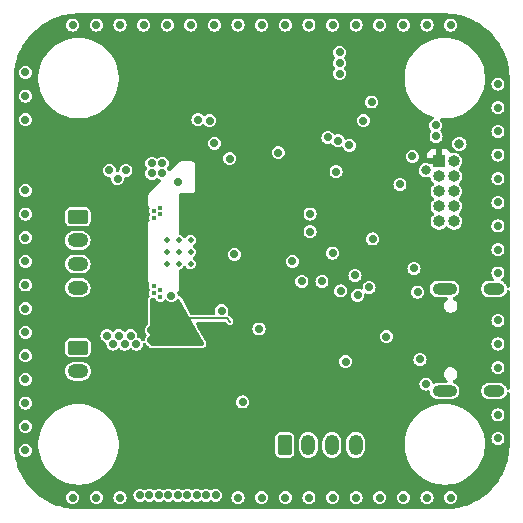
<source format=gbr>
%TF.GenerationSoftware,KiCad,Pcbnew,7.0.6*%
%TF.CreationDate,2024-06-25T21:47:37-04:00*%
%TF.ProjectId,Axis_Basic,41786973-5f42-4617-9369-632e6b696361,rev?*%
%TF.SameCoordinates,Original*%
%TF.FileFunction,Copper,L3,Inr*%
%TF.FilePolarity,Positive*%
%FSLAX46Y46*%
G04 Gerber Fmt 4.6, Leading zero omitted, Abs format (unit mm)*
G04 Created by KiCad (PCBNEW 7.0.6) date 2024-06-25 21:47:37*
%MOMM*%
%LPD*%
G01*
G04 APERTURE LIST*
G04 Aperture macros list*
%AMRoundRect*
0 Rectangle with rounded corners*
0 $1 Rounding radius*
0 $2 $3 $4 $5 $6 $7 $8 $9 X,Y pos of 4 corners*
0 Add a 4 corners polygon primitive as box body*
4,1,4,$2,$3,$4,$5,$6,$7,$8,$9,$2,$3,0*
0 Add four circle primitives for the rounded corners*
1,1,$1+$1,$2,$3*
1,1,$1+$1,$4,$5*
1,1,$1+$1,$6,$7*
1,1,$1+$1,$8,$9*
0 Add four rect primitives between the rounded corners*
20,1,$1+$1,$2,$3,$4,$5,0*
20,1,$1+$1,$4,$5,$6,$7,0*
20,1,$1+$1,$6,$7,$8,$9,0*
20,1,$1+$1,$8,$9,$2,$3,0*%
G04 Aperture macros list end*
%TA.AperFunction,ComponentPad*%
%ADD10R,1.000000X1.000000*%
%TD*%
%TA.AperFunction,ComponentPad*%
%ADD11O,1.000000X1.000000*%
%TD*%
%TA.AperFunction,ComponentPad*%
%ADD12RoundRect,0.250000X-0.625000X0.350000X-0.625000X-0.350000X0.625000X-0.350000X0.625000X0.350000X0*%
%TD*%
%TA.AperFunction,ComponentPad*%
%ADD13O,1.750000X1.200000*%
%TD*%
%TA.AperFunction,ComponentPad*%
%ADD14RoundRect,0.250000X-0.350000X-0.625000X0.350000X-0.625000X0.350000X0.625000X-0.350000X0.625000X0*%
%TD*%
%TA.AperFunction,ComponentPad*%
%ADD15O,1.200000X1.750000*%
%TD*%
%TA.AperFunction,ComponentPad*%
%ADD16C,0.500000*%
%TD*%
%TA.AperFunction,ComponentPad*%
%ADD17O,2.100000X1.000000*%
%TD*%
%TA.AperFunction,ComponentPad*%
%ADD18O,1.800000X1.000000*%
%TD*%
%TA.AperFunction,ViaPad*%
%ADD19C,0.700000*%
%TD*%
%TA.AperFunction,ViaPad*%
%ADD20C,0.800000*%
%TD*%
%TA.AperFunction,ViaPad*%
%ADD21C,0.450000*%
%TD*%
%TA.AperFunction,Conductor*%
%ADD22C,0.200000*%
%TD*%
G04 APERTURE END LIST*
D10*
%TO.N,+3.3V*%
%TO.C,J5*%
X165000000Y-91525000D03*
D11*
%TO.N,SWDIO*%
X166270000Y-91525000D03*
%TO.N,GND*%
X165000000Y-92795000D03*
%TO.N,SWCLK*%
X166270000Y-92795000D03*
%TO.N,GND*%
X165000000Y-94065000D03*
%TO.N,unconnected-(J5-SWO{slash}TDO-Pad6)*%
X166270000Y-94065000D03*
%TO.N,unconnected-(J5-KEY-Pad7)*%
X165000000Y-95335000D03*
%TO.N,unconnected-(J5-NC{slash}TDI-Pad8)*%
X166270000Y-95335000D03*
%TO.N,GND*%
X165000000Y-96605000D03*
%TO.N,RESET*%
X166270000Y-96605000D03*
%TD*%
D12*
%TO.N,GND*%
%TO.C,J4*%
X134450000Y-107300000D03*
D13*
%TO.N,VCC*%
X134450000Y-109300000D03*
%TD*%
D14*
%TO.N,SCL2*%
%TO.C,J3*%
X151950000Y-115550000D03*
D15*
%TO.N,SDA2*%
X153950000Y-115550000D03*
%TO.N,SYNC*%
X155950000Y-115550000D03*
%TO.N,GND*%
X157950000Y-115550000D03*
%TD*%
D16*
%TO.N,GND*%
%TO.C,U4*%
X141987500Y-100200000D03*
X142987500Y-100200000D03*
X143987500Y-100200000D03*
X141987500Y-99200000D03*
X142987500Y-99200000D03*
X143987500Y-99200000D03*
X141987500Y-98200000D03*
X142987500Y-98200000D03*
X143987500Y-98200000D03*
%TD*%
D12*
%TO.N,MOTOR_A1*%
%TO.C,J2*%
X134432353Y-96229412D03*
D13*
%TO.N,MOTOR_B1*%
X134432353Y-98229412D03*
%TO.N,MOTOR_A2*%
X134432353Y-100229412D03*
%TO.N,MOTOR_B2*%
X134432353Y-102229412D03*
%TD*%
D17*
%TO.N,Net-(J1-SHIELD)*%
%TO.C,J1*%
X165495000Y-110970000D03*
D18*
X169675000Y-110970000D03*
D17*
X165495000Y-102330000D03*
D18*
X169675000Y-102330000D03*
%TD*%
D19*
%TO.N,GND*%
X146000000Y-90000000D03*
X166000000Y-80000000D03*
X164000000Y-80000000D03*
X162000000Y-80000000D03*
X160000000Y-80000000D03*
X158000000Y-80000000D03*
X156000000Y-80000000D03*
X154000000Y-80000000D03*
X152000000Y-80000000D03*
X150000000Y-80000000D03*
X148000000Y-80000000D03*
X146000000Y-80000000D03*
X144000000Y-80000000D03*
X142000000Y-80000000D03*
X140000000Y-80000000D03*
X138000000Y-80000000D03*
X136000000Y-80000000D03*
X134000000Y-80000000D03*
X130000000Y-84000000D03*
X130000000Y-86000000D03*
X130000000Y-88000000D03*
X130000000Y-94000000D03*
X130000000Y-96000000D03*
X130000000Y-98000000D03*
X130000000Y-100000000D03*
X130000000Y-102000000D03*
X130000000Y-104000000D03*
X130000000Y-106000000D03*
X130000000Y-108000000D03*
X130000000Y-110000000D03*
X130000000Y-112000000D03*
X130000000Y-114000000D03*
X130000000Y-116000000D03*
X138000000Y-120000000D03*
X136000000Y-120000000D03*
X134000000Y-120000000D03*
X148000000Y-120000000D03*
X150000000Y-120000000D03*
X152000000Y-120000000D03*
X154000000Y-120000000D03*
X156000000Y-120000000D03*
X158000000Y-120000000D03*
X160000000Y-120000000D03*
X162000000Y-120000000D03*
X164000000Y-120000000D03*
X166000000Y-120000000D03*
X170000000Y-115000000D03*
X170000000Y-113000000D03*
X170000000Y-109000000D03*
X170000000Y-107000000D03*
X170000000Y-105000000D03*
X170000000Y-101000000D03*
X170000000Y-99000000D03*
X170000000Y-97000000D03*
X170000000Y-95000000D03*
X170000000Y-93000000D03*
X170000000Y-91000000D03*
X170000000Y-89000000D03*
X170000000Y-87000000D03*
X170000000Y-85000000D03*
X153400000Y-101700000D03*
X155100000Y-101700000D03*
X154100000Y-96000000D03*
X154100000Y-97500000D03*
X156000000Y-99300000D03*
X157900000Y-101200000D03*
X137800000Y-93000000D03*
X137100000Y-92300000D03*
X138500000Y-92300000D03*
X156300000Y-92400000D03*
%TO.N,+3.3V*%
X145500000Y-92900000D03*
%TO.N,GND*%
X147300000Y-91300000D03*
%TO.N,+3.3V*%
X167000000Y-88100000D03*
X152600000Y-99100000D03*
X143300000Y-116800000D03*
X143600000Y-84100000D03*
X162000000Y-91600000D03*
X146600000Y-106800000D03*
X143300000Y-115400000D03*
X142100000Y-116100000D03*
X143600000Y-83200000D03*
X142500000Y-116800000D03*
X158900000Y-108200000D03*
X141700000Y-116800000D03*
X160800000Y-86500000D03*
X143700000Y-116100000D03*
X162700000Y-93600000D03*
X147769514Y-103541417D03*
X152100000Y-110900000D03*
X161556479Y-105263787D03*
X141300000Y-116100000D03*
D20*
X130400000Y-90700000D03*
D19*
X145500000Y-96800000D03*
X142900000Y-116100000D03*
X143600000Y-82300000D03*
X142500000Y-115400000D03*
X141700000Y-115400000D03*
X150350500Y-111100000D03*
X155600000Y-110800000D03*
%TO.N,GND*%
X152600000Y-100000000D03*
X162763337Y-91124162D03*
X159400000Y-98100000D03*
X163200000Y-102600000D03*
X143700000Y-119800000D03*
X157100000Y-108500000D03*
X137900000Y-106300000D03*
X139400000Y-107000000D03*
X138400000Y-107000000D03*
X144500000Y-119800000D03*
X141300000Y-119800000D03*
X146609266Y-104179912D03*
X146100000Y-119800000D03*
X142900000Y-119800000D03*
X140500000Y-119800000D03*
X156600000Y-82300000D03*
X139700000Y-119800000D03*
X156600000Y-84100000D03*
X138900000Y-106300000D03*
X156600000Y-83200000D03*
X161700000Y-93474500D03*
X136900000Y-106300000D03*
X145300000Y-119800000D03*
X142100000Y-119800000D03*
X147682338Y-99407146D03*
X137400000Y-107000000D03*
X151400000Y-90800000D03*
X142900000Y-93300000D03*
X148400000Y-111900000D03*
X163900000Y-110400000D03*
X160564830Y-106364830D03*
%TO.N,VCC*%
X141600000Y-91700000D03*
X140700000Y-92550000D03*
X140650000Y-105800000D03*
X140650000Y-106650000D03*
X141600000Y-92550000D03*
X141550000Y-105800000D03*
X141550000Y-106650000D03*
X140700000Y-91700000D03*
%TO.N,RESET*%
X162900000Y-100600000D03*
X163400000Y-108300000D03*
D21*
%TO.N,MOTOR_A1*%
X141400000Y-95450000D03*
X140900000Y-95700000D03*
X141400000Y-96000000D03*
X140900000Y-96300000D03*
%TO.N,MOTOR_B2*%
X141399970Y-103000000D03*
X140899970Y-102100000D03*
X141399970Y-102400000D03*
X140899970Y-102700000D03*
D20*
%TO.N,SWCLK*%
X166736837Y-90058563D03*
X163900000Y-92300000D03*
D19*
%TO.N,SCL1*%
X158128936Y-102871064D03*
X145600000Y-88100000D03*
%TO.N,SDA1*%
X144600000Y-88000000D03*
X156700000Y-102500000D03*
%TO.N,EEPROM_CS*%
X159100000Y-102200000D03*
X159300000Y-86500000D03*
%TO.N,EN*%
X149771064Y-105725500D03*
X142363000Y-102900000D03*
%TO.N,MISO*%
X156459409Y-89771856D03*
X158600000Y-88100000D03*
%TO.N,SCK*%
X155602894Y-89497106D03*
X164740574Y-88500000D03*
%TO.N,MOSI*%
X164769104Y-89413664D03*
X157427846Y-90190687D03*
%TD*%
D22*
%TO.N,VCC*%
X147029412Y-104829412D02*
X143870588Y-104829412D01*
X147300000Y-105100000D02*
X147029412Y-104829412D01*
X143870588Y-104829412D02*
X143100000Y-105600000D01*
%TD*%
%TA.AperFunction,Conductor*%
%TO.N,VCC*%
G36*
X140762646Y-103107580D02*
G01*
X140766844Y-103109719D01*
X140766845Y-103109719D01*
X140766847Y-103109720D01*
X140899968Y-103130804D01*
X140909730Y-103130804D01*
X140909730Y-103133950D01*
X140962690Y-103140778D01*
X141016156Y-103185757D01*
X141023312Y-103198012D01*
X141051442Y-103253220D01*
X141051444Y-103253222D01*
X141051446Y-103253225D01*
X141146744Y-103348523D01*
X141146748Y-103348526D01*
X141146750Y-103348528D01*
X141266844Y-103409719D01*
X141266846Y-103409719D01*
X141266848Y-103409720D01*
X141399968Y-103430804D01*
X141399970Y-103430804D01*
X141399972Y-103430804D01*
X141533091Y-103409720D01*
X141533091Y-103409719D01*
X141533096Y-103409719D01*
X141653190Y-103348528D01*
X141653194Y-103348523D01*
X141755399Y-103246320D01*
X141757797Y-103248718D01*
X141799388Y-103216623D01*
X141868999Y-103210619D01*
X141930806Y-103243202D01*
X141942793Y-103256671D01*
X141970376Y-103292618D01*
X141970377Y-103292619D01*
X141970379Y-103292621D01*
X142085375Y-103380861D01*
X142219291Y-103436330D01*
X142346280Y-103453048D01*
X142362999Y-103455250D01*
X142363000Y-103455250D01*
X142363001Y-103455250D01*
X142377977Y-103453278D01*
X142506709Y-103436330D01*
X142640625Y-103380861D01*
X142755621Y-103292621D01*
X142834816Y-103189412D01*
X142891242Y-103148211D01*
X142960988Y-103144056D01*
X143021908Y-103178268D01*
X143042049Y-103205522D01*
X145082329Y-106946034D01*
X145097150Y-107014314D01*
X145072704Y-107079767D01*
X145016751Y-107121613D01*
X144973470Y-107129412D01*
X140706353Y-107129412D01*
X140639314Y-107109727D01*
X140593559Y-107056923D01*
X140582353Y-107005412D01*
X140582353Y-103218065D01*
X140602038Y-103151026D01*
X140654842Y-103105271D01*
X140724000Y-103095327D01*
X140762646Y-103107580D01*
G37*
%TD.AperFunction*%
%TD*%
%TA.AperFunction,Conductor*%
%TO.N,+3.3V*%
G36*
X165717445Y-79009493D02*
G01*
X165958385Y-79020013D01*
X165963320Y-79020427D01*
X166193261Y-79049089D01*
X166421921Y-79079193D01*
X166426490Y-79079972D01*
X166655391Y-79127968D01*
X166793210Y-79158522D01*
X166878677Y-79177470D01*
X166882939Y-79178575D01*
X167107969Y-79245569D01*
X167325459Y-79314144D01*
X167329305Y-79315498D01*
X167548675Y-79401097D01*
X167758977Y-79488208D01*
X167762437Y-79489768D01*
X167974350Y-79593365D01*
X168176129Y-79698405D01*
X168179238Y-79700139D01*
X168285211Y-79763284D01*
X168382116Y-79821027D01*
X168437469Y-79856291D01*
X168573954Y-79943242D01*
X168576669Y-79945074D01*
X168769063Y-80082440D01*
X168949600Y-80220971D01*
X168951872Y-80222805D01*
X169132397Y-80375701D01*
X169132415Y-80375716D01*
X169301239Y-80530416D01*
X169469583Y-80698760D01*
X169624281Y-80867582D01*
X169777186Y-81048117D01*
X169779044Y-81050421D01*
X169917559Y-81230937D01*
X169947426Y-81272768D01*
X170054924Y-81423329D01*
X170056755Y-81426043D01*
X170142495Y-81560627D01*
X170156098Y-81581979D01*
X170178973Y-81617884D01*
X170299859Y-81820760D01*
X170301593Y-81823868D01*
X170404930Y-82022377D01*
X170406634Y-82025649D01*
X170407601Y-82027627D01*
X170510220Y-82237539D01*
X170511800Y-82241043D01*
X170598915Y-82451357D01*
X170684487Y-82670659D01*
X170685859Y-82674553D01*
X170754426Y-82892017D01*
X170821420Y-83117049D01*
X170822528Y-83121321D01*
X170872038Y-83344640D01*
X170920022Y-83573488D01*
X170920811Y-83578120D01*
X170950917Y-83806795D01*
X170979569Y-84036662D01*
X170979986Y-84041629D01*
X170990505Y-84282545D01*
X170999500Y-84500001D01*
X170999500Y-102132514D01*
X170979815Y-102199553D01*
X170927011Y-102245308D01*
X170857853Y-102255252D01*
X170794297Y-102226227D01*
X170756523Y-102167449D01*
X170755103Y-102162189D01*
X170744492Y-102119139D01*
X170734790Y-102079775D01*
X170722465Y-102056291D01*
X170655736Y-101929150D01*
X170636560Y-101907505D01*
X170542929Y-101801817D01*
X170475466Y-101755250D01*
X170402931Y-101705182D01*
X170402928Y-101705181D01*
X170331438Y-101678069D01*
X170275735Y-101635892D01*
X170251677Y-101570294D01*
X170266904Y-101502104D01*
X170299919Y-101463753D01*
X170392621Y-101392621D01*
X170480861Y-101277625D01*
X170536330Y-101143709D01*
X170555250Y-101000000D01*
X170536330Y-100856291D01*
X170480861Y-100722375D01*
X170392621Y-100607379D01*
X170277625Y-100519139D01*
X170277624Y-100519138D01*
X170277622Y-100519137D01*
X170143712Y-100463671D01*
X170143710Y-100463670D01*
X170143709Y-100463670D01*
X170071854Y-100454210D01*
X170000001Y-100444750D01*
X169999999Y-100444750D01*
X169856291Y-100463670D01*
X169856287Y-100463671D01*
X169722377Y-100519137D01*
X169607379Y-100607379D01*
X169519137Y-100722377D01*
X169463671Y-100856287D01*
X169463670Y-100856291D01*
X169445722Y-100992620D01*
X169444750Y-101000000D01*
X169462698Y-101136329D01*
X169463670Y-101143708D01*
X169463671Y-101143712D01*
X169519137Y-101277622D01*
X169519138Y-101277624D01*
X169519139Y-101277625D01*
X169569850Y-101343712D01*
X169607380Y-101392622D01*
X169626280Y-101407124D01*
X169667483Y-101463552D01*
X169671638Y-101533298D01*
X169637426Y-101594218D01*
X169575708Y-101626971D01*
X169550794Y-101629500D01*
X169232626Y-101629500D01*
X169106131Y-101644859D01*
X169106125Y-101644860D01*
X168947068Y-101705182D01*
X168807072Y-101801816D01*
X168694263Y-101929150D01*
X168615210Y-102079773D01*
X168585577Y-102200003D01*
X168574500Y-102244944D01*
X168574500Y-102415056D01*
X168584664Y-102456294D01*
X168615210Y-102580226D01*
X168694263Y-102730849D01*
X168694266Y-102730852D01*
X168807071Y-102858183D01*
X168856963Y-102892621D01*
X168947068Y-102954817D01*
X168947069Y-102954817D01*
X168947070Y-102954818D01*
X169011290Y-102979173D01*
X169105178Y-103014780D01*
X169106128Y-103015140D01*
X169182028Y-103024356D01*
X169232626Y-103030500D01*
X169232628Y-103030500D01*
X170117374Y-103030500D01*
X170159538Y-103025380D01*
X170243872Y-103015140D01*
X170402930Y-102954818D01*
X170542929Y-102858183D01*
X170655734Y-102730852D01*
X170657570Y-102727355D01*
X170734790Y-102580225D01*
X170755103Y-102497811D01*
X170790259Y-102437430D01*
X170852478Y-102405641D01*
X170922007Y-102412537D01*
X170976770Y-102455928D01*
X170999380Y-102522038D01*
X170999500Y-102527485D01*
X170999500Y-110772514D01*
X170979815Y-110839553D01*
X170927011Y-110885308D01*
X170857853Y-110895252D01*
X170794297Y-110866227D01*
X170756523Y-110807449D01*
X170755103Y-110802189D01*
X170747789Y-110772514D01*
X170734790Y-110719775D01*
X170712666Y-110677622D01*
X170655736Y-110569150D01*
X170626658Y-110536328D01*
X170542929Y-110441817D01*
X170471657Y-110392621D01*
X170402931Y-110345182D01*
X170243874Y-110284860D01*
X170243868Y-110284859D01*
X170117374Y-110269500D01*
X170117372Y-110269500D01*
X169232628Y-110269500D01*
X169232626Y-110269500D01*
X169106131Y-110284859D01*
X169106125Y-110284860D01*
X168947068Y-110345182D01*
X168807072Y-110441816D01*
X168694263Y-110569150D01*
X168615210Y-110719773D01*
X168574500Y-110884944D01*
X168574500Y-111055055D01*
X168615210Y-111220226D01*
X168694263Y-111370849D01*
X168694266Y-111370852D01*
X168807071Y-111498183D01*
X168837431Y-111519139D01*
X168947068Y-111594817D01*
X168947069Y-111594817D01*
X168947070Y-111594818D01*
X169106128Y-111655140D01*
X169182028Y-111664356D01*
X169232626Y-111670500D01*
X169232628Y-111670500D01*
X170117374Y-111670500D01*
X170159538Y-111665380D01*
X170243872Y-111655140D01*
X170402930Y-111594818D01*
X170542929Y-111498183D01*
X170655734Y-111370852D01*
X170659504Y-111363670D01*
X170734790Y-111220225D01*
X170755103Y-111137811D01*
X170790259Y-111077430D01*
X170852478Y-111045641D01*
X170922007Y-111052537D01*
X170976770Y-111095928D01*
X170999380Y-111162038D01*
X170999500Y-111167485D01*
X170999500Y-115499999D01*
X170990505Y-115717454D01*
X170979986Y-115958369D01*
X170979569Y-115963336D01*
X170950917Y-116193204D01*
X170920811Y-116421878D01*
X170920022Y-116426510D01*
X170872038Y-116655359D01*
X170822528Y-116878677D01*
X170821420Y-116882949D01*
X170754426Y-117107982D01*
X170685859Y-117325445D01*
X170684487Y-117329339D01*
X170598915Y-117548642D01*
X170511800Y-117758955D01*
X170510220Y-117762459D01*
X170406638Y-117974342D01*
X170301592Y-118176130D01*
X170299859Y-118179238D01*
X170178973Y-118382115D01*
X170056755Y-118573955D01*
X170054924Y-118576668D01*
X169917565Y-118769055D01*
X169779044Y-118949577D01*
X169777168Y-118951904D01*
X169624283Y-119132414D01*
X169469583Y-119301239D01*
X169301239Y-119469583D01*
X169132414Y-119624283D01*
X168951904Y-119777168D01*
X168949577Y-119779044D01*
X168769055Y-119917565D01*
X168576668Y-120054924D01*
X168573955Y-120056755D01*
X168382115Y-120178973D01*
X168179238Y-120299859D01*
X168176130Y-120301592D01*
X167974342Y-120406638D01*
X167762459Y-120510220D01*
X167758955Y-120511800D01*
X167548642Y-120598915D01*
X167329339Y-120684487D01*
X167325445Y-120685859D01*
X167107982Y-120754426D01*
X166882949Y-120821420D01*
X166878677Y-120822528D01*
X166655359Y-120872038D01*
X166426510Y-120920022D01*
X166421878Y-120920811D01*
X166193204Y-120950917D01*
X165963336Y-120979569D01*
X165958369Y-120979986D01*
X165717454Y-120990505D01*
X165499999Y-120999500D01*
X134500001Y-120999500D01*
X134282545Y-120990505D01*
X134041629Y-120979986D01*
X134036662Y-120979569D01*
X133806795Y-120950917D01*
X133578120Y-120920811D01*
X133573488Y-120920022D01*
X133344640Y-120872038D01*
X133121321Y-120822528D01*
X133117049Y-120821420D01*
X132892017Y-120754426D01*
X132674553Y-120685859D01*
X132670659Y-120684487D01*
X132451357Y-120598915D01*
X132241043Y-120511800D01*
X132237539Y-120510220D01*
X132105816Y-120445825D01*
X132025654Y-120406636D01*
X131823866Y-120301592D01*
X131820760Y-120299859D01*
X131640787Y-120192620D01*
X131617883Y-120178972D01*
X131560627Y-120142495D01*
X131426043Y-120056755D01*
X131423329Y-120054924D01*
X131346403Y-120000000D01*
X133444750Y-120000000D01*
X133463670Y-120143708D01*
X133463671Y-120143712D01*
X133519137Y-120277622D01*
X133519138Y-120277624D01*
X133519139Y-120277625D01*
X133607379Y-120392621D01*
X133722375Y-120480861D01*
X133856291Y-120536330D01*
X133983280Y-120553048D01*
X133999999Y-120555250D01*
X134000000Y-120555250D01*
X134000001Y-120555250D01*
X134014977Y-120553278D01*
X134143709Y-120536330D01*
X134277625Y-120480861D01*
X134392621Y-120392621D01*
X134480861Y-120277625D01*
X134536330Y-120143709D01*
X134555250Y-120000000D01*
X135444750Y-120000000D01*
X135463670Y-120143708D01*
X135463671Y-120143712D01*
X135519137Y-120277622D01*
X135519138Y-120277624D01*
X135519139Y-120277625D01*
X135607379Y-120392621D01*
X135722375Y-120480861D01*
X135856291Y-120536330D01*
X135983280Y-120553048D01*
X135999999Y-120555250D01*
X136000000Y-120555250D01*
X136000001Y-120555250D01*
X136014977Y-120553278D01*
X136143709Y-120536330D01*
X136277625Y-120480861D01*
X136392621Y-120392621D01*
X136480861Y-120277625D01*
X136536330Y-120143709D01*
X136555250Y-120000000D01*
X137444750Y-120000000D01*
X137463670Y-120143708D01*
X137463671Y-120143712D01*
X137519137Y-120277622D01*
X137519138Y-120277624D01*
X137519139Y-120277625D01*
X137607379Y-120392621D01*
X137722375Y-120480861D01*
X137856291Y-120536330D01*
X137983280Y-120553048D01*
X137999999Y-120555250D01*
X138000000Y-120555250D01*
X138000001Y-120555250D01*
X138014977Y-120553278D01*
X138143709Y-120536330D01*
X138277625Y-120480861D01*
X138392621Y-120392621D01*
X138480861Y-120277625D01*
X138536330Y-120143709D01*
X138555250Y-120000000D01*
X138536330Y-119856291D01*
X138513014Y-119800000D01*
X139144750Y-119800000D01*
X139152160Y-119856287D01*
X139163670Y-119943708D01*
X139163671Y-119943712D01*
X139219137Y-120077622D01*
X139219138Y-120077624D01*
X139219139Y-120077625D01*
X139307379Y-120192621D01*
X139422375Y-120280861D01*
X139556291Y-120336330D01*
X139683280Y-120353048D01*
X139699999Y-120355250D01*
X139700000Y-120355250D01*
X139700001Y-120355250D01*
X139714977Y-120353278D01*
X139843709Y-120336330D01*
X139977625Y-120280861D01*
X140024514Y-120244881D01*
X140089682Y-120219687D01*
X140158127Y-120233725D01*
X140175483Y-120244880D01*
X140222375Y-120280861D01*
X140356291Y-120336330D01*
X140483280Y-120353048D01*
X140499999Y-120355250D01*
X140500000Y-120355250D01*
X140500001Y-120355250D01*
X140514977Y-120353278D01*
X140643709Y-120336330D01*
X140777625Y-120280861D01*
X140824514Y-120244881D01*
X140889682Y-120219687D01*
X140958127Y-120233725D01*
X140975483Y-120244880D01*
X141022375Y-120280861D01*
X141156291Y-120336330D01*
X141283280Y-120353048D01*
X141299999Y-120355250D01*
X141300000Y-120355250D01*
X141300001Y-120355250D01*
X141314977Y-120353278D01*
X141443709Y-120336330D01*
X141577625Y-120280861D01*
X141624514Y-120244881D01*
X141689682Y-120219687D01*
X141758127Y-120233725D01*
X141775483Y-120244880D01*
X141822375Y-120280861D01*
X141956291Y-120336330D01*
X142083280Y-120353048D01*
X142099999Y-120355250D01*
X142100000Y-120355250D01*
X142100001Y-120355250D01*
X142114977Y-120353278D01*
X142243709Y-120336330D01*
X142377625Y-120280861D01*
X142424514Y-120244881D01*
X142489682Y-120219687D01*
X142558127Y-120233725D01*
X142575483Y-120244880D01*
X142622375Y-120280861D01*
X142756291Y-120336330D01*
X142883280Y-120353048D01*
X142899999Y-120355250D01*
X142900000Y-120355250D01*
X142900001Y-120355250D01*
X142914977Y-120353278D01*
X143043709Y-120336330D01*
X143177625Y-120280861D01*
X143224514Y-120244881D01*
X143289682Y-120219687D01*
X143358127Y-120233725D01*
X143375483Y-120244880D01*
X143422375Y-120280861D01*
X143556291Y-120336330D01*
X143683280Y-120353048D01*
X143699999Y-120355250D01*
X143700000Y-120355250D01*
X143700001Y-120355250D01*
X143714977Y-120353278D01*
X143843709Y-120336330D01*
X143977625Y-120280861D01*
X144024514Y-120244881D01*
X144089682Y-120219687D01*
X144158127Y-120233725D01*
X144175483Y-120244880D01*
X144222375Y-120280861D01*
X144356291Y-120336330D01*
X144483280Y-120353048D01*
X144499999Y-120355250D01*
X144500000Y-120355250D01*
X144500001Y-120355250D01*
X144514977Y-120353278D01*
X144643709Y-120336330D01*
X144777625Y-120280861D01*
X144824514Y-120244881D01*
X144889682Y-120219687D01*
X144958127Y-120233725D01*
X144975483Y-120244880D01*
X145022375Y-120280861D01*
X145156291Y-120336330D01*
X145283280Y-120353048D01*
X145299999Y-120355250D01*
X145300000Y-120355250D01*
X145300001Y-120355250D01*
X145314977Y-120353278D01*
X145443709Y-120336330D01*
X145577625Y-120280861D01*
X145624514Y-120244881D01*
X145689682Y-120219687D01*
X145758127Y-120233725D01*
X145775483Y-120244880D01*
X145822375Y-120280861D01*
X145956291Y-120336330D01*
X146083280Y-120353048D01*
X146099999Y-120355250D01*
X146100000Y-120355250D01*
X146100001Y-120355250D01*
X146114977Y-120353278D01*
X146243709Y-120336330D01*
X146377625Y-120280861D01*
X146492621Y-120192621D01*
X146580861Y-120077625D01*
X146613014Y-120000000D01*
X147444750Y-120000000D01*
X147463670Y-120143708D01*
X147463671Y-120143712D01*
X147519137Y-120277622D01*
X147519138Y-120277624D01*
X147519139Y-120277625D01*
X147607379Y-120392621D01*
X147722375Y-120480861D01*
X147856291Y-120536330D01*
X147983280Y-120553048D01*
X147999999Y-120555250D01*
X148000000Y-120555250D01*
X148000001Y-120555250D01*
X148014977Y-120553278D01*
X148143709Y-120536330D01*
X148277625Y-120480861D01*
X148392621Y-120392621D01*
X148480861Y-120277625D01*
X148536330Y-120143709D01*
X148555250Y-120000000D01*
X149444750Y-120000000D01*
X149463670Y-120143708D01*
X149463671Y-120143712D01*
X149519137Y-120277622D01*
X149519138Y-120277624D01*
X149519139Y-120277625D01*
X149607379Y-120392621D01*
X149722375Y-120480861D01*
X149856291Y-120536330D01*
X149983280Y-120553048D01*
X149999999Y-120555250D01*
X150000000Y-120555250D01*
X150000001Y-120555250D01*
X150014977Y-120553278D01*
X150143709Y-120536330D01*
X150277625Y-120480861D01*
X150392621Y-120392621D01*
X150480861Y-120277625D01*
X150536330Y-120143709D01*
X150555250Y-120000000D01*
X151444750Y-120000000D01*
X151463670Y-120143708D01*
X151463671Y-120143712D01*
X151519137Y-120277622D01*
X151519138Y-120277624D01*
X151519139Y-120277625D01*
X151607379Y-120392621D01*
X151722375Y-120480861D01*
X151856291Y-120536330D01*
X151983280Y-120553048D01*
X151999999Y-120555250D01*
X152000000Y-120555250D01*
X152000001Y-120555250D01*
X152014977Y-120553278D01*
X152143709Y-120536330D01*
X152277625Y-120480861D01*
X152392621Y-120392621D01*
X152480861Y-120277625D01*
X152536330Y-120143709D01*
X152555250Y-120000000D01*
X153444750Y-120000000D01*
X153463670Y-120143708D01*
X153463671Y-120143712D01*
X153519137Y-120277622D01*
X153519138Y-120277624D01*
X153519139Y-120277625D01*
X153607379Y-120392621D01*
X153722375Y-120480861D01*
X153856291Y-120536330D01*
X153983280Y-120553048D01*
X153999999Y-120555250D01*
X154000000Y-120555250D01*
X154000001Y-120555250D01*
X154014977Y-120553278D01*
X154143709Y-120536330D01*
X154277625Y-120480861D01*
X154392621Y-120392621D01*
X154480861Y-120277625D01*
X154536330Y-120143709D01*
X154555250Y-120000000D01*
X155444750Y-120000000D01*
X155463670Y-120143708D01*
X155463671Y-120143712D01*
X155519137Y-120277622D01*
X155519138Y-120277624D01*
X155519139Y-120277625D01*
X155607379Y-120392621D01*
X155722375Y-120480861D01*
X155856291Y-120536330D01*
X155983280Y-120553048D01*
X155999999Y-120555250D01*
X156000000Y-120555250D01*
X156000001Y-120555250D01*
X156014977Y-120553278D01*
X156143709Y-120536330D01*
X156277625Y-120480861D01*
X156392621Y-120392621D01*
X156480861Y-120277625D01*
X156536330Y-120143709D01*
X156555250Y-120000000D01*
X157444750Y-120000000D01*
X157463670Y-120143708D01*
X157463671Y-120143712D01*
X157519137Y-120277622D01*
X157519138Y-120277624D01*
X157519139Y-120277625D01*
X157607379Y-120392621D01*
X157722375Y-120480861D01*
X157856291Y-120536330D01*
X157983280Y-120553048D01*
X157999999Y-120555250D01*
X158000000Y-120555250D01*
X158000001Y-120555250D01*
X158014977Y-120553278D01*
X158143709Y-120536330D01*
X158277625Y-120480861D01*
X158392621Y-120392621D01*
X158480861Y-120277625D01*
X158536330Y-120143709D01*
X158555250Y-120000000D01*
X159444750Y-120000000D01*
X159463670Y-120143708D01*
X159463671Y-120143712D01*
X159519137Y-120277622D01*
X159519138Y-120277624D01*
X159519139Y-120277625D01*
X159607379Y-120392621D01*
X159722375Y-120480861D01*
X159856291Y-120536330D01*
X159983280Y-120553048D01*
X159999999Y-120555250D01*
X160000000Y-120555250D01*
X160000001Y-120555250D01*
X160014977Y-120553278D01*
X160143709Y-120536330D01*
X160277625Y-120480861D01*
X160392621Y-120392621D01*
X160480861Y-120277625D01*
X160536330Y-120143709D01*
X160555250Y-120000000D01*
X161444750Y-120000000D01*
X161463670Y-120143708D01*
X161463671Y-120143712D01*
X161519137Y-120277622D01*
X161519138Y-120277624D01*
X161519139Y-120277625D01*
X161607379Y-120392621D01*
X161722375Y-120480861D01*
X161856291Y-120536330D01*
X161983280Y-120553048D01*
X161999999Y-120555250D01*
X162000000Y-120555250D01*
X162000001Y-120555250D01*
X162014977Y-120553278D01*
X162143709Y-120536330D01*
X162277625Y-120480861D01*
X162392621Y-120392621D01*
X162480861Y-120277625D01*
X162536330Y-120143709D01*
X162555250Y-120000000D01*
X163444750Y-120000000D01*
X163463670Y-120143708D01*
X163463671Y-120143712D01*
X163519137Y-120277622D01*
X163519138Y-120277624D01*
X163519139Y-120277625D01*
X163607379Y-120392621D01*
X163722375Y-120480861D01*
X163856291Y-120536330D01*
X163983280Y-120553048D01*
X163999999Y-120555250D01*
X164000000Y-120555250D01*
X164000001Y-120555250D01*
X164014977Y-120553278D01*
X164143709Y-120536330D01*
X164277625Y-120480861D01*
X164392621Y-120392621D01*
X164480861Y-120277625D01*
X164536330Y-120143709D01*
X164555250Y-120000000D01*
X165444750Y-120000000D01*
X165463670Y-120143708D01*
X165463671Y-120143712D01*
X165519137Y-120277622D01*
X165519138Y-120277624D01*
X165519139Y-120277625D01*
X165607379Y-120392621D01*
X165722375Y-120480861D01*
X165856291Y-120536330D01*
X165983280Y-120553048D01*
X165999999Y-120555250D01*
X166000000Y-120555250D01*
X166000001Y-120555250D01*
X166014977Y-120553278D01*
X166143709Y-120536330D01*
X166277625Y-120480861D01*
X166392621Y-120392621D01*
X166480861Y-120277625D01*
X166536330Y-120143709D01*
X166555250Y-120000000D01*
X166536330Y-119856291D01*
X166480861Y-119722375D01*
X166392621Y-119607379D01*
X166277625Y-119519139D01*
X166277624Y-119519138D01*
X166277622Y-119519137D01*
X166143712Y-119463671D01*
X166143710Y-119463670D01*
X166143709Y-119463670D01*
X166071854Y-119454210D01*
X166000001Y-119444750D01*
X165999999Y-119444750D01*
X165856291Y-119463670D01*
X165856287Y-119463671D01*
X165722377Y-119519137D01*
X165607379Y-119607379D01*
X165519137Y-119722377D01*
X165463671Y-119856287D01*
X165463670Y-119856291D01*
X165444750Y-119999999D01*
X165444750Y-120000000D01*
X164555250Y-120000000D01*
X164536330Y-119856291D01*
X164480861Y-119722375D01*
X164392621Y-119607379D01*
X164277625Y-119519139D01*
X164277624Y-119519138D01*
X164277622Y-119519137D01*
X164143712Y-119463671D01*
X164143710Y-119463670D01*
X164143709Y-119463670D01*
X164071854Y-119454210D01*
X164000001Y-119444750D01*
X163999999Y-119444750D01*
X163856291Y-119463670D01*
X163856287Y-119463671D01*
X163722377Y-119519137D01*
X163607379Y-119607379D01*
X163519137Y-119722377D01*
X163463671Y-119856287D01*
X163463670Y-119856291D01*
X163444750Y-119999999D01*
X163444750Y-120000000D01*
X162555250Y-120000000D01*
X162536330Y-119856291D01*
X162480861Y-119722375D01*
X162392621Y-119607379D01*
X162277625Y-119519139D01*
X162277624Y-119519138D01*
X162277622Y-119519137D01*
X162143712Y-119463671D01*
X162143710Y-119463670D01*
X162143709Y-119463670D01*
X162071854Y-119454210D01*
X162000001Y-119444750D01*
X161999999Y-119444750D01*
X161856291Y-119463670D01*
X161856287Y-119463671D01*
X161722377Y-119519137D01*
X161607379Y-119607379D01*
X161519137Y-119722377D01*
X161463671Y-119856287D01*
X161463670Y-119856291D01*
X161444750Y-119999999D01*
X161444750Y-120000000D01*
X160555250Y-120000000D01*
X160536330Y-119856291D01*
X160480861Y-119722375D01*
X160392621Y-119607379D01*
X160277625Y-119519139D01*
X160277624Y-119519138D01*
X160277622Y-119519137D01*
X160143712Y-119463671D01*
X160143710Y-119463670D01*
X160143709Y-119463670D01*
X160071854Y-119454210D01*
X160000001Y-119444750D01*
X159999999Y-119444750D01*
X159856291Y-119463670D01*
X159856287Y-119463671D01*
X159722377Y-119519137D01*
X159607379Y-119607379D01*
X159519137Y-119722377D01*
X159463671Y-119856287D01*
X159463670Y-119856291D01*
X159444750Y-119999999D01*
X159444750Y-120000000D01*
X158555250Y-120000000D01*
X158536330Y-119856291D01*
X158480861Y-119722375D01*
X158392621Y-119607379D01*
X158277625Y-119519139D01*
X158277624Y-119519138D01*
X158277622Y-119519137D01*
X158143712Y-119463671D01*
X158143710Y-119463670D01*
X158143709Y-119463670D01*
X158071854Y-119454210D01*
X158000001Y-119444750D01*
X157999999Y-119444750D01*
X157856291Y-119463670D01*
X157856287Y-119463671D01*
X157722377Y-119519137D01*
X157607379Y-119607379D01*
X157519137Y-119722377D01*
X157463671Y-119856287D01*
X157463670Y-119856291D01*
X157444750Y-119999999D01*
X157444750Y-120000000D01*
X156555250Y-120000000D01*
X156536330Y-119856291D01*
X156480861Y-119722375D01*
X156392621Y-119607379D01*
X156277625Y-119519139D01*
X156277624Y-119519138D01*
X156277622Y-119519137D01*
X156143712Y-119463671D01*
X156143710Y-119463670D01*
X156143709Y-119463670D01*
X156071854Y-119454210D01*
X156000001Y-119444750D01*
X155999999Y-119444750D01*
X155856291Y-119463670D01*
X155856287Y-119463671D01*
X155722377Y-119519137D01*
X155607379Y-119607379D01*
X155519137Y-119722377D01*
X155463671Y-119856287D01*
X155463670Y-119856291D01*
X155444750Y-119999999D01*
X155444750Y-120000000D01*
X154555250Y-120000000D01*
X154536330Y-119856291D01*
X154480861Y-119722375D01*
X154392621Y-119607379D01*
X154277625Y-119519139D01*
X154277624Y-119519138D01*
X154277622Y-119519137D01*
X154143712Y-119463671D01*
X154143710Y-119463670D01*
X154143709Y-119463670D01*
X154071854Y-119454210D01*
X154000001Y-119444750D01*
X153999999Y-119444750D01*
X153856291Y-119463670D01*
X153856287Y-119463671D01*
X153722377Y-119519137D01*
X153607379Y-119607379D01*
X153519137Y-119722377D01*
X153463671Y-119856287D01*
X153463670Y-119856291D01*
X153444750Y-119999999D01*
X153444750Y-120000000D01*
X152555250Y-120000000D01*
X152536330Y-119856291D01*
X152480861Y-119722375D01*
X152392621Y-119607379D01*
X152277625Y-119519139D01*
X152277624Y-119519138D01*
X152277622Y-119519137D01*
X152143712Y-119463671D01*
X152143710Y-119463670D01*
X152143709Y-119463670D01*
X152071854Y-119454210D01*
X152000001Y-119444750D01*
X151999999Y-119444750D01*
X151856291Y-119463670D01*
X151856287Y-119463671D01*
X151722377Y-119519137D01*
X151607379Y-119607379D01*
X151519137Y-119722377D01*
X151463671Y-119856287D01*
X151463670Y-119856291D01*
X151444750Y-119999999D01*
X151444750Y-120000000D01*
X150555250Y-120000000D01*
X150536330Y-119856291D01*
X150480861Y-119722375D01*
X150392621Y-119607379D01*
X150277625Y-119519139D01*
X150277624Y-119519138D01*
X150277622Y-119519137D01*
X150143712Y-119463671D01*
X150143710Y-119463670D01*
X150143709Y-119463670D01*
X150071854Y-119454210D01*
X150000001Y-119444750D01*
X149999999Y-119444750D01*
X149856291Y-119463670D01*
X149856287Y-119463671D01*
X149722377Y-119519137D01*
X149607379Y-119607379D01*
X149519137Y-119722377D01*
X149463671Y-119856287D01*
X149463670Y-119856291D01*
X149444750Y-119999999D01*
X149444750Y-120000000D01*
X148555250Y-120000000D01*
X148536330Y-119856291D01*
X148480861Y-119722375D01*
X148392621Y-119607379D01*
X148277625Y-119519139D01*
X148277624Y-119519138D01*
X148277622Y-119519137D01*
X148143712Y-119463671D01*
X148143710Y-119463670D01*
X148143709Y-119463670D01*
X148071854Y-119454210D01*
X148000001Y-119444750D01*
X147999999Y-119444750D01*
X147856291Y-119463670D01*
X147856287Y-119463671D01*
X147722377Y-119519137D01*
X147607379Y-119607379D01*
X147519137Y-119722377D01*
X147463671Y-119856287D01*
X147463670Y-119856291D01*
X147444750Y-119999999D01*
X147444750Y-120000000D01*
X146613014Y-120000000D01*
X146636330Y-119943709D01*
X146655250Y-119800000D01*
X146636330Y-119656291D01*
X146580861Y-119522375D01*
X146492621Y-119407379D01*
X146377625Y-119319139D01*
X146377624Y-119319138D01*
X146377622Y-119319137D01*
X146243712Y-119263671D01*
X146243710Y-119263670D01*
X146243709Y-119263670D01*
X146171854Y-119254210D01*
X146100001Y-119244750D01*
X146099999Y-119244750D01*
X145956291Y-119263670D01*
X145956287Y-119263671D01*
X145822376Y-119319138D01*
X145822374Y-119319139D01*
X145775486Y-119355118D01*
X145710317Y-119380312D01*
X145641872Y-119366274D01*
X145624514Y-119355118D01*
X145577625Y-119319139D01*
X145577623Y-119319138D01*
X145443712Y-119263671D01*
X145443710Y-119263670D01*
X145443709Y-119263670D01*
X145371854Y-119254210D01*
X145300001Y-119244750D01*
X145299999Y-119244750D01*
X145156291Y-119263670D01*
X145156287Y-119263671D01*
X145022376Y-119319138D01*
X145022374Y-119319139D01*
X144975486Y-119355118D01*
X144910317Y-119380312D01*
X144841872Y-119366274D01*
X144824514Y-119355118D01*
X144777625Y-119319139D01*
X144777623Y-119319138D01*
X144643712Y-119263671D01*
X144643710Y-119263670D01*
X144643709Y-119263670D01*
X144571854Y-119254210D01*
X144500001Y-119244750D01*
X144499999Y-119244750D01*
X144356291Y-119263670D01*
X144356287Y-119263671D01*
X144222376Y-119319138D01*
X144222374Y-119319139D01*
X144175486Y-119355118D01*
X144110317Y-119380312D01*
X144041872Y-119366274D01*
X144024514Y-119355118D01*
X143977625Y-119319139D01*
X143977623Y-119319138D01*
X143843712Y-119263671D01*
X143843710Y-119263670D01*
X143843709Y-119263670D01*
X143771854Y-119254210D01*
X143700001Y-119244750D01*
X143699999Y-119244750D01*
X143556291Y-119263670D01*
X143556287Y-119263671D01*
X143422376Y-119319138D01*
X143422374Y-119319139D01*
X143375486Y-119355118D01*
X143310317Y-119380312D01*
X143241872Y-119366274D01*
X143224514Y-119355118D01*
X143177625Y-119319139D01*
X143177623Y-119319138D01*
X143043712Y-119263671D01*
X143043710Y-119263670D01*
X143043709Y-119263670D01*
X142971854Y-119254210D01*
X142900001Y-119244750D01*
X142899999Y-119244750D01*
X142756291Y-119263670D01*
X142756287Y-119263671D01*
X142622376Y-119319138D01*
X142622374Y-119319139D01*
X142575486Y-119355118D01*
X142510317Y-119380312D01*
X142441872Y-119366274D01*
X142424514Y-119355118D01*
X142377625Y-119319139D01*
X142377623Y-119319138D01*
X142243712Y-119263671D01*
X142243710Y-119263670D01*
X142243709Y-119263670D01*
X142171854Y-119254210D01*
X142100001Y-119244750D01*
X142099999Y-119244750D01*
X141956291Y-119263670D01*
X141956287Y-119263671D01*
X141822376Y-119319138D01*
X141822374Y-119319139D01*
X141775486Y-119355118D01*
X141710317Y-119380312D01*
X141641872Y-119366274D01*
X141624514Y-119355118D01*
X141577625Y-119319139D01*
X141577623Y-119319138D01*
X141443712Y-119263671D01*
X141443710Y-119263670D01*
X141443709Y-119263670D01*
X141371854Y-119254210D01*
X141300001Y-119244750D01*
X141299999Y-119244750D01*
X141156291Y-119263670D01*
X141156287Y-119263671D01*
X141022376Y-119319138D01*
X141022374Y-119319139D01*
X140975486Y-119355118D01*
X140910317Y-119380312D01*
X140841872Y-119366274D01*
X140824514Y-119355118D01*
X140777625Y-119319139D01*
X140777623Y-119319138D01*
X140643712Y-119263671D01*
X140643710Y-119263670D01*
X140643709Y-119263670D01*
X140571854Y-119254210D01*
X140500001Y-119244750D01*
X140499999Y-119244750D01*
X140356291Y-119263670D01*
X140356287Y-119263671D01*
X140222376Y-119319138D01*
X140222374Y-119319139D01*
X140175486Y-119355118D01*
X140110317Y-119380312D01*
X140041872Y-119366274D01*
X140024514Y-119355118D01*
X139977625Y-119319139D01*
X139977623Y-119319138D01*
X139843712Y-119263671D01*
X139843710Y-119263670D01*
X139843709Y-119263670D01*
X139771854Y-119254210D01*
X139700001Y-119244750D01*
X139699999Y-119244750D01*
X139556291Y-119263670D01*
X139556287Y-119263671D01*
X139422377Y-119319137D01*
X139307379Y-119407379D01*
X139219137Y-119522377D01*
X139163671Y-119656287D01*
X139163670Y-119656291D01*
X139144750Y-119800000D01*
X138513014Y-119800000D01*
X138480861Y-119722375D01*
X138392621Y-119607379D01*
X138277625Y-119519139D01*
X138277624Y-119519138D01*
X138277622Y-119519137D01*
X138143712Y-119463671D01*
X138143710Y-119463670D01*
X138143709Y-119463670D01*
X138071854Y-119454210D01*
X138000001Y-119444750D01*
X137999999Y-119444750D01*
X137856291Y-119463670D01*
X137856287Y-119463671D01*
X137722377Y-119519137D01*
X137607379Y-119607379D01*
X137519137Y-119722377D01*
X137463671Y-119856287D01*
X137463670Y-119856291D01*
X137444750Y-119999999D01*
X137444750Y-120000000D01*
X136555250Y-120000000D01*
X136536330Y-119856291D01*
X136480861Y-119722375D01*
X136392621Y-119607379D01*
X136277625Y-119519139D01*
X136277624Y-119519138D01*
X136277622Y-119519137D01*
X136143712Y-119463671D01*
X136143710Y-119463670D01*
X136143709Y-119463670D01*
X136071854Y-119454210D01*
X136000001Y-119444750D01*
X135999999Y-119444750D01*
X135856291Y-119463670D01*
X135856287Y-119463671D01*
X135722377Y-119519137D01*
X135607379Y-119607379D01*
X135519137Y-119722377D01*
X135463671Y-119856287D01*
X135463670Y-119856291D01*
X135444750Y-119999999D01*
X135444750Y-120000000D01*
X134555250Y-120000000D01*
X134536330Y-119856291D01*
X134480861Y-119722375D01*
X134392621Y-119607379D01*
X134277625Y-119519139D01*
X134277624Y-119519138D01*
X134277622Y-119519137D01*
X134143712Y-119463671D01*
X134143710Y-119463670D01*
X134143709Y-119463670D01*
X134071854Y-119454210D01*
X134000001Y-119444750D01*
X133999999Y-119444750D01*
X133856291Y-119463670D01*
X133856287Y-119463671D01*
X133722377Y-119519137D01*
X133607379Y-119607379D01*
X133519137Y-119722377D01*
X133463671Y-119856287D01*
X133463670Y-119856291D01*
X133444750Y-119999999D01*
X133444750Y-120000000D01*
X131346403Y-120000000D01*
X131293067Y-119961919D01*
X131230944Y-119917564D01*
X131077731Y-119800000D01*
X131050421Y-119779044D01*
X131048117Y-119777186D01*
X130867582Y-119624281D01*
X130698760Y-119469583D01*
X130530416Y-119301239D01*
X130375716Y-119132415D01*
X130375715Y-119132414D01*
X130222805Y-118951872D01*
X130220971Y-118949600D01*
X130082440Y-118769063D01*
X129955123Y-118590744D01*
X129945074Y-118576669D01*
X129943242Y-118573954D01*
X129821027Y-118382115D01*
X129719118Y-118211090D01*
X129700139Y-118179238D01*
X129698405Y-118176129D01*
X129593365Y-117974350D01*
X129489768Y-117762437D01*
X129488208Y-117758977D01*
X129401097Y-117548675D01*
X129315498Y-117329305D01*
X129314144Y-117325459D01*
X129245564Y-117107951D01*
X129178578Y-116882949D01*
X129177470Y-116878677D01*
X129127961Y-116655359D01*
X129079972Y-116426490D01*
X129079193Y-116421921D01*
X129049082Y-116193204D01*
X129024999Y-116000000D01*
X129444750Y-116000000D01*
X129463670Y-116143708D01*
X129463671Y-116143712D01*
X129519137Y-116277622D01*
X129519138Y-116277624D01*
X129519139Y-116277625D01*
X129607379Y-116392621D01*
X129722375Y-116480861D01*
X129856291Y-116536330D01*
X129983280Y-116553048D01*
X129999999Y-116555250D01*
X130000000Y-116555250D01*
X130000001Y-116555250D01*
X130014977Y-116553278D01*
X130143709Y-116536330D01*
X130277625Y-116480861D01*
X130392621Y-116392621D01*
X130480861Y-116277625D01*
X130536330Y-116143709D01*
X130555250Y-116000000D01*
X130536330Y-115856291D01*
X130480861Y-115722375D01*
X130451699Y-115684371D01*
X131099500Y-115684371D01*
X131139367Y-116050946D01*
X131218635Y-116411065D01*
X131274813Y-116577793D01*
X131336375Y-116760503D01*
X131336377Y-116760508D01*
X131336379Y-116760513D01*
X131491200Y-117095153D01*
X131491202Y-117095157D01*
X131491204Y-117095161D01*
X131491205Y-117095162D01*
X131681310Y-117411119D01*
X131869261Y-117658364D01*
X131904461Y-117704669D01*
X131955904Y-117758977D01*
X132158044Y-117972373D01*
X132439083Y-118211090D01*
X132744284Y-118418022D01*
X132744288Y-118418024D01*
X132744291Y-118418026D01*
X132913889Y-118507941D01*
X133070070Y-118590743D01*
X133412621Y-118727227D01*
X133412627Y-118727228D01*
X133412628Y-118727229D01*
X133412634Y-118727231D01*
X133688226Y-118803748D01*
X133767919Y-118825875D01*
X133767930Y-118825876D01*
X133767931Y-118825877D01*
X134131786Y-118885529D01*
X134131790Y-118885529D01*
X134131801Y-118885531D01*
X134407890Y-118900500D01*
X134407892Y-118900500D01*
X134592108Y-118900500D01*
X134592110Y-118900500D01*
X134868199Y-118885531D01*
X134868210Y-118885529D01*
X134868213Y-118885529D01*
X135120077Y-118844237D01*
X135232081Y-118825875D01*
X135587379Y-118727227D01*
X135929930Y-118590743D01*
X136255716Y-118418022D01*
X136560917Y-118211090D01*
X136841956Y-117972373D01*
X137095538Y-117704670D01*
X137318690Y-117411119D01*
X137508795Y-117095162D01*
X137663625Y-116760503D01*
X137781364Y-116411066D01*
X137821381Y-116229269D01*
X151149500Y-116229269D01*
X151152353Y-116259699D01*
X151152353Y-116259701D01*
X151197206Y-116387880D01*
X151197207Y-116387882D01*
X151277850Y-116497150D01*
X151387118Y-116577793D01*
X151429845Y-116592744D01*
X151515299Y-116622646D01*
X151545730Y-116625500D01*
X151545734Y-116625500D01*
X152354270Y-116625500D01*
X152384699Y-116622646D01*
X152384701Y-116622646D01*
X152448790Y-116600219D01*
X152512882Y-116577793D01*
X152622150Y-116497150D01*
X152702793Y-116387882D01*
X152725219Y-116323790D01*
X152747646Y-116259701D01*
X152747646Y-116259699D01*
X152750500Y-116229269D01*
X152750500Y-115869960D01*
X153149500Y-115869960D01*
X153164630Y-116004249D01*
X153164631Y-116004254D01*
X153224211Y-116174523D01*
X153288993Y-116277622D01*
X153320184Y-116327262D01*
X153447738Y-116454816D01*
X153489190Y-116480862D01*
X153577466Y-116536330D01*
X153600478Y-116550789D01*
X153677651Y-116577793D01*
X153770745Y-116610368D01*
X153770750Y-116610369D01*
X153949996Y-116630565D01*
X153950000Y-116630565D01*
X153950004Y-116630565D01*
X154129249Y-116610369D01*
X154129252Y-116610368D01*
X154129255Y-116610368D01*
X154299522Y-116550789D01*
X154452262Y-116454816D01*
X154579816Y-116327262D01*
X154675789Y-116174522D01*
X154735368Y-116004255D01*
X154735848Y-116000000D01*
X154750499Y-115869960D01*
X155149500Y-115869960D01*
X155164630Y-116004249D01*
X155164631Y-116004254D01*
X155224211Y-116174523D01*
X155288993Y-116277622D01*
X155320184Y-116327262D01*
X155447738Y-116454816D01*
X155489190Y-116480862D01*
X155577466Y-116536330D01*
X155600478Y-116550789D01*
X155677651Y-116577793D01*
X155770745Y-116610368D01*
X155770750Y-116610369D01*
X155949996Y-116630565D01*
X155950000Y-116630565D01*
X155950004Y-116630565D01*
X156129249Y-116610369D01*
X156129252Y-116610368D01*
X156129255Y-116610368D01*
X156299522Y-116550789D01*
X156452262Y-116454816D01*
X156579816Y-116327262D01*
X156675789Y-116174522D01*
X156735368Y-116004255D01*
X156735848Y-116000000D01*
X156750499Y-115869960D01*
X157149500Y-115869960D01*
X157164630Y-116004249D01*
X157164631Y-116004254D01*
X157224211Y-116174523D01*
X157288993Y-116277622D01*
X157320184Y-116327262D01*
X157447738Y-116454816D01*
X157489190Y-116480862D01*
X157577466Y-116536330D01*
X157600478Y-116550789D01*
X157677651Y-116577793D01*
X157770745Y-116610368D01*
X157770750Y-116610369D01*
X157949996Y-116630565D01*
X157950000Y-116630565D01*
X157950004Y-116630565D01*
X158129249Y-116610369D01*
X158129252Y-116610368D01*
X158129255Y-116610368D01*
X158299522Y-116550789D01*
X158452262Y-116454816D01*
X158579816Y-116327262D01*
X158675789Y-116174522D01*
X158735368Y-116004255D01*
X158735848Y-116000000D01*
X158750499Y-115869960D01*
X158750500Y-115869956D01*
X158750500Y-115684371D01*
X162099500Y-115684371D01*
X162139367Y-116050946D01*
X162218635Y-116411065D01*
X162274813Y-116577793D01*
X162336375Y-116760503D01*
X162336377Y-116760508D01*
X162336379Y-116760513D01*
X162491200Y-117095153D01*
X162491202Y-117095157D01*
X162491204Y-117095161D01*
X162491205Y-117095162D01*
X162681310Y-117411119D01*
X162869261Y-117658364D01*
X162904461Y-117704669D01*
X162955904Y-117758977D01*
X163158044Y-117972373D01*
X163439083Y-118211090D01*
X163744284Y-118418022D01*
X163744288Y-118418024D01*
X163744291Y-118418026D01*
X163913889Y-118507941D01*
X164070070Y-118590743D01*
X164412621Y-118727227D01*
X164412627Y-118727228D01*
X164412628Y-118727229D01*
X164412634Y-118727231D01*
X164688226Y-118803748D01*
X164767919Y-118825875D01*
X164767930Y-118825876D01*
X164767931Y-118825877D01*
X165131786Y-118885529D01*
X165131790Y-118885529D01*
X165131801Y-118885531D01*
X165407890Y-118900500D01*
X165407892Y-118900500D01*
X165592108Y-118900500D01*
X165592110Y-118900500D01*
X165868199Y-118885531D01*
X165868210Y-118885529D01*
X165868213Y-118885529D01*
X166120077Y-118844237D01*
X166232081Y-118825875D01*
X166587379Y-118727227D01*
X166929930Y-118590743D01*
X167255716Y-118418022D01*
X167560917Y-118211090D01*
X167841956Y-117972373D01*
X168095538Y-117704670D01*
X168318690Y-117411119D01*
X168508795Y-117095162D01*
X168663625Y-116760503D01*
X168781364Y-116411066D01*
X168860632Y-116050948D01*
X168900500Y-115684370D01*
X168900500Y-115315630D01*
X168866173Y-115000000D01*
X169444750Y-115000000D01*
X169463670Y-115143708D01*
X169463671Y-115143712D01*
X169519137Y-115277622D01*
X169519138Y-115277624D01*
X169519139Y-115277625D01*
X169607379Y-115392621D01*
X169722375Y-115480861D01*
X169856291Y-115536330D01*
X169983280Y-115553048D01*
X169999999Y-115555250D01*
X170000000Y-115555250D01*
X170000001Y-115555250D01*
X170014977Y-115553278D01*
X170143709Y-115536330D01*
X170277625Y-115480861D01*
X170392621Y-115392621D01*
X170480861Y-115277625D01*
X170536330Y-115143709D01*
X170555250Y-115000000D01*
X170536330Y-114856291D01*
X170480861Y-114722375D01*
X170392621Y-114607379D01*
X170277625Y-114519139D01*
X170277624Y-114519138D01*
X170277622Y-114519137D01*
X170143712Y-114463671D01*
X170143710Y-114463670D01*
X170143709Y-114463670D01*
X170071854Y-114454210D01*
X170000001Y-114444750D01*
X169999999Y-114444750D01*
X169856291Y-114463670D01*
X169856287Y-114463671D01*
X169722377Y-114519137D01*
X169607379Y-114607379D01*
X169519137Y-114722377D01*
X169463671Y-114856287D01*
X169463670Y-114856291D01*
X169444750Y-114999999D01*
X169444750Y-115000000D01*
X168866173Y-115000000D01*
X168860632Y-114949052D01*
X168781364Y-114588934D01*
X168663625Y-114239497D01*
X168508795Y-113904838D01*
X168318690Y-113588881D01*
X168095538Y-113295330D01*
X167841956Y-113027627D01*
X167809431Y-113000000D01*
X169444750Y-113000000D01*
X169463670Y-113143708D01*
X169463671Y-113143712D01*
X169519137Y-113277622D01*
X169519138Y-113277624D01*
X169519139Y-113277625D01*
X169607379Y-113392621D01*
X169722375Y-113480861D01*
X169856291Y-113536330D01*
X169983280Y-113553048D01*
X169999999Y-113555250D01*
X170000000Y-113555250D01*
X170000001Y-113555250D01*
X170014977Y-113553278D01*
X170143709Y-113536330D01*
X170277625Y-113480861D01*
X170392621Y-113392621D01*
X170480861Y-113277625D01*
X170536330Y-113143709D01*
X170555250Y-113000000D01*
X170536330Y-112856291D01*
X170480861Y-112722375D01*
X170392621Y-112607379D01*
X170277625Y-112519139D01*
X170277624Y-112519138D01*
X170277622Y-112519137D01*
X170143712Y-112463671D01*
X170143710Y-112463670D01*
X170143709Y-112463670D01*
X170071854Y-112454210D01*
X170000001Y-112444750D01*
X169999999Y-112444750D01*
X169856291Y-112463670D01*
X169856287Y-112463671D01*
X169722377Y-112519137D01*
X169607379Y-112607379D01*
X169519137Y-112722377D01*
X169463671Y-112856287D01*
X169463670Y-112856291D01*
X169444750Y-112999999D01*
X169444750Y-113000000D01*
X167809431Y-113000000D01*
X167560917Y-112788910D01*
X167462788Y-112722377D01*
X167408316Y-112685444D01*
X167255716Y-112581978D01*
X167255713Y-112581976D01*
X167255708Y-112581973D01*
X166929938Y-112409261D01*
X166929926Y-112409255D01*
X166637194Y-112292621D01*
X166587379Y-112272773D01*
X166587377Y-112272772D01*
X166587371Y-112272770D01*
X166587365Y-112272768D01*
X166232094Y-112174128D01*
X166232068Y-112174122D01*
X165868213Y-112114470D01*
X165868200Y-112114469D01*
X165868199Y-112114469D01*
X165592110Y-112099500D01*
X165407890Y-112099500D01*
X165131801Y-112114469D01*
X165131799Y-112114469D01*
X165131786Y-112114470D01*
X164767931Y-112174122D01*
X164767905Y-112174128D01*
X164412634Y-112272768D01*
X164412628Y-112272770D01*
X164070073Y-112409255D01*
X164070061Y-112409261D01*
X163744291Y-112581973D01*
X163744282Y-112581979D01*
X163439083Y-112788909D01*
X163158044Y-113027626D01*
X162904462Y-113295330D01*
X162904461Y-113295330D01*
X162776493Y-113463670D01*
X162681310Y-113588881D01*
X162681309Y-113588883D01*
X162491202Y-113904842D01*
X162491200Y-113904846D01*
X162336379Y-114239486D01*
X162218635Y-114588934D01*
X162139367Y-114949053D01*
X162099500Y-115315628D01*
X162099500Y-115684371D01*
X158750500Y-115684371D01*
X158750500Y-115230043D01*
X158750499Y-115230039D01*
X158735369Y-115095750D01*
X158735368Y-115095745D01*
X158675788Y-114925476D01*
X158579815Y-114772737D01*
X158452262Y-114645184D01*
X158299523Y-114549211D01*
X158129254Y-114489631D01*
X158129249Y-114489630D01*
X157950004Y-114469435D01*
X157949996Y-114469435D01*
X157770750Y-114489630D01*
X157770745Y-114489631D01*
X157600476Y-114549211D01*
X157447737Y-114645184D01*
X157320184Y-114772737D01*
X157224211Y-114925476D01*
X157164631Y-115095745D01*
X157164630Y-115095750D01*
X157149500Y-115230039D01*
X157149500Y-115869960D01*
X156750499Y-115869960D01*
X156750500Y-115869956D01*
X156750500Y-115230043D01*
X156750499Y-115230039D01*
X156735369Y-115095750D01*
X156735368Y-115095745D01*
X156675788Y-114925476D01*
X156579815Y-114772737D01*
X156452262Y-114645184D01*
X156299523Y-114549211D01*
X156129254Y-114489631D01*
X156129249Y-114489630D01*
X155950004Y-114469435D01*
X155949996Y-114469435D01*
X155770750Y-114489630D01*
X155770745Y-114489631D01*
X155600476Y-114549211D01*
X155447737Y-114645184D01*
X155320184Y-114772737D01*
X155224211Y-114925476D01*
X155164631Y-115095745D01*
X155164630Y-115095750D01*
X155149500Y-115230039D01*
X155149500Y-115869960D01*
X154750499Y-115869960D01*
X154750500Y-115869956D01*
X154750500Y-115230043D01*
X154750499Y-115230039D01*
X154735369Y-115095750D01*
X154735368Y-115095745D01*
X154675788Y-114925476D01*
X154579815Y-114772737D01*
X154452262Y-114645184D01*
X154299523Y-114549211D01*
X154129254Y-114489631D01*
X154129249Y-114489630D01*
X153950004Y-114469435D01*
X153949996Y-114469435D01*
X153770750Y-114489630D01*
X153770745Y-114489631D01*
X153600476Y-114549211D01*
X153447737Y-114645184D01*
X153320184Y-114772737D01*
X153224211Y-114925476D01*
X153164631Y-115095745D01*
X153164630Y-115095750D01*
X153149500Y-115230039D01*
X153149500Y-115869960D01*
X152750500Y-115869960D01*
X152750500Y-114870730D01*
X152747646Y-114840300D01*
X152747646Y-114840298D01*
X152702793Y-114712119D01*
X152702792Y-114712117D01*
X152622150Y-114602850D01*
X152512882Y-114522207D01*
X152512880Y-114522206D01*
X152384700Y-114477353D01*
X152354270Y-114474500D01*
X152354266Y-114474500D01*
X151545734Y-114474500D01*
X151545730Y-114474500D01*
X151515300Y-114477353D01*
X151515298Y-114477353D01*
X151387119Y-114522206D01*
X151387117Y-114522207D01*
X151277850Y-114602850D01*
X151197207Y-114712117D01*
X151197206Y-114712119D01*
X151152353Y-114840298D01*
X151152353Y-114840300D01*
X151149500Y-114870730D01*
X151149500Y-116229269D01*
X137821381Y-116229269D01*
X137860632Y-116050948D01*
X137900500Y-115684370D01*
X137900500Y-115315630D01*
X137860632Y-114949052D01*
X137781364Y-114588934D01*
X137663625Y-114239497D01*
X137508795Y-113904838D01*
X137318690Y-113588881D01*
X137095538Y-113295330D01*
X136841956Y-113027627D01*
X136560917Y-112788910D01*
X136462788Y-112722377D01*
X136408316Y-112685444D01*
X136255716Y-112581978D01*
X136255713Y-112581976D01*
X136255708Y-112581973D01*
X135929938Y-112409261D01*
X135929926Y-112409255D01*
X135637194Y-112292621D01*
X135587379Y-112272773D01*
X135587377Y-112272772D01*
X135587371Y-112272770D01*
X135587365Y-112272768D01*
X135232094Y-112174128D01*
X135232068Y-112174122D01*
X134868213Y-112114470D01*
X134868200Y-112114469D01*
X134868199Y-112114469D01*
X134592110Y-112099500D01*
X134407890Y-112099500D01*
X134131801Y-112114469D01*
X134131799Y-112114469D01*
X134131786Y-112114470D01*
X133767931Y-112174122D01*
X133767905Y-112174128D01*
X133412634Y-112272768D01*
X133412628Y-112272770D01*
X133070073Y-112409255D01*
X133070061Y-112409261D01*
X132744291Y-112581973D01*
X132744282Y-112581979D01*
X132439083Y-112788909D01*
X132158044Y-113027626D01*
X131904462Y-113295330D01*
X131904461Y-113295330D01*
X131776493Y-113463670D01*
X131681310Y-113588881D01*
X131681309Y-113588883D01*
X131491202Y-113904842D01*
X131491200Y-113904846D01*
X131336379Y-114239486D01*
X131218635Y-114588934D01*
X131139367Y-114949053D01*
X131099500Y-115315628D01*
X131099500Y-115684371D01*
X130451699Y-115684371D01*
X130392621Y-115607379D01*
X130277625Y-115519139D01*
X130277624Y-115519138D01*
X130277622Y-115519137D01*
X130143712Y-115463671D01*
X130143710Y-115463670D01*
X130143709Y-115463670D01*
X130071854Y-115454210D01*
X130000001Y-115444750D01*
X129999999Y-115444750D01*
X129856291Y-115463670D01*
X129856287Y-115463671D01*
X129722377Y-115519137D01*
X129607379Y-115607379D01*
X129519137Y-115722377D01*
X129463671Y-115856287D01*
X129463670Y-115856291D01*
X129444750Y-115999999D01*
X129444750Y-116000000D01*
X129024999Y-116000000D01*
X129020427Y-115963320D01*
X129020013Y-115958385D01*
X129009491Y-115717381D01*
X129008125Y-115684364D01*
X129000500Y-115500000D01*
X129000500Y-115499500D01*
X129000500Y-114000000D01*
X129444750Y-114000000D01*
X129463670Y-114143708D01*
X129463671Y-114143712D01*
X129519137Y-114277622D01*
X129519138Y-114277624D01*
X129519139Y-114277625D01*
X129607379Y-114392621D01*
X129722375Y-114480861D01*
X129722376Y-114480861D01*
X129722377Y-114480862D01*
X129743548Y-114489631D01*
X129856291Y-114536330D01*
X129983280Y-114553048D01*
X129999999Y-114555250D01*
X130000000Y-114555250D01*
X130000001Y-114555250D01*
X130014977Y-114553278D01*
X130143709Y-114536330D01*
X130277625Y-114480861D01*
X130392621Y-114392621D01*
X130480861Y-114277625D01*
X130536330Y-114143709D01*
X130555250Y-114000000D01*
X130536330Y-113856291D01*
X130480861Y-113722375D01*
X130392621Y-113607379D01*
X130277625Y-113519139D01*
X130277624Y-113519138D01*
X130277622Y-113519137D01*
X130143712Y-113463671D01*
X130143710Y-113463670D01*
X130143709Y-113463670D01*
X130071854Y-113454210D01*
X130000001Y-113444750D01*
X129999999Y-113444750D01*
X129856291Y-113463670D01*
X129856287Y-113463671D01*
X129722377Y-113519137D01*
X129607379Y-113607379D01*
X129519137Y-113722377D01*
X129463671Y-113856287D01*
X129463670Y-113856291D01*
X129444750Y-113999999D01*
X129444750Y-114000000D01*
X129000500Y-114000000D01*
X129000500Y-112000000D01*
X129444750Y-112000000D01*
X129459820Y-112114469D01*
X129463670Y-112143708D01*
X129463671Y-112143712D01*
X129519137Y-112277622D01*
X129519138Y-112277624D01*
X129519139Y-112277625D01*
X129607379Y-112392621D01*
X129722375Y-112480861D01*
X129856291Y-112536330D01*
X129983280Y-112553048D01*
X129999999Y-112555250D01*
X130000000Y-112555250D01*
X130000001Y-112555250D01*
X130014977Y-112553278D01*
X130143709Y-112536330D01*
X130277625Y-112480861D01*
X130392621Y-112392621D01*
X130480861Y-112277625D01*
X130536330Y-112143709D01*
X130555250Y-112000000D01*
X130542085Y-111900000D01*
X147844750Y-111900000D01*
X147857915Y-112000000D01*
X147863670Y-112043708D01*
X147863671Y-112043712D01*
X147919137Y-112177622D01*
X147919138Y-112177624D01*
X147919139Y-112177625D01*
X148007379Y-112292621D01*
X148122375Y-112380861D01*
X148122376Y-112380861D01*
X148122377Y-112380862D01*
X148167013Y-112399350D01*
X148256291Y-112436330D01*
X148383280Y-112453048D01*
X148399999Y-112455250D01*
X148400000Y-112455250D01*
X148400001Y-112455250D01*
X148414977Y-112453278D01*
X148543709Y-112436330D01*
X148677625Y-112380861D01*
X148792621Y-112292621D01*
X148880861Y-112177625D01*
X148936330Y-112043709D01*
X148955250Y-111900000D01*
X148936330Y-111756291D01*
X148880861Y-111622375D01*
X148792621Y-111507379D01*
X148677625Y-111419139D01*
X148677624Y-111419138D01*
X148677622Y-111419137D01*
X148543712Y-111363671D01*
X148543710Y-111363670D01*
X148543709Y-111363670D01*
X148471854Y-111354210D01*
X148400001Y-111344750D01*
X148399999Y-111344750D01*
X148256291Y-111363670D01*
X148256287Y-111363671D01*
X148122377Y-111419137D01*
X148007379Y-111507379D01*
X147919137Y-111622377D01*
X147863671Y-111756287D01*
X147863670Y-111756291D01*
X147850505Y-111856291D01*
X147844750Y-111900000D01*
X130542085Y-111900000D01*
X130536330Y-111856291D01*
X130480861Y-111722375D01*
X130392621Y-111607379D01*
X130277625Y-111519139D01*
X130277624Y-111519138D01*
X130277622Y-111519137D01*
X130143712Y-111463671D01*
X130143710Y-111463670D01*
X130143709Y-111463670D01*
X130071854Y-111454210D01*
X130000001Y-111444750D01*
X129999999Y-111444750D01*
X129856291Y-111463670D01*
X129856287Y-111463671D01*
X129722377Y-111519137D01*
X129607379Y-111607379D01*
X129519137Y-111722377D01*
X129463671Y-111856287D01*
X129463670Y-111856291D01*
X129444750Y-112000000D01*
X129000500Y-112000000D01*
X129000500Y-110000000D01*
X129444750Y-110000000D01*
X129463670Y-110143708D01*
X129463671Y-110143712D01*
X129519137Y-110277622D01*
X129519138Y-110277624D01*
X129519139Y-110277625D01*
X129607379Y-110392621D01*
X129722375Y-110480861D01*
X129856291Y-110536330D01*
X129983280Y-110553048D01*
X129999999Y-110555250D01*
X130000000Y-110555250D01*
X130000001Y-110555250D01*
X130014977Y-110553278D01*
X130143709Y-110536330D01*
X130277625Y-110480861D01*
X130383005Y-110400000D01*
X163344750Y-110400000D01*
X163362698Y-110536329D01*
X163363670Y-110543708D01*
X163363671Y-110543712D01*
X163419137Y-110677622D01*
X163419138Y-110677624D01*
X163419139Y-110677625D01*
X163507379Y-110792621D01*
X163622375Y-110880861D01*
X163756291Y-110936330D01*
X163883280Y-110953048D01*
X163899999Y-110955250D01*
X163900000Y-110955250D01*
X163900001Y-110955250D01*
X163935927Y-110950520D01*
X164043709Y-110936330D01*
X164073050Y-110924176D01*
X164142515Y-110916708D01*
X164204995Y-110947982D01*
X164240648Y-111008071D01*
X164244500Y-111038738D01*
X164244499Y-111055055D01*
X164285210Y-111220226D01*
X164364263Y-111370849D01*
X164364266Y-111370852D01*
X164477071Y-111498183D01*
X164507431Y-111519139D01*
X164617068Y-111594817D01*
X164617069Y-111594817D01*
X164617070Y-111594818D01*
X164776128Y-111655140D01*
X164852028Y-111664356D01*
X164902626Y-111670500D01*
X164902628Y-111670500D01*
X166087374Y-111670500D01*
X166129538Y-111665380D01*
X166213872Y-111655140D01*
X166372930Y-111594818D01*
X166512929Y-111498183D01*
X166625734Y-111370852D01*
X166629504Y-111363670D01*
X166704789Y-111220226D01*
X166704790Y-111220225D01*
X166745500Y-111055056D01*
X166745500Y-110884944D01*
X166704790Y-110719775D01*
X166682666Y-110677622D01*
X166625736Y-110569150D01*
X166596658Y-110536328D01*
X166512929Y-110441817D01*
X166441657Y-110392621D01*
X166372931Y-110345182D01*
X166243705Y-110296174D01*
X166188002Y-110253996D01*
X166163945Y-110188399D01*
X166179172Y-110120208D01*
X166228848Y-110071075D01*
X166240224Y-110065671D01*
X166287245Y-110046194D01*
X166287246Y-110046194D01*
X166287246Y-110046193D01*
X166287250Y-110046192D01*
X166408304Y-109953304D01*
X166501192Y-109832250D01*
X166559584Y-109691280D01*
X166579500Y-109540000D01*
X166576753Y-109519137D01*
X166566222Y-109439146D01*
X166559584Y-109388720D01*
X166501192Y-109247750D01*
X166408304Y-109126696D01*
X166287250Y-109033808D01*
X166287249Y-109033807D01*
X166287247Y-109033806D01*
X166205631Y-109000000D01*
X169444750Y-109000000D01*
X169463670Y-109143708D01*
X169463671Y-109143712D01*
X169519137Y-109277622D01*
X169519138Y-109277624D01*
X169519139Y-109277625D01*
X169607379Y-109392621D01*
X169722375Y-109480861D01*
X169856291Y-109536330D01*
X169983280Y-109553048D01*
X169999999Y-109555250D01*
X170000000Y-109555250D01*
X170000001Y-109555250D01*
X170014977Y-109553278D01*
X170143709Y-109536330D01*
X170277625Y-109480861D01*
X170392621Y-109392621D01*
X170480861Y-109277625D01*
X170536330Y-109143709D01*
X170555250Y-109000000D01*
X170536330Y-108856291D01*
X170480861Y-108722375D01*
X170392621Y-108607379D01*
X170277625Y-108519139D01*
X170277624Y-108519138D01*
X170277622Y-108519137D01*
X170143712Y-108463671D01*
X170143710Y-108463670D01*
X170143709Y-108463670D01*
X170071854Y-108454210D01*
X170000001Y-108444750D01*
X169999999Y-108444750D01*
X169856291Y-108463670D01*
X169856287Y-108463671D01*
X169722377Y-108519137D01*
X169607379Y-108607379D01*
X169519137Y-108722377D01*
X169463671Y-108856287D01*
X169463670Y-108856291D01*
X169444750Y-108999999D01*
X169444750Y-109000000D01*
X166205631Y-109000000D01*
X166146280Y-108975416D01*
X166146278Y-108975415D01*
X166032981Y-108960500D01*
X166032980Y-108960500D01*
X165957020Y-108960500D01*
X165957019Y-108960500D01*
X165843721Y-108975415D01*
X165843719Y-108975416D01*
X165702752Y-109033806D01*
X165581696Y-109126696D01*
X165488806Y-109247752D01*
X165430416Y-109388719D01*
X165430415Y-109388721D01*
X165410500Y-109539998D01*
X165410500Y-109540001D01*
X165430415Y-109691278D01*
X165430416Y-109691280D01*
X165488806Y-109832247D01*
X165488807Y-109832249D01*
X165488808Y-109832250D01*
X165581696Y-109953304D01*
X165676160Y-110025789D01*
X165703965Y-110047124D01*
X165745168Y-110103552D01*
X165749323Y-110173298D01*
X165715111Y-110234218D01*
X165653393Y-110266971D01*
X165628479Y-110269500D01*
X164902626Y-110269500D01*
X164776131Y-110284859D01*
X164776125Y-110284860D01*
X164617062Y-110345185D01*
X164616306Y-110345582D01*
X164615692Y-110345704D01*
X164610057Y-110347842D01*
X164609701Y-110346904D01*
X164547795Y-110359296D01*
X164482746Y-110333793D01*
X164441811Y-110277171D01*
X164438668Y-110264077D01*
X164438433Y-110264141D01*
X164436330Y-110256297D01*
X164436330Y-110256291D01*
X164380861Y-110122375D01*
X164292621Y-110007379D01*
X164177625Y-109919139D01*
X164177624Y-109919138D01*
X164177622Y-109919137D01*
X164043712Y-109863671D01*
X164043710Y-109863670D01*
X164043709Y-109863670D01*
X163971854Y-109854210D01*
X163900001Y-109844750D01*
X163899999Y-109844750D01*
X163756291Y-109863670D01*
X163756287Y-109863671D01*
X163622377Y-109919137D01*
X163507379Y-110007379D01*
X163419137Y-110122377D01*
X163363671Y-110256287D01*
X163363670Y-110256291D01*
X163345722Y-110392620D01*
X163344750Y-110400000D01*
X130383005Y-110400000D01*
X130392621Y-110392621D01*
X130480861Y-110277625D01*
X130536330Y-110143709D01*
X130555250Y-110000000D01*
X130536330Y-109856291D01*
X130480861Y-109722375D01*
X130392621Y-109607379D01*
X130277625Y-109519139D01*
X130277624Y-109519138D01*
X130277622Y-109519137D01*
X130143712Y-109463671D01*
X130143710Y-109463670D01*
X130143709Y-109463670D01*
X130071854Y-109454210D01*
X130000001Y-109444750D01*
X129999999Y-109444750D01*
X129856291Y-109463670D01*
X129856287Y-109463671D01*
X129722377Y-109519137D01*
X129607379Y-109607379D01*
X129519137Y-109722377D01*
X129463671Y-109856287D01*
X129463670Y-109856291D01*
X129444750Y-109999999D01*
X129444750Y-110000000D01*
X129000500Y-110000000D01*
X129000500Y-109300003D01*
X133369435Y-109300003D01*
X133389630Y-109479249D01*
X133389631Y-109479254D01*
X133449211Y-109649523D01*
X133494989Y-109722377D01*
X133545184Y-109802262D01*
X133672738Y-109929816D01*
X133763080Y-109986581D01*
X133796178Y-110007379D01*
X133825478Y-110025789D01*
X133886450Y-110047124D01*
X133995745Y-110085368D01*
X133995750Y-110085369D01*
X134086246Y-110095565D01*
X134130040Y-110100499D01*
X134130043Y-110100500D01*
X134130046Y-110100500D01*
X134769957Y-110100500D01*
X134769958Y-110100499D01*
X134837104Y-110092934D01*
X134904249Y-110085369D01*
X134904252Y-110085368D01*
X134904255Y-110085368D01*
X135074522Y-110025789D01*
X135227262Y-109929816D01*
X135354816Y-109802262D01*
X135450789Y-109649522D01*
X135510368Y-109479255D01*
X135514256Y-109444750D01*
X135530565Y-109300003D01*
X135530565Y-109299996D01*
X135510369Y-109120750D01*
X135510368Y-109120745D01*
X135480830Y-109036330D01*
X135450789Y-108950478D01*
X135354816Y-108797738D01*
X135227262Y-108670184D01*
X135185132Y-108643712D01*
X135074523Y-108574211D01*
X134904254Y-108514631D01*
X134904249Y-108514630D01*
X134774398Y-108500000D01*
X156544750Y-108500000D01*
X156563670Y-108643708D01*
X156563671Y-108643712D01*
X156619137Y-108777622D01*
X156619138Y-108777624D01*
X156619139Y-108777625D01*
X156707379Y-108892621D01*
X156822375Y-108980861D01*
X156956291Y-109036330D01*
X157083280Y-109053048D01*
X157099999Y-109055250D01*
X157100000Y-109055250D01*
X157100001Y-109055250D01*
X157114977Y-109053278D01*
X157243709Y-109036330D01*
X157377625Y-108980861D01*
X157492621Y-108892621D01*
X157580861Y-108777625D01*
X157636330Y-108643709D01*
X157655250Y-108500000D01*
X157636330Y-108356291D01*
X157613014Y-108300000D01*
X162844750Y-108300000D01*
X162852160Y-108356287D01*
X162863670Y-108443708D01*
X162863671Y-108443712D01*
X162919137Y-108577622D01*
X162919138Y-108577624D01*
X162919139Y-108577625D01*
X163007379Y-108692621D01*
X163122375Y-108780861D01*
X163256291Y-108836330D01*
X163383280Y-108853048D01*
X163399999Y-108855250D01*
X163400000Y-108855250D01*
X163400001Y-108855250D01*
X163414977Y-108853278D01*
X163543709Y-108836330D01*
X163677625Y-108780861D01*
X163792621Y-108692621D01*
X163880861Y-108577625D01*
X163936330Y-108443709D01*
X163955250Y-108300000D01*
X163936330Y-108156291D01*
X163880861Y-108022375D01*
X163792621Y-107907379D01*
X163677625Y-107819139D01*
X163677624Y-107819138D01*
X163677622Y-107819137D01*
X163543712Y-107763671D01*
X163543710Y-107763670D01*
X163543709Y-107763670D01*
X163471854Y-107754210D01*
X163400001Y-107744750D01*
X163399999Y-107744750D01*
X163256291Y-107763670D01*
X163256287Y-107763671D01*
X163122377Y-107819137D01*
X163007379Y-107907379D01*
X162919137Y-108022377D01*
X162863671Y-108156287D01*
X162863670Y-108156291D01*
X162844750Y-108300000D01*
X157613014Y-108300000D01*
X157580861Y-108222375D01*
X157492621Y-108107379D01*
X157377625Y-108019139D01*
X157377624Y-108019138D01*
X157377622Y-108019137D01*
X157243712Y-107963671D01*
X157243710Y-107963670D01*
X157243709Y-107963670D01*
X157171854Y-107954210D01*
X157100001Y-107944750D01*
X157099999Y-107944750D01*
X156956291Y-107963670D01*
X156956287Y-107963671D01*
X156822377Y-108019137D01*
X156707379Y-108107379D01*
X156619137Y-108222377D01*
X156563671Y-108356287D01*
X156563670Y-108356291D01*
X156544750Y-108499999D01*
X156544750Y-108500000D01*
X134774398Y-108500000D01*
X134769960Y-108499500D01*
X134769954Y-108499500D01*
X134130046Y-108499500D01*
X134130039Y-108499500D01*
X133995750Y-108514630D01*
X133995745Y-108514631D01*
X133825476Y-108574211D01*
X133672737Y-108670184D01*
X133545184Y-108797737D01*
X133449211Y-108950476D01*
X133389631Y-109120745D01*
X133389630Y-109120750D01*
X133369435Y-109299996D01*
X133369435Y-109300003D01*
X129000500Y-109300003D01*
X129000500Y-108000000D01*
X129444750Y-108000000D01*
X129451700Y-108052793D01*
X129463670Y-108143708D01*
X129463671Y-108143712D01*
X129519137Y-108277622D01*
X129519138Y-108277624D01*
X129519139Y-108277625D01*
X129607379Y-108392621D01*
X129722375Y-108480861D01*
X129856291Y-108536330D01*
X129983280Y-108553048D01*
X129999999Y-108555250D01*
X130000000Y-108555250D01*
X130000001Y-108555250D01*
X130014977Y-108553278D01*
X130143709Y-108536330D01*
X130277625Y-108480861D01*
X130392621Y-108392621D01*
X130480861Y-108277625D01*
X130536330Y-108143709D01*
X130555250Y-108000000D01*
X130536330Y-107856291D01*
X130480861Y-107722375D01*
X130466968Y-107704269D01*
X133374500Y-107704269D01*
X133377353Y-107734699D01*
X133377353Y-107734701D01*
X133422206Y-107862880D01*
X133422207Y-107862882D01*
X133502850Y-107972150D01*
X133612118Y-108052793D01*
X133654845Y-108067744D01*
X133740299Y-108097646D01*
X133770730Y-108100500D01*
X133770734Y-108100500D01*
X135129270Y-108100500D01*
X135159699Y-108097646D01*
X135159701Y-108097646D01*
X135223790Y-108075219D01*
X135287882Y-108052793D01*
X135397150Y-107972150D01*
X135477793Y-107862882D01*
X135500219Y-107798790D01*
X135522646Y-107734701D01*
X135522646Y-107734699D01*
X135525500Y-107704269D01*
X135525500Y-106895730D01*
X135522646Y-106865300D01*
X135522646Y-106865298D01*
X135477793Y-106737119D01*
X135477792Y-106737117D01*
X135397150Y-106627850D01*
X135287882Y-106547207D01*
X135287880Y-106547206D01*
X135159700Y-106502353D01*
X135129270Y-106499500D01*
X135129266Y-106499500D01*
X133770734Y-106499500D01*
X133770730Y-106499500D01*
X133740300Y-106502353D01*
X133740298Y-106502353D01*
X133612119Y-106547206D01*
X133612117Y-106547207D01*
X133502850Y-106627850D01*
X133422207Y-106737117D01*
X133422206Y-106737119D01*
X133377353Y-106865298D01*
X133377353Y-106865300D01*
X133374500Y-106895730D01*
X133374500Y-107704269D01*
X130466968Y-107704269D01*
X130392621Y-107607379D01*
X130277625Y-107519139D01*
X130277624Y-107519138D01*
X130277622Y-107519137D01*
X130143712Y-107463671D01*
X130143710Y-107463670D01*
X130143709Y-107463670D01*
X130071854Y-107454210D01*
X130000001Y-107444750D01*
X129999999Y-107444750D01*
X129856291Y-107463670D01*
X129856287Y-107463671D01*
X129722377Y-107519137D01*
X129607379Y-107607379D01*
X129519137Y-107722377D01*
X129463671Y-107856287D01*
X129463670Y-107856291D01*
X129448417Y-107972150D01*
X129444750Y-108000000D01*
X129000500Y-108000000D01*
X129000500Y-106000000D01*
X129444750Y-106000000D01*
X129463670Y-106143708D01*
X129463671Y-106143712D01*
X129519137Y-106277622D01*
X129519138Y-106277624D01*
X129519139Y-106277625D01*
X129607379Y-106392621D01*
X129722375Y-106480861D01*
X129856291Y-106536330D01*
X129983280Y-106553048D01*
X129999999Y-106555250D01*
X130000000Y-106555250D01*
X130000001Y-106555250D01*
X130014977Y-106553278D01*
X130143709Y-106536330D01*
X130277625Y-106480861D01*
X130392621Y-106392621D01*
X130463692Y-106300000D01*
X136344750Y-106300000D01*
X136363670Y-106443708D01*
X136363671Y-106443712D01*
X136419137Y-106577622D01*
X136419138Y-106577624D01*
X136419139Y-106577625D01*
X136507379Y-106692621D01*
X136622375Y-106780861D01*
X136756291Y-106836330D01*
X136756295Y-106836330D01*
X136757499Y-106836653D01*
X136758408Y-106837207D01*
X136763799Y-106839440D01*
X136763450Y-106840280D01*
X136817162Y-106873013D01*
X136847697Y-106935857D01*
X136848355Y-106972612D01*
X136845132Y-106997101D01*
X136844750Y-107000000D01*
X136861978Y-107130861D01*
X136863670Y-107143708D01*
X136863671Y-107143712D01*
X136919137Y-107277622D01*
X136919138Y-107277624D01*
X136919139Y-107277625D01*
X137007379Y-107392621D01*
X137122375Y-107480861D01*
X137256291Y-107536330D01*
X137383280Y-107553048D01*
X137399999Y-107555250D01*
X137400000Y-107555250D01*
X137400001Y-107555250D01*
X137414977Y-107553278D01*
X137543709Y-107536330D01*
X137677625Y-107480861D01*
X137792621Y-107392621D01*
X137801625Y-107380886D01*
X137858050Y-107339685D01*
X137927796Y-107335529D01*
X137988717Y-107369740D01*
X137998367Y-107380876D01*
X138007379Y-107392621D01*
X138122375Y-107480861D01*
X138256291Y-107536330D01*
X138383280Y-107553048D01*
X138399999Y-107555250D01*
X138400000Y-107555250D01*
X138400001Y-107555250D01*
X138414977Y-107553278D01*
X138543709Y-107536330D01*
X138677625Y-107480861D01*
X138792621Y-107392621D01*
X138801625Y-107380886D01*
X138858050Y-107339685D01*
X138927796Y-107335529D01*
X138988717Y-107369740D01*
X138998367Y-107380876D01*
X139007379Y-107392621D01*
X139122375Y-107480861D01*
X139256291Y-107536330D01*
X139383280Y-107553048D01*
X139399999Y-107555250D01*
X139400000Y-107555250D01*
X139400001Y-107555250D01*
X139414977Y-107553278D01*
X139543709Y-107536330D01*
X139677625Y-107480861D01*
X139792621Y-107392621D01*
X139880861Y-107277625D01*
X139936330Y-107143709D01*
X139955250Y-107000000D01*
X139955249Y-106999997D01*
X139955631Y-106997101D01*
X139983897Y-106933204D01*
X140042222Y-106894733D01*
X140112086Y-106893902D01*
X140171310Y-106930974D01*
X140176945Y-106937799D01*
X140235842Y-107014554D01*
X140257379Y-107042621D01*
X140372375Y-107130861D01*
X140374369Y-107131687D01*
X140375793Y-107132834D01*
X140379414Y-107134925D01*
X140379088Y-107135489D01*
X140428774Y-107175523D01*
X140436352Y-107187930D01*
X140438253Y-107191497D01*
X140484008Y-107244301D01*
X140501599Y-107262255D01*
X140501600Y-107262256D01*
X140501602Y-107262257D01*
X140581412Y-107306900D01*
X140581416Y-107306902D01*
X140648455Y-107326587D01*
X140706353Y-107334912D01*
X140706357Y-107334912D01*
X144973472Y-107334912D01*
X145009913Y-107331655D01*
X145053194Y-107323856D01*
X145056236Y-107323284D01*
X145139827Y-107286180D01*
X145195780Y-107244334D01*
X145214954Y-107228075D01*
X145265215Y-107151668D01*
X145289661Y-107086215D01*
X145289662Y-107086209D01*
X145289664Y-107086206D01*
X145289664Y-107086207D01*
X145291860Y-107079007D01*
X145296999Y-107062174D01*
X145297661Y-107000000D01*
X169444750Y-107000000D01*
X169461978Y-107130861D01*
X169463670Y-107143708D01*
X169463671Y-107143712D01*
X169519137Y-107277622D01*
X169519138Y-107277624D01*
X169519139Y-107277625D01*
X169607379Y-107392621D01*
X169722375Y-107480861D01*
X169856291Y-107536330D01*
X169983280Y-107553048D01*
X169999999Y-107555250D01*
X170000000Y-107555250D01*
X170000001Y-107555250D01*
X170014977Y-107553278D01*
X170143709Y-107536330D01*
X170277625Y-107480861D01*
X170392621Y-107392621D01*
X170480861Y-107277625D01*
X170536330Y-107143709D01*
X170555250Y-107000000D01*
X170536330Y-106856291D01*
X170480861Y-106722375D01*
X170392621Y-106607379D01*
X170277625Y-106519139D01*
X170277624Y-106519138D01*
X170277622Y-106519137D01*
X170143712Y-106463671D01*
X170143710Y-106463670D01*
X170143709Y-106463670D01*
X170034036Y-106449231D01*
X170000001Y-106444750D01*
X169999999Y-106444750D01*
X169856291Y-106463670D01*
X169856287Y-106463671D01*
X169722377Y-106519137D01*
X169607379Y-106607379D01*
X169519137Y-106722377D01*
X169463671Y-106856287D01*
X169463670Y-106856291D01*
X169454279Y-106927625D01*
X169444750Y-107000000D01*
X145297661Y-107000000D01*
X145297973Y-106970723D01*
X145283152Y-106902443D01*
X145262737Y-106847630D01*
X144999391Y-106364830D01*
X160009580Y-106364830D01*
X160022475Y-106462779D01*
X160028500Y-106508538D01*
X160028501Y-106508542D01*
X160083967Y-106642452D01*
X160083968Y-106642454D01*
X160083969Y-106642455D01*
X160172209Y-106757451D01*
X160287205Y-106845691D01*
X160287206Y-106845691D01*
X160287207Y-106845692D01*
X160291886Y-106847630D01*
X160421121Y-106901160D01*
X160548110Y-106917878D01*
X160564829Y-106920080D01*
X160564830Y-106920080D01*
X160564831Y-106920080D01*
X160579807Y-106918108D01*
X160708539Y-106901160D01*
X160842455Y-106845691D01*
X160957451Y-106757451D01*
X161045691Y-106642455D01*
X161101160Y-106508539D01*
X161120080Y-106364830D01*
X161119986Y-106364119D01*
X161115150Y-106327382D01*
X161101160Y-106221121D01*
X161045691Y-106087205D01*
X160957451Y-105972209D01*
X160842455Y-105883969D01*
X160842454Y-105883968D01*
X160842452Y-105883967D01*
X160708542Y-105828501D01*
X160708540Y-105828500D01*
X160708539Y-105828500D01*
X160636684Y-105819040D01*
X160564831Y-105809580D01*
X160564829Y-105809580D01*
X160421121Y-105828500D01*
X160421117Y-105828501D01*
X160287207Y-105883967D01*
X160172209Y-105972209D01*
X160083967Y-106087207D01*
X160028501Y-106221117D01*
X160028500Y-106221121D01*
X160009674Y-106364119D01*
X160009580Y-106364830D01*
X144999391Y-106364830D01*
X144650665Y-105725500D01*
X149215814Y-105725500D01*
X149229374Y-105828500D01*
X149234734Y-105869208D01*
X149234735Y-105869212D01*
X149290201Y-106003122D01*
X149290202Y-106003124D01*
X149290203Y-106003125D01*
X149378443Y-106118121D01*
X149493439Y-106206361D01*
X149493440Y-106206361D01*
X149493441Y-106206362D01*
X149529064Y-106221117D01*
X149627355Y-106261830D01*
X149747305Y-106277622D01*
X149771063Y-106280750D01*
X149771064Y-106280750D01*
X149771065Y-106280750D01*
X149794800Y-106277625D01*
X149914773Y-106261830D01*
X150048689Y-106206361D01*
X150163685Y-106118121D01*
X150251925Y-106003125D01*
X150307394Y-105869209D01*
X150326314Y-105725500D01*
X150307394Y-105581791D01*
X150270414Y-105492513D01*
X150251926Y-105447877D01*
X150251925Y-105447876D01*
X150251925Y-105447875D01*
X150163685Y-105332879D01*
X150048689Y-105244639D01*
X150048688Y-105244638D01*
X150048686Y-105244637D01*
X149914776Y-105189171D01*
X149914774Y-105189170D01*
X149914773Y-105189170D01*
X149841756Y-105179557D01*
X149771065Y-105170250D01*
X149771063Y-105170250D01*
X149627355Y-105189170D01*
X149627351Y-105189171D01*
X149493441Y-105244637D01*
X149378443Y-105332879D01*
X149290201Y-105447877D01*
X149234735Y-105581787D01*
X149234734Y-105581791D01*
X149215814Y-105725500D01*
X144650665Y-105725500D01*
X144425822Y-105313288D01*
X144411002Y-105245010D01*
X144435448Y-105179557D01*
X144491401Y-105137711D01*
X144534682Y-105129912D01*
X146853579Y-105129912D01*
X146920618Y-105149597D01*
X146941260Y-105166231D01*
X147107203Y-105332174D01*
X147176519Y-105379656D01*
X147285881Y-105405379D01*
X147397151Y-105389857D01*
X147495298Y-105335189D01*
X147567071Y-105248757D01*
X147602773Y-105142235D01*
X147597585Y-105030008D01*
X147584335Y-105000000D01*
X169444750Y-105000000D01*
X169463670Y-105143708D01*
X169463671Y-105143712D01*
X169519137Y-105277622D01*
X169519138Y-105277624D01*
X169519139Y-105277625D01*
X169607379Y-105392621D01*
X169722375Y-105480861D01*
X169856291Y-105536330D01*
X169983280Y-105553048D01*
X169999999Y-105555250D01*
X170000000Y-105555250D01*
X170000001Y-105555250D01*
X170014977Y-105553278D01*
X170143709Y-105536330D01*
X170277625Y-105480861D01*
X170392621Y-105392621D01*
X170480861Y-105277625D01*
X170536330Y-105143709D01*
X170555250Y-105000000D01*
X170536330Y-104856291D01*
X170480861Y-104722375D01*
X170392621Y-104607379D01*
X170277625Y-104519139D01*
X170277624Y-104519138D01*
X170277622Y-104519137D01*
X170143712Y-104463671D01*
X170143710Y-104463670D01*
X170143709Y-104463670D01*
X170071854Y-104454210D01*
X170000001Y-104444750D01*
X169999999Y-104444750D01*
X169856291Y-104463670D01*
X169856287Y-104463671D01*
X169722377Y-104519137D01*
X169607379Y-104607379D01*
X169519137Y-104722377D01*
X169463671Y-104856287D01*
X169463670Y-104856291D01*
X169444750Y-104999999D01*
X169444750Y-105000000D01*
X147584335Y-105000000D01*
X147552206Y-104927235D01*
X147286334Y-104661363D01*
X147280690Y-104654877D01*
X147273368Y-104645182D01*
X147238036Y-104612972D01*
X147235985Y-104611014D01*
X147222209Y-104597238D01*
X147219998Y-104595723D01*
X147213265Y-104590390D01*
X147190345Y-104569496D01*
X147183882Y-104566992D01*
X147158591Y-104553659D01*
X147157201Y-104552707D01*
X147113026Y-104498576D01*
X147105129Y-104429154D01*
X147112731Y-104402965D01*
X147145596Y-104323621D01*
X147164516Y-104179912D01*
X147145596Y-104036203D01*
X147090127Y-103902287D01*
X147001887Y-103787291D01*
X146886891Y-103699051D01*
X146886890Y-103699050D01*
X146886888Y-103699049D01*
X146752978Y-103643583D01*
X146752976Y-103643582D01*
X146752975Y-103643582D01*
X146681120Y-103634122D01*
X146609267Y-103624662D01*
X146609265Y-103624662D01*
X146465557Y-103643582D01*
X146465553Y-103643583D01*
X146331643Y-103699049D01*
X146216645Y-103787291D01*
X146128403Y-103902289D01*
X146072937Y-104036199D01*
X146072936Y-104036203D01*
X146054016Y-104179911D01*
X146054016Y-104179912D01*
X146072935Y-104323618D01*
X146072935Y-104323620D01*
X146072936Y-104323621D01*
X146086953Y-104357462D01*
X146094421Y-104426930D01*
X146063145Y-104489409D01*
X146003056Y-104525061D01*
X145972391Y-104528912D01*
X144071592Y-104528912D01*
X144004553Y-104509227D01*
X143962733Y-104464290D01*
X143219082Y-103100931D01*
X143211503Y-103089053D01*
X143211502Y-103089051D01*
X143187173Y-103056129D01*
X143122538Y-102999093D01*
X143122531Y-102999089D01*
X143061608Y-102964875D01*
X143061607Y-102964875D01*
X143038984Y-102953932D01*
X143038986Y-102953932D01*
X143013401Y-102949675D01*
X142950502Y-102919252D01*
X142914036Y-102859654D01*
X142910817Y-102843543D01*
X142899330Y-102756291D01*
X142872509Y-102691539D01*
X142859330Y-102659720D01*
X142851861Y-102590250D01*
X142883137Y-102527771D01*
X142892684Y-102518558D01*
X142897242Y-102514610D01*
X142912153Y-102500000D01*
X156144750Y-102500000D01*
X156163048Y-102638988D01*
X156163670Y-102643708D01*
X156163671Y-102643712D01*
X156219137Y-102777622D01*
X156219138Y-102777624D01*
X156219139Y-102777625D01*
X156307379Y-102892621D01*
X156422375Y-102980861D01*
X156422376Y-102980861D01*
X156422377Y-102980862D01*
X156458248Y-102995720D01*
X156556291Y-103036330D01*
X156683280Y-103053048D01*
X156699999Y-103055250D01*
X156700000Y-103055250D01*
X156700001Y-103055250D01*
X156714977Y-103053278D01*
X156843709Y-103036330D01*
X156977625Y-102980861D01*
X157092621Y-102892621D01*
X157109162Y-102871064D01*
X157573686Y-102871064D01*
X157589689Y-102992620D01*
X157592606Y-103014772D01*
X157592607Y-103014776D01*
X157648073Y-103148686D01*
X157648074Y-103148688D01*
X157648075Y-103148689D01*
X157736315Y-103263685D01*
X157851311Y-103351925D01*
X157985227Y-103407394D01*
X158112216Y-103424112D01*
X158128935Y-103426314D01*
X158128936Y-103426314D01*
X158128937Y-103426314D01*
X158143913Y-103424342D01*
X158272645Y-103407394D01*
X158406561Y-103351925D01*
X158521557Y-103263685D01*
X158609797Y-103148689D01*
X158665266Y-103014773D01*
X158684186Y-102871064D01*
X158677764Y-102822285D01*
X158688529Y-102753251D01*
X158734909Y-102700995D01*
X158802178Y-102682109D01*
X158848153Y-102691538D01*
X158956291Y-102736330D01*
X159083280Y-102753048D01*
X159099999Y-102755250D01*
X159100000Y-102755250D01*
X159100001Y-102755250D01*
X159115184Y-102753251D01*
X159243709Y-102736330D01*
X159377625Y-102680861D01*
X159483005Y-102600000D01*
X162644750Y-102600000D01*
X162662698Y-102736329D01*
X162663670Y-102743708D01*
X162663671Y-102743712D01*
X162719137Y-102877622D01*
X162719138Y-102877624D01*
X162719139Y-102877625D01*
X162807379Y-102992621D01*
X162922375Y-103080861D01*
X162922376Y-103080861D01*
X162922377Y-103080862D01*
X162951993Y-103093129D01*
X163056291Y-103136330D01*
X163183280Y-103153048D01*
X163199999Y-103155250D01*
X163200000Y-103155250D01*
X163200001Y-103155250D01*
X163214977Y-103153278D01*
X163343709Y-103136330D01*
X163477625Y-103080861D01*
X163592621Y-102992621D01*
X163680861Y-102877625D01*
X163736330Y-102743709D01*
X163755250Y-102600000D01*
X163754386Y-102593441D01*
X163752647Y-102580226D01*
X163736330Y-102456291D01*
X163719250Y-102415056D01*
X164244500Y-102415056D01*
X164254664Y-102456294D01*
X164285210Y-102580226D01*
X164364263Y-102730849D01*
X164364266Y-102730852D01*
X164477071Y-102858183D01*
X164526963Y-102892621D01*
X164617068Y-102954817D01*
X164617069Y-102954817D01*
X164617070Y-102954818D01*
X164681290Y-102979173D01*
X164775178Y-103014780D01*
X164776128Y-103015140D01*
X164852028Y-103024356D01*
X164902626Y-103030500D01*
X165628479Y-103030500D01*
X165695518Y-103050185D01*
X165741273Y-103102989D01*
X165751217Y-103172147D01*
X165722192Y-103235703D01*
X165703965Y-103252876D01*
X165702750Y-103253807D01*
X165702750Y-103253808D01*
X165689878Y-103263685D01*
X165581697Y-103346694D01*
X165488806Y-103467752D01*
X165430416Y-103608719D01*
X165430415Y-103608721D01*
X165410500Y-103759998D01*
X165410500Y-103760001D01*
X165430415Y-103911278D01*
X165430416Y-103911280D01*
X165488806Y-104052247D01*
X165488807Y-104052249D01*
X165488808Y-104052250D01*
X165581696Y-104173304D01*
X165702750Y-104266192D01*
X165702751Y-104266192D01*
X165702752Y-104266193D01*
X165734686Y-104279420D01*
X165843720Y-104324584D01*
X165900369Y-104332042D01*
X165957019Y-104339500D01*
X165957020Y-104339500D01*
X166032981Y-104339500D01*
X166070746Y-104334528D01*
X166146280Y-104324584D01*
X166287250Y-104266192D01*
X166408304Y-104173304D01*
X166501192Y-104052250D01*
X166559584Y-103911280D01*
X166579500Y-103760000D01*
X166559584Y-103608720D01*
X166501192Y-103467750D01*
X166408304Y-103346696D01*
X166287250Y-103253808D01*
X166243541Y-103235703D01*
X166240222Y-103234328D01*
X166185819Y-103190486D01*
X166163755Y-103124192D01*
X166181035Y-103056493D01*
X166232172Y-103008883D01*
X166243695Y-103003829D01*
X166372930Y-102954818D01*
X166512929Y-102858183D01*
X166625734Y-102730852D01*
X166627570Y-102727355D01*
X166694411Y-102600000D01*
X166704790Y-102580225D01*
X166745500Y-102415056D01*
X166745500Y-102244944D01*
X166704790Y-102079775D01*
X166692465Y-102056291D01*
X166625736Y-101929150D01*
X166606560Y-101907505D01*
X166512929Y-101801817D01*
X166445466Y-101755250D01*
X166372931Y-101705182D01*
X166213874Y-101644860D01*
X166213868Y-101644859D01*
X166087374Y-101629500D01*
X166087372Y-101629500D01*
X164902628Y-101629500D01*
X164902626Y-101629500D01*
X164776131Y-101644859D01*
X164776125Y-101644860D01*
X164617068Y-101705182D01*
X164477072Y-101801816D01*
X164364263Y-101929150D01*
X164285210Y-102079773D01*
X164255577Y-102200003D01*
X164244500Y-102244944D01*
X164244500Y-102415056D01*
X163719250Y-102415056D01*
X163689698Y-102343709D01*
X163680862Y-102322377D01*
X163680861Y-102322376D01*
X163680861Y-102322375D01*
X163592621Y-102207379D01*
X163477625Y-102119139D01*
X163477624Y-102119138D01*
X163477622Y-102119137D01*
X163343712Y-102063671D01*
X163343710Y-102063670D01*
X163343709Y-102063670D01*
X163271854Y-102054210D01*
X163200001Y-102044750D01*
X163199999Y-102044750D01*
X163056291Y-102063670D01*
X163056287Y-102063671D01*
X162922377Y-102119137D01*
X162807379Y-102207379D01*
X162719137Y-102322377D01*
X162663671Y-102456287D01*
X162663670Y-102456291D01*
X162645614Y-102593441D01*
X162644750Y-102600000D01*
X159483005Y-102600000D01*
X159492621Y-102592621D01*
X159580861Y-102477625D01*
X159636330Y-102343709D01*
X159655250Y-102200000D01*
X159636330Y-102056291D01*
X159583667Y-101929150D01*
X159580862Y-101922377D01*
X159580861Y-101922376D01*
X159580861Y-101922375D01*
X159492621Y-101807379D01*
X159377625Y-101719139D01*
X159377624Y-101719138D01*
X159377622Y-101719137D01*
X159243712Y-101663671D01*
X159243710Y-101663670D01*
X159243709Y-101663670D01*
X159171854Y-101654210D01*
X159100001Y-101644750D01*
X159099999Y-101644750D01*
X158956291Y-101663670D01*
X158956287Y-101663671D01*
X158822377Y-101719137D01*
X158707379Y-101807379D01*
X158619137Y-101922377D01*
X158563671Y-102056287D01*
X158563670Y-102056291D01*
X158544750Y-102199999D01*
X158544750Y-102200003D01*
X158551171Y-102248779D01*
X158540405Y-102317814D01*
X158494025Y-102370069D01*
X158426755Y-102388954D01*
X158380780Y-102379524D01*
X158272648Y-102334735D01*
X158272646Y-102334734D01*
X158272645Y-102334734D01*
X158178771Y-102322375D01*
X158128937Y-102315814D01*
X158128935Y-102315814D01*
X157985227Y-102334734D01*
X157985223Y-102334735D01*
X157851313Y-102390201D01*
X157736315Y-102478443D01*
X157648073Y-102593441D01*
X157592607Y-102727351D01*
X157592606Y-102727355D01*
X157573686Y-102871064D01*
X157109162Y-102871064D01*
X157180861Y-102777625D01*
X157236330Y-102643709D01*
X157255250Y-102500000D01*
X157236330Y-102356291D01*
X157186641Y-102236329D01*
X157180862Y-102222377D01*
X157180861Y-102222376D01*
X157180861Y-102222375D01*
X157092621Y-102107379D01*
X156977625Y-102019139D01*
X156977624Y-102019138D01*
X156977622Y-102019137D01*
X156843712Y-101963671D01*
X156843710Y-101963670D01*
X156843709Y-101963670D01*
X156771854Y-101954210D01*
X156700001Y-101944750D01*
X156699999Y-101944750D01*
X156556291Y-101963670D01*
X156556287Y-101963671D01*
X156422377Y-102019137D01*
X156307379Y-102107379D01*
X156219137Y-102222377D01*
X156163671Y-102356287D01*
X156163670Y-102356291D01*
X156147270Y-102480862D01*
X156144750Y-102500000D01*
X142912153Y-102500000D01*
X142915196Y-102497019D01*
X142959843Y-102417202D01*
X142979528Y-102350163D01*
X142987853Y-102292265D01*
X142987853Y-101700000D01*
X152844750Y-101700000D01*
X152860938Y-101822961D01*
X152863670Y-101843708D01*
X152863671Y-101843712D01*
X152919137Y-101977622D01*
X152919138Y-101977624D01*
X152919139Y-101977625D01*
X153007379Y-102092621D01*
X153122375Y-102180861D01*
X153256291Y-102236330D01*
X153383280Y-102253048D01*
X153399999Y-102255250D01*
X153400000Y-102255250D01*
X153400001Y-102255250D01*
X153414977Y-102253278D01*
X153543709Y-102236330D01*
X153677625Y-102180861D01*
X153792621Y-102092621D01*
X153880861Y-101977625D01*
X153936330Y-101843709D01*
X153955250Y-101700000D01*
X154544750Y-101700000D01*
X154560938Y-101822961D01*
X154563670Y-101843708D01*
X154563671Y-101843712D01*
X154619137Y-101977622D01*
X154619138Y-101977624D01*
X154619139Y-101977625D01*
X154707379Y-102092621D01*
X154822375Y-102180861D01*
X154956291Y-102236330D01*
X155083280Y-102253048D01*
X155099999Y-102255250D01*
X155100000Y-102255250D01*
X155100001Y-102255250D01*
X155114977Y-102253278D01*
X155243709Y-102236330D01*
X155377625Y-102180861D01*
X155492621Y-102092621D01*
X155580861Y-101977625D01*
X155636330Y-101843709D01*
X155655250Y-101700000D01*
X155636330Y-101556291D01*
X155590129Y-101444750D01*
X155580862Y-101422377D01*
X155580861Y-101422376D01*
X155580861Y-101422375D01*
X155492621Y-101307379D01*
X155377625Y-101219139D01*
X155377624Y-101219138D01*
X155377622Y-101219137D01*
X155331420Y-101200000D01*
X157344750Y-101200000D01*
X157363670Y-101343708D01*
X157363671Y-101343712D01*
X157419137Y-101477622D01*
X157419138Y-101477624D01*
X157419139Y-101477625D01*
X157507379Y-101592621D01*
X157622375Y-101680861D01*
X157756291Y-101736330D01*
X157883280Y-101753048D01*
X157899999Y-101755250D01*
X157900000Y-101755250D01*
X157900001Y-101755250D01*
X157914977Y-101753278D01*
X158043709Y-101736330D01*
X158177625Y-101680861D01*
X158292621Y-101592621D01*
X158380861Y-101477625D01*
X158436330Y-101343709D01*
X158455250Y-101200000D01*
X158436330Y-101056291D01*
X158380861Y-100922375D01*
X158292621Y-100807379D01*
X158177625Y-100719139D01*
X158177624Y-100719138D01*
X158177622Y-100719137D01*
X158043712Y-100663671D01*
X158043710Y-100663670D01*
X158043709Y-100663670D01*
X157943675Y-100650500D01*
X157900001Y-100644750D01*
X157899999Y-100644750D01*
X157756291Y-100663670D01*
X157756287Y-100663671D01*
X157622377Y-100719137D01*
X157507379Y-100807379D01*
X157419137Y-100922377D01*
X157363671Y-101056287D01*
X157363670Y-101056291D01*
X157344750Y-101199999D01*
X157344750Y-101200000D01*
X155331420Y-101200000D01*
X155243712Y-101163671D01*
X155243710Y-101163670D01*
X155243709Y-101163670D01*
X155171854Y-101154210D01*
X155100001Y-101144750D01*
X155099999Y-101144750D01*
X154956291Y-101163670D01*
X154956287Y-101163671D01*
X154822377Y-101219137D01*
X154707379Y-101307379D01*
X154619137Y-101422377D01*
X154563671Y-101556287D01*
X154563670Y-101556291D01*
X154547270Y-101680862D01*
X154544750Y-101700000D01*
X153955250Y-101700000D01*
X153936330Y-101556291D01*
X153890129Y-101444750D01*
X153880862Y-101422377D01*
X153880861Y-101422376D01*
X153880861Y-101422375D01*
X153792621Y-101307379D01*
X153677625Y-101219139D01*
X153677624Y-101219138D01*
X153677622Y-101219137D01*
X153543712Y-101163671D01*
X153543710Y-101163670D01*
X153543709Y-101163670D01*
X153471854Y-101154210D01*
X153400001Y-101144750D01*
X153399999Y-101144750D01*
X153256291Y-101163670D01*
X153256287Y-101163671D01*
X153122377Y-101219137D01*
X153007379Y-101307379D01*
X152919137Y-101422377D01*
X152863671Y-101556287D01*
X152863670Y-101556291D01*
X152847270Y-101680862D01*
X152844750Y-101700000D01*
X142987853Y-101700000D01*
X142987853Y-100762240D01*
X143007538Y-100695201D01*
X143060342Y-100649446D01*
X143076909Y-100643266D01*
X143176569Y-100614004D01*
X143285549Y-100543967D01*
X143370382Y-100446063D01*
X143374705Y-100436595D01*
X143420461Y-100383791D01*
X143487500Y-100364107D01*
X143554540Y-100383792D01*
X143600294Y-100436595D01*
X143604618Y-100446063D01*
X143689451Y-100543967D01*
X143798431Y-100614004D01*
X143922725Y-100650499D01*
X143922727Y-100650500D01*
X143922728Y-100650500D01*
X144052273Y-100650500D01*
X144052273Y-100650499D01*
X144176569Y-100614004D01*
X144198360Y-100600000D01*
X162344750Y-100600000D01*
X162353132Y-100663670D01*
X162363670Y-100743708D01*
X162363671Y-100743712D01*
X162419137Y-100877622D01*
X162419138Y-100877624D01*
X162419139Y-100877625D01*
X162507379Y-100992621D01*
X162622375Y-101080861D01*
X162756291Y-101136330D01*
X162883280Y-101153048D01*
X162899999Y-101155250D01*
X162900000Y-101155250D01*
X162900001Y-101155250D01*
X162914977Y-101153278D01*
X163043709Y-101136330D01*
X163177625Y-101080861D01*
X163292621Y-100992621D01*
X163380861Y-100877625D01*
X163436330Y-100743709D01*
X163455250Y-100600000D01*
X163436330Y-100456291D01*
X163380861Y-100322375D01*
X163292621Y-100207379D01*
X163177625Y-100119139D01*
X163177624Y-100119138D01*
X163177622Y-100119137D01*
X163043712Y-100063671D01*
X163043710Y-100063670D01*
X163043709Y-100063670D01*
X162971854Y-100054210D01*
X162900001Y-100044750D01*
X162899999Y-100044750D01*
X162756291Y-100063670D01*
X162756287Y-100063671D01*
X162622377Y-100119137D01*
X162507379Y-100207379D01*
X162419137Y-100322377D01*
X162363671Y-100456287D01*
X162363670Y-100456291D01*
X162350642Y-100555250D01*
X162344750Y-100600000D01*
X144198360Y-100600000D01*
X144285549Y-100543967D01*
X144370382Y-100446063D01*
X144424197Y-100328226D01*
X144442633Y-100200000D01*
X144424197Y-100071774D01*
X144391419Y-100000000D01*
X152044750Y-100000000D01*
X152053132Y-100063670D01*
X152063670Y-100143708D01*
X152063671Y-100143712D01*
X152119137Y-100277622D01*
X152119138Y-100277624D01*
X152119139Y-100277625D01*
X152207379Y-100392621D01*
X152322375Y-100480861D01*
X152456291Y-100536330D01*
X152583280Y-100553048D01*
X152599999Y-100555250D01*
X152600000Y-100555250D01*
X152600001Y-100555250D01*
X152614977Y-100553278D01*
X152743709Y-100536330D01*
X152877625Y-100480861D01*
X152992621Y-100392621D01*
X153080861Y-100277625D01*
X153136330Y-100143709D01*
X153155250Y-100000000D01*
X153136330Y-99856291D01*
X153082839Y-99727150D01*
X153080862Y-99722377D01*
X153080861Y-99722376D01*
X153080861Y-99722375D01*
X152992621Y-99607379D01*
X152877625Y-99519139D01*
X152877624Y-99519138D01*
X152877622Y-99519137D01*
X152743712Y-99463671D01*
X152743710Y-99463670D01*
X152743709Y-99463670D01*
X152671854Y-99454210D01*
X152600001Y-99444750D01*
X152599999Y-99444750D01*
X152456291Y-99463670D01*
X152456287Y-99463671D01*
X152322377Y-99519137D01*
X152207379Y-99607379D01*
X152119137Y-99722377D01*
X152063671Y-99856287D01*
X152063670Y-99856291D01*
X152044750Y-100000000D01*
X144391419Y-100000000D01*
X144370382Y-99953937D01*
X144285549Y-99856033D01*
X144205072Y-99804313D01*
X144159319Y-99751512D01*
X144149375Y-99682354D01*
X144178399Y-99618798D01*
X144205069Y-99595687D01*
X144285549Y-99543967D01*
X144370382Y-99446063D01*
X144388155Y-99407146D01*
X147127088Y-99407146D01*
X147144095Y-99536328D01*
X147146008Y-99550854D01*
X147146009Y-99550858D01*
X147201475Y-99684768D01*
X147201476Y-99684770D01*
X147201477Y-99684771D01*
X147289717Y-99799767D01*
X147404713Y-99888007D01*
X147538629Y-99943476D01*
X147665618Y-99960194D01*
X147682337Y-99962396D01*
X147682338Y-99962396D01*
X147682339Y-99962396D01*
X147697315Y-99960424D01*
X147826047Y-99943476D01*
X147959963Y-99888007D01*
X148074959Y-99799767D01*
X148163199Y-99684771D01*
X148218668Y-99550855D01*
X148237588Y-99407146D01*
X148223482Y-99300000D01*
X155444750Y-99300000D01*
X155462733Y-99436595D01*
X155463670Y-99443708D01*
X155463671Y-99443712D01*
X155519137Y-99577622D01*
X155519138Y-99577624D01*
X155519139Y-99577625D01*
X155607379Y-99692621D01*
X155722375Y-99780861D01*
X155856291Y-99836330D01*
X155983280Y-99853048D01*
X155999999Y-99855250D01*
X156000000Y-99855250D01*
X156000001Y-99855250D01*
X156014977Y-99853278D01*
X156143709Y-99836330D01*
X156277625Y-99780861D01*
X156392621Y-99692621D01*
X156480861Y-99577625D01*
X156536330Y-99443709D01*
X156555250Y-99300000D01*
X156536330Y-99156291D01*
X156483983Y-99029912D01*
X156480862Y-99022377D01*
X156480861Y-99022376D01*
X156480861Y-99022375D01*
X156463692Y-99000000D01*
X169444750Y-99000000D01*
X169463670Y-99143708D01*
X169463671Y-99143712D01*
X169519137Y-99277622D01*
X169519138Y-99277624D01*
X169519139Y-99277625D01*
X169607379Y-99392621D01*
X169722375Y-99480861D01*
X169856291Y-99536330D01*
X169983280Y-99553048D01*
X169999999Y-99555250D01*
X170000000Y-99555250D01*
X170000001Y-99555250D01*
X170014977Y-99553278D01*
X170143709Y-99536330D01*
X170277625Y-99480861D01*
X170392621Y-99392621D01*
X170480861Y-99277625D01*
X170536330Y-99143709D01*
X170555250Y-99000000D01*
X170536330Y-98856291D01*
X170480861Y-98722375D01*
X170392621Y-98607379D01*
X170277625Y-98519139D01*
X170277624Y-98519138D01*
X170277622Y-98519137D01*
X170143712Y-98463671D01*
X170143710Y-98463670D01*
X170143709Y-98463670D01*
X170071854Y-98454210D01*
X170000001Y-98444750D01*
X169999999Y-98444750D01*
X169856291Y-98463670D01*
X169856287Y-98463671D01*
X169722377Y-98519137D01*
X169607379Y-98607379D01*
X169519137Y-98722377D01*
X169463671Y-98856287D01*
X169463670Y-98856291D01*
X169444750Y-98999999D01*
X169444750Y-99000000D01*
X156463692Y-99000000D01*
X156392621Y-98907379D01*
X156277625Y-98819139D01*
X156277624Y-98819138D01*
X156277622Y-98819137D01*
X156143712Y-98763671D01*
X156143710Y-98763670D01*
X156143709Y-98763670D01*
X156051362Y-98751512D01*
X156000001Y-98744750D01*
X155999999Y-98744750D01*
X155856291Y-98763670D01*
X155856287Y-98763671D01*
X155722377Y-98819137D01*
X155607379Y-98907379D01*
X155519137Y-99022377D01*
X155463671Y-99156287D01*
X155463670Y-99156291D01*
X155444750Y-99300000D01*
X148223482Y-99300000D01*
X148218668Y-99263437D01*
X148163199Y-99129521D01*
X148074959Y-99014525D01*
X147959963Y-98926285D01*
X147959962Y-98926284D01*
X147959960Y-98926283D01*
X147826050Y-98870817D01*
X147826048Y-98870816D01*
X147826047Y-98870816D01*
X147738029Y-98859228D01*
X147682339Y-98851896D01*
X147682337Y-98851896D01*
X147538629Y-98870816D01*
X147538625Y-98870817D01*
X147404715Y-98926283D01*
X147289717Y-99014525D01*
X147201475Y-99129523D01*
X147146009Y-99263433D01*
X147146008Y-99263437D01*
X147127088Y-99407146D01*
X144388155Y-99407146D01*
X144424197Y-99328226D01*
X144442633Y-99200000D01*
X144424197Y-99071774D01*
X144370382Y-98953937D01*
X144285549Y-98856033D01*
X144205072Y-98804313D01*
X144159319Y-98751512D01*
X144149375Y-98682354D01*
X144178399Y-98618798D01*
X144205069Y-98595687D01*
X144285549Y-98543967D01*
X144370382Y-98446063D01*
X144424197Y-98328226D01*
X144442633Y-98200000D01*
X144428255Y-98100000D01*
X158844750Y-98100000D01*
X158857915Y-98200000D01*
X158863670Y-98243708D01*
X158863671Y-98243712D01*
X158919137Y-98377622D01*
X158919138Y-98377624D01*
X158919139Y-98377625D01*
X159007379Y-98492621D01*
X159122375Y-98580861D01*
X159256291Y-98636330D01*
X159383280Y-98653048D01*
X159399999Y-98655250D01*
X159400000Y-98655250D01*
X159400001Y-98655250D01*
X159414977Y-98653278D01*
X159543709Y-98636330D01*
X159677625Y-98580861D01*
X159792621Y-98492621D01*
X159880861Y-98377625D01*
X159936330Y-98243709D01*
X159955250Y-98100000D01*
X159936330Y-97956291D01*
X159880861Y-97822375D01*
X159792621Y-97707379D01*
X159677625Y-97619139D01*
X159677624Y-97619138D01*
X159677622Y-97619137D01*
X159543712Y-97563671D01*
X159543710Y-97563670D01*
X159543709Y-97563670D01*
X159471854Y-97554210D01*
X159400001Y-97544750D01*
X159399999Y-97544750D01*
X159256291Y-97563670D01*
X159256287Y-97563671D01*
X159122377Y-97619137D01*
X159007379Y-97707379D01*
X158919137Y-97822377D01*
X158863671Y-97956287D01*
X158863670Y-97956291D01*
X158850642Y-98055250D01*
X158844750Y-98100000D01*
X144428255Y-98100000D01*
X144424197Y-98071774D01*
X144370382Y-97953937D01*
X144285549Y-97856033D01*
X144176569Y-97785996D01*
X144176565Y-97785994D01*
X144176564Y-97785994D01*
X144052274Y-97749500D01*
X144052272Y-97749500D01*
X143922728Y-97749500D01*
X143922726Y-97749500D01*
X143798435Y-97785994D01*
X143798432Y-97785995D01*
X143798431Y-97785996D01*
X143747177Y-97818934D01*
X143689450Y-97856033D01*
X143604618Y-97953937D01*
X143604616Y-97953940D01*
X143600293Y-97963406D01*
X143554537Y-98016209D01*
X143487497Y-98035892D01*
X143420458Y-98016206D01*
X143374707Y-97963406D01*
X143370383Y-97953940D01*
X143370382Y-97953938D01*
X143370382Y-97953937D01*
X143285549Y-97856033D01*
X143176569Y-97785996D01*
X143176568Y-97785995D01*
X143176564Y-97785993D01*
X143076919Y-97756736D01*
X143018140Y-97718962D01*
X142989115Y-97655407D01*
X142987853Y-97637759D01*
X142987853Y-97500000D01*
X153544750Y-97500000D01*
X153553132Y-97563670D01*
X153563670Y-97643708D01*
X153563671Y-97643712D01*
X153619137Y-97777622D01*
X153619138Y-97777624D01*
X153619139Y-97777625D01*
X153707379Y-97892621D01*
X153822375Y-97980861D01*
X153956291Y-98036330D01*
X154083280Y-98053048D01*
X154099999Y-98055250D01*
X154100000Y-98055250D01*
X154100001Y-98055250D01*
X154114977Y-98053278D01*
X154243709Y-98036330D01*
X154377625Y-97980861D01*
X154492621Y-97892621D01*
X154580861Y-97777625D01*
X154636330Y-97643709D01*
X154655250Y-97500000D01*
X154636330Y-97356291D01*
X154580861Y-97222375D01*
X154492621Y-97107379D01*
X154377625Y-97019139D01*
X154377624Y-97019138D01*
X154377622Y-97019137D01*
X154243712Y-96963671D01*
X154243710Y-96963670D01*
X154243709Y-96963670D01*
X154171854Y-96954210D01*
X154100001Y-96944750D01*
X154099999Y-96944750D01*
X153956291Y-96963670D01*
X153956287Y-96963671D01*
X153822377Y-97019137D01*
X153707379Y-97107379D01*
X153619137Y-97222377D01*
X153563671Y-97356287D01*
X153563670Y-97356291D01*
X153547270Y-97480862D01*
X153544750Y-97500000D01*
X142987853Y-97500000D01*
X142987853Y-96000000D01*
X153544750Y-96000000D01*
X153563670Y-96143708D01*
X153563671Y-96143712D01*
X153619137Y-96277622D01*
X153619138Y-96277624D01*
X153619139Y-96277625D01*
X153707379Y-96392621D01*
X153822375Y-96480861D01*
X153956291Y-96536330D01*
X154083280Y-96553048D01*
X154099999Y-96555250D01*
X154100000Y-96555250D01*
X154100001Y-96555250D01*
X154114977Y-96553278D01*
X154243709Y-96536330D01*
X154377625Y-96480861D01*
X154492621Y-96392621D01*
X154580861Y-96277625D01*
X154636330Y-96143709D01*
X154655250Y-96000000D01*
X154636330Y-95856291D01*
X154580861Y-95722375D01*
X154492621Y-95607379D01*
X154377625Y-95519139D01*
X154377624Y-95519138D01*
X154377622Y-95519137D01*
X154243712Y-95463671D01*
X154243710Y-95463670D01*
X154243709Y-95463670D01*
X154171854Y-95454210D01*
X154100001Y-95444750D01*
X154099999Y-95444750D01*
X153956291Y-95463670D01*
X153956287Y-95463671D01*
X153822377Y-95519137D01*
X153707379Y-95607379D01*
X153619137Y-95722377D01*
X153563671Y-95856287D01*
X153563670Y-95856291D01*
X153544750Y-95999999D01*
X153544750Y-96000000D01*
X142987853Y-96000000D01*
X142987853Y-94346659D01*
X143007538Y-94279620D01*
X143060342Y-94233865D01*
X143129500Y-94223921D01*
X143138663Y-94225914D01*
X143138722Y-94225644D01*
X143143043Y-94226583D01*
X143143051Y-94226584D01*
X143143061Y-94226587D01*
X143200959Y-94234912D01*
X143200963Y-94234912D01*
X144058344Y-94234912D01*
X144058353Y-94234912D01*
X144102037Y-94230215D01*
X144130969Y-94223921D01*
X144153546Y-94219010D01*
X144157727Y-94217987D01*
X144163726Y-94216522D01*
X144244438Y-94173512D01*
X144297242Y-94127757D01*
X144315196Y-94110166D01*
X144359843Y-94030349D01*
X144379528Y-93963310D01*
X144387853Y-93905412D01*
X144387853Y-93474500D01*
X161144750Y-93474500D01*
X161161796Y-93603978D01*
X161163670Y-93618208D01*
X161163671Y-93618212D01*
X161219137Y-93752122D01*
X161219138Y-93752124D01*
X161219139Y-93752125D01*
X161307379Y-93867121D01*
X161422375Y-93955361D01*
X161556291Y-94010830D01*
X161683280Y-94027548D01*
X161699999Y-94029750D01*
X161700000Y-94029750D01*
X161700001Y-94029750D01*
X161714977Y-94027778D01*
X161843709Y-94010830D01*
X161977625Y-93955361D01*
X162092621Y-93867121D01*
X162180861Y-93752125D01*
X162236330Y-93618209D01*
X162255250Y-93474500D01*
X162236330Y-93330791D01*
X162196849Y-93235473D01*
X162180862Y-93196877D01*
X162180861Y-93196876D01*
X162180861Y-93196875D01*
X162092621Y-93081879D01*
X161977625Y-92993639D01*
X161977624Y-92993638D01*
X161977622Y-92993637D01*
X161843712Y-92938171D01*
X161843710Y-92938170D01*
X161843709Y-92938170D01*
X161739786Y-92924488D01*
X161700001Y-92919250D01*
X161699999Y-92919250D01*
X161556291Y-92938170D01*
X161556287Y-92938171D01*
X161422377Y-92993637D01*
X161307379Y-93081879D01*
X161219137Y-93196877D01*
X161163671Y-93330787D01*
X161163670Y-93330791D01*
X161146182Y-93463626D01*
X161144750Y-93474500D01*
X144387853Y-93474500D01*
X144387853Y-92400000D01*
X155744750Y-92400000D01*
X155753132Y-92463670D01*
X155763670Y-92543708D01*
X155763671Y-92543712D01*
X155819137Y-92677622D01*
X155819138Y-92677624D01*
X155819139Y-92677625D01*
X155907379Y-92792621D01*
X156022375Y-92880861D01*
X156022376Y-92880861D01*
X156022377Y-92880862D01*
X156067013Y-92899350D01*
X156156291Y-92936330D01*
X156283280Y-92953048D01*
X156299999Y-92955250D01*
X156300000Y-92955250D01*
X156300001Y-92955250D01*
X156314977Y-92953278D01*
X156443709Y-92936330D01*
X156577625Y-92880861D01*
X156692621Y-92792621D01*
X156780861Y-92677625D01*
X156836330Y-92543709D01*
X156855250Y-92400000D01*
X156842085Y-92300001D01*
X163294318Y-92300001D01*
X163314955Y-92456760D01*
X163314956Y-92456762D01*
X163353576Y-92550000D01*
X163375464Y-92602841D01*
X163471718Y-92728282D01*
X163597159Y-92824536D01*
X163743238Y-92885044D01*
X163821619Y-92895363D01*
X163899999Y-92905682D01*
X163900000Y-92905682D01*
X163900001Y-92905682D01*
X163952254Y-92898802D01*
X164056762Y-92885044D01*
X164142522Y-92849520D01*
X164211990Y-92842052D01*
X164274470Y-92873327D01*
X164310122Y-92933416D01*
X164313069Y-92949132D01*
X164314858Y-92963862D01*
X164314860Y-92963874D01*
X164375182Y-93122931D01*
X164405315Y-93166585D01*
X164467740Y-93257023D01*
X164471818Y-93262930D01*
X164555634Y-93337185D01*
X164592761Y-93396374D01*
X164591993Y-93466240D01*
X164555634Y-93522815D01*
X164471818Y-93597069D01*
X164375182Y-93737068D01*
X164314860Y-93896125D01*
X164314859Y-93896130D01*
X164294355Y-94065000D01*
X164314859Y-94233865D01*
X164314860Y-94233874D01*
X164375182Y-94392931D01*
X164424011Y-94463671D01*
X164462298Y-94519139D01*
X164471818Y-94532930D01*
X164555634Y-94607185D01*
X164592761Y-94666374D01*
X164591993Y-94736240D01*
X164555634Y-94792815D01*
X164471818Y-94867069D01*
X164375182Y-95007068D01*
X164314860Y-95166125D01*
X164314859Y-95166130D01*
X164294355Y-95335000D01*
X164314859Y-95503869D01*
X164314860Y-95503874D01*
X164375182Y-95662931D01*
X164471818Y-95802930D01*
X164555634Y-95877185D01*
X164592761Y-95936374D01*
X164591993Y-96006240D01*
X164555634Y-96062815D01*
X164471818Y-96137069D01*
X164375182Y-96277068D01*
X164314860Y-96436125D01*
X164314859Y-96436130D01*
X164294355Y-96605000D01*
X164314859Y-96773869D01*
X164314860Y-96773874D01*
X164375182Y-96932931D01*
X164409194Y-96982205D01*
X164471817Y-97072929D01*
X164551715Y-97143712D01*
X164599150Y-97185736D01*
X164749773Y-97264789D01*
X164749775Y-97264790D01*
X164914944Y-97305500D01*
X165085056Y-97305500D01*
X165250225Y-97264790D01*
X165331039Y-97222375D01*
X165400849Y-97185736D01*
X165400850Y-97185734D01*
X165400852Y-97185734D01*
X165528183Y-97072929D01*
X165532950Y-97066021D01*
X165587230Y-97022033D01*
X165656678Y-97014372D01*
X165719244Y-97045473D01*
X165737046Y-97066017D01*
X165741817Y-97072929D01*
X165821715Y-97143712D01*
X165869150Y-97185736D01*
X166019773Y-97264789D01*
X166019775Y-97264790D01*
X166184944Y-97305500D01*
X166355056Y-97305500D01*
X166520225Y-97264790D01*
X166601039Y-97222375D01*
X166670849Y-97185736D01*
X166670850Y-97185734D01*
X166670852Y-97185734D01*
X166798183Y-97072929D01*
X166848523Y-97000000D01*
X169444750Y-97000000D01*
X169454351Y-97072929D01*
X169463670Y-97143708D01*
X169463671Y-97143712D01*
X169519137Y-97277622D01*
X169519138Y-97277624D01*
X169519139Y-97277625D01*
X169607379Y-97392621D01*
X169722375Y-97480861D01*
X169856291Y-97536330D01*
X169983280Y-97553048D01*
X169999999Y-97555250D01*
X170000000Y-97555250D01*
X170000001Y-97555250D01*
X170014977Y-97553278D01*
X170143709Y-97536330D01*
X170277625Y-97480861D01*
X170392621Y-97392621D01*
X170480861Y-97277625D01*
X170536330Y-97143709D01*
X170555250Y-97000000D01*
X170536330Y-96856291D01*
X170480861Y-96722375D01*
X170392621Y-96607379D01*
X170277625Y-96519139D01*
X170277624Y-96519138D01*
X170277622Y-96519137D01*
X170143712Y-96463671D01*
X170143710Y-96463670D01*
X170143709Y-96463670D01*
X170071854Y-96454210D01*
X170000001Y-96444750D01*
X169999999Y-96444750D01*
X169856291Y-96463670D01*
X169856287Y-96463671D01*
X169722377Y-96519137D01*
X169607379Y-96607379D01*
X169519137Y-96722377D01*
X169463671Y-96856287D01*
X169463670Y-96856291D01*
X169444750Y-97000000D01*
X166848523Y-97000000D01*
X166894818Y-96932930D01*
X166955140Y-96773872D01*
X166975645Y-96605000D01*
X166955140Y-96436128D01*
X166894818Y-96277070D01*
X166798183Y-96137071D01*
X166714363Y-96062813D01*
X166677238Y-96003626D01*
X166678006Y-95933761D01*
X166714363Y-95877186D01*
X166798183Y-95802929D01*
X166894818Y-95662930D01*
X166955140Y-95503872D01*
X166975645Y-95335000D01*
X166955140Y-95166128D01*
X166894818Y-95007070D01*
X166889938Y-95000000D01*
X169444750Y-95000000D01*
X169449215Y-95033918D01*
X169463670Y-95143708D01*
X169463671Y-95143712D01*
X169519137Y-95277622D01*
X169519138Y-95277624D01*
X169519139Y-95277625D01*
X169607379Y-95392621D01*
X169722375Y-95480861D01*
X169722376Y-95480861D01*
X169722377Y-95480862D01*
X169767013Y-95499350D01*
X169856291Y-95536330D01*
X169983280Y-95553048D01*
X169999999Y-95555250D01*
X170000000Y-95555250D01*
X170000001Y-95555250D01*
X170014977Y-95553278D01*
X170143709Y-95536330D01*
X170277625Y-95480861D01*
X170392621Y-95392621D01*
X170480861Y-95277625D01*
X170536330Y-95143709D01*
X170555250Y-95000000D01*
X170536330Y-94856291D01*
X170499350Y-94767013D01*
X170480862Y-94722377D01*
X170480861Y-94722376D01*
X170480861Y-94722375D01*
X170392621Y-94607379D01*
X170277625Y-94519139D01*
X170277624Y-94519138D01*
X170277622Y-94519137D01*
X170143712Y-94463671D01*
X170143710Y-94463670D01*
X170143709Y-94463670D01*
X170071854Y-94454210D01*
X170000001Y-94444750D01*
X169999999Y-94444750D01*
X169856291Y-94463670D01*
X169856287Y-94463671D01*
X169722377Y-94519137D01*
X169607379Y-94607379D01*
X169519137Y-94722377D01*
X169463671Y-94856287D01*
X169463670Y-94856291D01*
X169444750Y-95000000D01*
X166889938Y-95000000D01*
X166889937Y-94999999D01*
X166860476Y-94957318D01*
X166798183Y-94867071D01*
X166714363Y-94792813D01*
X166677238Y-94733626D01*
X166678006Y-94663761D01*
X166714363Y-94607186D01*
X166798183Y-94532929D01*
X166894818Y-94392930D01*
X166955140Y-94233872D01*
X166975645Y-94065000D01*
X166955140Y-93896128D01*
X166940030Y-93856287D01*
X166905000Y-93763918D01*
X166894818Y-93737070D01*
X166798183Y-93597071D01*
X166714363Y-93522813D01*
X166677238Y-93463626D01*
X166678006Y-93393761D01*
X166714363Y-93337186D01*
X166798183Y-93262929D01*
X166894818Y-93122930D01*
X166941439Y-93000000D01*
X169444750Y-93000000D01*
X169460934Y-93122931D01*
X169463670Y-93143708D01*
X169463671Y-93143712D01*
X169519137Y-93277622D01*
X169519138Y-93277624D01*
X169519139Y-93277625D01*
X169607379Y-93392621D01*
X169722375Y-93480861D01*
X169722376Y-93480861D01*
X169722377Y-93480862D01*
X169767013Y-93499350D01*
X169856291Y-93536330D01*
X169983280Y-93553048D01*
X169999999Y-93555250D01*
X170000000Y-93555250D01*
X170000001Y-93555250D01*
X170014977Y-93553278D01*
X170143709Y-93536330D01*
X170277625Y-93480861D01*
X170392621Y-93392621D01*
X170480861Y-93277625D01*
X170536330Y-93143709D01*
X170555250Y-93000000D01*
X170555249Y-92999996D01*
X170550494Y-92963874D01*
X170536330Y-92856291D01*
X170480861Y-92722375D01*
X170392621Y-92607379D01*
X170277625Y-92519139D01*
X170277624Y-92519138D01*
X170277622Y-92519137D01*
X170143712Y-92463671D01*
X170143710Y-92463670D01*
X170143709Y-92463670D01*
X170071854Y-92454210D01*
X170000001Y-92444750D01*
X169999999Y-92444750D01*
X169856291Y-92463670D01*
X169856287Y-92463671D01*
X169722377Y-92519137D01*
X169607379Y-92607379D01*
X169519137Y-92722377D01*
X169463671Y-92856287D01*
X169463670Y-92856291D01*
X169444751Y-92999996D01*
X169444750Y-93000000D01*
X166941439Y-93000000D01*
X166955140Y-92963872D01*
X166975645Y-92795000D01*
X166955140Y-92626128D01*
X166894818Y-92467070D01*
X166887701Y-92456760D01*
X166852862Y-92406287D01*
X166798183Y-92327071D01*
X166714363Y-92252813D01*
X166677238Y-92193626D01*
X166678006Y-92123761D01*
X166714363Y-92067186D01*
X166798183Y-91992929D01*
X166894818Y-91852930D01*
X166955140Y-91693872D01*
X166975645Y-91525000D01*
X166955140Y-91356128D01*
X166894818Y-91197070D01*
X166891746Y-91192620D01*
X166812368Y-91077622D01*
X166798183Y-91057071D01*
X166733763Y-91000000D01*
X169444750Y-91000000D01*
X169461096Y-91124161D01*
X169463670Y-91143708D01*
X169463671Y-91143712D01*
X169519137Y-91277622D01*
X169519138Y-91277624D01*
X169519139Y-91277625D01*
X169607379Y-91392621D01*
X169722375Y-91480861D01*
X169856291Y-91536330D01*
X169983280Y-91553048D01*
X169999999Y-91555250D01*
X170000000Y-91555250D01*
X170000001Y-91555250D01*
X170014977Y-91553278D01*
X170143709Y-91536330D01*
X170277625Y-91480861D01*
X170392621Y-91392621D01*
X170480861Y-91277625D01*
X170536330Y-91143709D01*
X170555250Y-91000000D01*
X170536330Y-90856291D01*
X170480861Y-90722375D01*
X170392621Y-90607379D01*
X170277625Y-90519139D01*
X170277624Y-90519138D01*
X170277622Y-90519137D01*
X170143712Y-90463671D01*
X170143710Y-90463670D01*
X170143709Y-90463670D01*
X170071854Y-90454210D01*
X170000001Y-90444750D01*
X169999999Y-90444750D01*
X169856291Y-90463670D01*
X169856287Y-90463671D01*
X169722377Y-90519137D01*
X169607379Y-90607379D01*
X169519137Y-90722377D01*
X169463671Y-90856287D01*
X169463670Y-90856291D01*
X169444750Y-91000000D01*
X166733763Y-91000000D01*
X166670852Y-90944266D01*
X166661490Y-90939352D01*
X166553211Y-90882522D01*
X166502999Y-90833937D01*
X166497817Y-90811874D01*
X166483122Y-90825557D01*
X166414363Y-90837963D01*
X166397943Y-90835070D01*
X166355057Y-90824500D01*
X166355056Y-90824500D01*
X166184944Y-90824500D01*
X166184942Y-90824500D01*
X166084759Y-90849192D01*
X166014957Y-90846122D01*
X165957895Y-90805802D01*
X165946251Y-90788219D01*
X165943349Y-90782905D01*
X165857190Y-90667812D01*
X165857187Y-90667809D01*
X165742093Y-90581649D01*
X165742086Y-90581645D01*
X165607379Y-90531403D01*
X165607372Y-90531401D01*
X165547844Y-90525000D01*
X165250000Y-90525000D01*
X165250000Y-91317327D01*
X165212129Y-91272195D01*
X165112871Y-91214888D01*
X165028436Y-91200000D01*
X164971564Y-91200000D01*
X164887129Y-91214888D01*
X164787871Y-91272195D01*
X164714199Y-91359993D01*
X164675000Y-91467694D01*
X164675000Y-91582306D01*
X164714199Y-91690007D01*
X164785517Y-91775000D01*
X164226386Y-91775000D01*
X164178933Y-91765561D01*
X164056762Y-91714956D01*
X164056760Y-91714955D01*
X163900001Y-91694318D01*
X163899999Y-91694318D01*
X163743239Y-91714955D01*
X163743237Y-91714956D01*
X163597160Y-91775463D01*
X163471718Y-91871718D01*
X163375463Y-91997160D01*
X163314956Y-92143237D01*
X163314955Y-92143239D01*
X163294318Y-92299998D01*
X163294318Y-92300001D01*
X156842085Y-92300001D01*
X156836330Y-92256291D01*
X156780861Y-92122375D01*
X156692621Y-92007379D01*
X156577625Y-91919139D01*
X156577624Y-91919138D01*
X156577622Y-91919137D01*
X156443712Y-91863671D01*
X156443710Y-91863670D01*
X156443709Y-91863670D01*
X156365793Y-91853412D01*
X156300001Y-91844750D01*
X156299999Y-91844750D01*
X156156291Y-91863670D01*
X156156287Y-91863671D01*
X156022377Y-91919137D01*
X155907379Y-92007379D01*
X155819137Y-92122377D01*
X155763671Y-92256287D01*
X155763670Y-92256291D01*
X155744750Y-92400000D01*
X144387853Y-92400000D01*
X144387853Y-91853412D01*
X144383156Y-91809728D01*
X144376876Y-91780861D01*
X144371951Y-91758219D01*
X144369463Y-91748041D01*
X144369463Y-91748039D01*
X144326453Y-91667327D01*
X144280698Y-91614523D01*
X144263109Y-91596571D01*
X144263103Y-91596566D01*
X144183293Y-91551923D01*
X144183288Y-91551921D01*
X144116256Y-91532238D01*
X144116252Y-91532237D01*
X144116251Y-91532237D01*
X144058353Y-91523912D01*
X143229103Y-91523912D01*
X143229098Y-91523912D01*
X143217141Y-91524610D01*
X143217139Y-91524610D01*
X143208420Y-91525631D01*
X143182558Y-91528658D01*
X143104587Y-91554289D01*
X143104583Y-91554291D01*
X143043910Y-91588920D01*
X142997744Y-91624858D01*
X142300482Y-92348936D01*
X142239801Y-92383571D01*
X142170028Y-92379903D01*
X142113314Y-92339094D01*
X142096603Y-92310380D01*
X142080861Y-92272375D01*
X142025698Y-92200486D01*
X142000504Y-92135318D01*
X142014542Y-92066873D01*
X142025699Y-92049513D01*
X142080860Y-91977626D01*
X142080859Y-91977626D01*
X142080861Y-91977625D01*
X142136330Y-91843709D01*
X142155250Y-91700000D01*
X142154443Y-91693874D01*
X142152539Y-91679412D01*
X142136330Y-91556291D01*
X142080861Y-91422375D01*
X141992621Y-91307379D01*
X141983005Y-91300000D01*
X146744750Y-91300000D01*
X146763670Y-91443708D01*
X146763671Y-91443712D01*
X146819137Y-91577622D01*
X146819138Y-91577624D01*
X146819139Y-91577625D01*
X146907379Y-91692621D01*
X147022375Y-91780861D01*
X147156291Y-91836330D01*
X147282378Y-91852930D01*
X147299999Y-91855250D01*
X147300000Y-91855250D01*
X147300001Y-91855250D01*
X147317622Y-91852930D01*
X147443709Y-91836330D01*
X147577625Y-91780861D01*
X147692621Y-91692621D01*
X147780861Y-91577625D01*
X147836330Y-91443709D01*
X147855250Y-91300000D01*
X147836330Y-91156291D01*
X147780861Y-91022375D01*
X147692621Y-90907379D01*
X147577625Y-90819139D01*
X147577624Y-90819138D01*
X147577622Y-90819137D01*
X147531420Y-90800000D01*
X150844750Y-90800000D01*
X150855614Y-90882522D01*
X150863670Y-90943708D01*
X150863671Y-90943712D01*
X150919137Y-91077622D01*
X150919138Y-91077624D01*
X150919139Y-91077625D01*
X151007379Y-91192621D01*
X151122375Y-91280861D01*
X151256291Y-91336330D01*
X151383280Y-91353048D01*
X151399999Y-91355250D01*
X151400000Y-91355250D01*
X151400001Y-91355250D01*
X151414977Y-91353278D01*
X151543709Y-91336330D01*
X151677625Y-91280861D01*
X151792621Y-91192621D01*
X151845152Y-91124162D01*
X162208087Y-91124162D01*
X162218071Y-91200000D01*
X162227007Y-91267870D01*
X162227008Y-91267874D01*
X162282474Y-91401784D01*
X162282475Y-91401786D01*
X162282476Y-91401787D01*
X162370716Y-91516783D01*
X162485712Y-91605023D01*
X162619628Y-91660492D01*
X162746617Y-91677210D01*
X162763336Y-91679412D01*
X162763337Y-91679412D01*
X162763338Y-91679412D01*
X162778314Y-91677440D01*
X162907046Y-91660492D01*
X163040962Y-91605023D01*
X163155958Y-91516783D01*
X163244198Y-91401787D01*
X163296714Y-91275000D01*
X164000000Y-91275000D01*
X164750000Y-91275000D01*
X164750000Y-90525000D01*
X164452155Y-90525000D01*
X164392627Y-90531401D01*
X164392620Y-90531403D01*
X164257913Y-90581645D01*
X164257906Y-90581649D01*
X164142812Y-90667809D01*
X164142809Y-90667812D01*
X164056649Y-90782906D01*
X164056645Y-90782913D01*
X164006403Y-90917620D01*
X164006401Y-90917627D01*
X164000000Y-90977155D01*
X164000000Y-91275000D01*
X163296714Y-91275000D01*
X163299667Y-91267871D01*
X163318587Y-91124162D01*
X163299667Y-90980453D01*
X163259103Y-90882522D01*
X163244199Y-90846539D01*
X163244198Y-90846538D01*
X163244198Y-90846537D01*
X163155958Y-90731541D01*
X163040962Y-90643301D01*
X163040961Y-90643300D01*
X163040959Y-90643299D01*
X162907049Y-90587833D01*
X162907047Y-90587832D01*
X162907046Y-90587832D01*
X162835191Y-90578372D01*
X162763338Y-90568912D01*
X162763336Y-90568912D01*
X162619628Y-90587832D01*
X162619624Y-90587833D01*
X162485714Y-90643299D01*
X162370716Y-90731541D01*
X162282474Y-90846539D01*
X162227008Y-90980449D01*
X162227007Y-90980453D01*
X162208087Y-91124162D01*
X151845152Y-91124162D01*
X151880861Y-91077625D01*
X151936330Y-90943709D01*
X151955250Y-90800000D01*
X151936330Y-90656291D01*
X151886641Y-90536329D01*
X151880862Y-90522377D01*
X151880861Y-90522376D01*
X151880861Y-90522375D01*
X151792621Y-90407379D01*
X151677625Y-90319139D01*
X151677624Y-90319138D01*
X151677622Y-90319137D01*
X151543712Y-90263671D01*
X151543710Y-90263670D01*
X151543709Y-90263670D01*
X151460514Y-90252717D01*
X151400001Y-90244750D01*
X151399999Y-90244750D01*
X151256291Y-90263670D01*
X151256287Y-90263671D01*
X151122377Y-90319137D01*
X151007379Y-90407379D01*
X150919137Y-90522377D01*
X150863671Y-90656287D01*
X150863670Y-90656291D01*
X150847000Y-90782913D01*
X150844750Y-90800000D01*
X147531420Y-90800000D01*
X147443712Y-90763671D01*
X147443710Y-90763670D01*
X147443709Y-90763670D01*
X147371854Y-90754210D01*
X147300001Y-90744750D01*
X147299999Y-90744750D01*
X147156291Y-90763670D01*
X147156287Y-90763671D01*
X147022377Y-90819137D01*
X146907379Y-90907379D01*
X146819137Y-91022377D01*
X146763671Y-91156287D01*
X146763670Y-91156291D01*
X146744750Y-91299999D01*
X146744750Y-91300000D01*
X141983005Y-91300000D01*
X141877625Y-91219139D01*
X141877624Y-91219138D01*
X141877622Y-91219137D01*
X141743712Y-91163671D01*
X141743710Y-91163670D01*
X141743709Y-91163670D01*
X141671854Y-91154210D01*
X141600001Y-91144750D01*
X141599999Y-91144750D01*
X141456291Y-91163670D01*
X141456287Y-91163671D01*
X141322377Y-91219137D01*
X141287581Y-91245836D01*
X141225484Y-91293485D01*
X141160318Y-91318679D01*
X141091873Y-91304641D01*
X141074519Y-91293489D01*
X140977625Y-91219139D01*
X140977624Y-91219138D01*
X140977622Y-91219137D01*
X140843712Y-91163671D01*
X140843710Y-91163670D01*
X140843709Y-91163670D01*
X140771854Y-91154210D01*
X140700001Y-91144750D01*
X140699999Y-91144750D01*
X140556291Y-91163670D01*
X140556287Y-91163671D01*
X140422377Y-91219137D01*
X140307379Y-91307379D01*
X140219137Y-91422377D01*
X140163671Y-91556287D01*
X140163670Y-91556291D01*
X140145557Y-91693874D01*
X140144750Y-91700000D01*
X140162698Y-91836329D01*
X140163670Y-91843708D01*
X140163671Y-91843712D01*
X140219138Y-91977623D01*
X140219139Y-91977625D01*
X140274301Y-92049514D01*
X140299495Y-92114683D01*
X140285456Y-92183128D01*
X140274301Y-92200486D01*
X140219139Y-92272374D01*
X140219138Y-92272376D01*
X140163671Y-92406287D01*
X140163670Y-92406291D01*
X140157026Y-92456760D01*
X140144750Y-92550000D01*
X140161552Y-92677625D01*
X140163670Y-92693708D01*
X140163671Y-92693712D01*
X140219137Y-92827622D01*
X140219138Y-92827624D01*
X140219139Y-92827625D01*
X140307379Y-92942621D01*
X140422375Y-93030861D01*
X140556291Y-93086330D01*
X140675307Y-93101999D01*
X140699999Y-93105250D01*
X140700000Y-93105250D01*
X140700001Y-93105250D01*
X140724693Y-93101999D01*
X140843709Y-93086330D01*
X140977625Y-93030861D01*
X141074515Y-92956514D01*
X141139682Y-92931321D01*
X141208127Y-92945359D01*
X141225480Y-92956510D01*
X141322375Y-93030861D01*
X141384160Y-93056453D01*
X141438562Y-93100292D01*
X141460628Y-93166585D01*
X141443350Y-93234285D01*
X141426028Y-93257023D01*
X141384645Y-93299999D01*
X140465530Y-94254464D01*
X140465524Y-94254471D01*
X140458920Y-94262036D01*
X140458916Y-94262041D01*
X140440811Y-94284948D01*
X140404867Y-94354463D01*
X140404864Y-94354469D01*
X140385179Y-94421506D01*
X140385178Y-94421511D01*
X140385178Y-94421512D01*
X140376853Y-94479410D01*
X140376853Y-95181950D01*
X140379618Y-95215545D01*
X140379619Y-95215549D01*
X140379619Y-95215550D01*
X140386245Y-95255540D01*
X140386279Y-95255750D01*
X140421020Y-95340350D01*
X140421020Y-95340351D01*
X140421021Y-95340352D01*
X140457867Y-95392620D01*
X140461279Y-95397459D01*
X140461280Y-95397460D01*
X140481723Y-95422989D01*
X140508262Y-95487622D01*
X140495644Y-95556343D01*
X140495419Y-95556788D01*
X140490281Y-95566872D01*
X140490280Y-95566875D01*
X140469196Y-95699997D01*
X140469196Y-95700002D01*
X140490279Y-95833123D01*
X140546624Y-95943706D01*
X140559520Y-96012375D01*
X140546624Y-96056294D01*
X140490279Y-96166876D01*
X140469196Y-96299997D01*
X140469196Y-96300002D01*
X140490280Y-96433124D01*
X140490280Y-96433125D01*
X140496704Y-96445732D01*
X140509600Y-96514401D01*
X140483324Y-96579141D01*
X140467448Y-96595717D01*
X140467476Y-96595693D01*
X140467464Y-96595704D01*
X140449512Y-96613292D01*
X140449507Y-96613298D01*
X140404864Y-96693108D01*
X140404862Y-96693113D01*
X140385179Y-96760145D01*
X140385178Y-96760150D01*
X140385178Y-96760151D01*
X140376853Y-96818049D01*
X140376853Y-98199999D01*
X140376853Y-99199999D01*
X140376853Y-100199999D01*
X140376853Y-101581934D01*
X140379617Y-101615524D01*
X140386243Y-101655515D01*
X140386275Y-101655715D01*
X140421012Y-101740323D01*
X140461268Y-101797433D01*
X140461269Y-101797434D01*
X140481710Y-101822961D01*
X140508248Y-101887594D01*
X140495630Y-101956315D01*
X140495404Y-101956760D01*
X140490250Y-101966875D01*
X140469166Y-102099997D01*
X140469166Y-102100002D01*
X140490249Y-102233123D01*
X140546594Y-102343706D01*
X140559490Y-102412375D01*
X140546594Y-102456294D01*
X140490249Y-102566876D01*
X140469166Y-102699997D01*
X140469166Y-102700002D01*
X140490250Y-102833124D01*
X140496690Y-102845764D01*
X140509585Y-102914434D01*
X140483307Y-102979173D01*
X140467434Y-102995746D01*
X140467464Y-102995720D01*
X140449512Y-103013308D01*
X140449507Y-103013314D01*
X140404864Y-103093124D01*
X140404862Y-103093129D01*
X140385179Y-103160161D01*
X140385178Y-103160166D01*
X140385178Y-103160167D01*
X140382255Y-103180500D01*
X140376853Y-103218068D01*
X140376853Y-105254553D01*
X140357168Y-105321592D01*
X140328340Y-105352928D01*
X140257381Y-105407377D01*
X140169137Y-105522377D01*
X140113671Y-105656287D01*
X140113670Y-105656291D01*
X140094750Y-105800000D01*
X140102160Y-105856287D01*
X140113670Y-105943708D01*
X140113671Y-105943712D01*
X140169137Y-106077622D01*
X140169138Y-106077624D01*
X140169139Y-106077625D01*
X140224301Y-106149514D01*
X140249495Y-106214681D01*
X140235457Y-106283126D01*
X140224301Y-106300485D01*
X140169139Y-106372374D01*
X140169138Y-106372376D01*
X140113671Y-106506287D01*
X140113670Y-106506290D01*
X140113670Y-106506291D01*
X140109715Y-106536329D01*
X140094368Y-106652899D01*
X140066101Y-106716795D01*
X140007776Y-106755266D01*
X139937912Y-106756097D01*
X139878688Y-106719025D01*
X139873054Y-106712200D01*
X139819536Y-106642455D01*
X139792621Y-106607379D01*
X139677625Y-106519139D01*
X139677624Y-106519138D01*
X139677622Y-106519137D01*
X139543707Y-106463669D01*
X139542479Y-106463340D01*
X139541560Y-106462779D01*
X139536201Y-106460560D01*
X139536547Y-106459723D01*
X139482822Y-106426969D01*
X139452299Y-106364119D01*
X139451645Y-106327382D01*
X139455250Y-106300000D01*
X139455250Y-106299999D01*
X139450225Y-106261830D01*
X139436330Y-106156291D01*
X139380861Y-106022375D01*
X139292621Y-105907379D01*
X139177625Y-105819139D01*
X139177624Y-105819138D01*
X139177622Y-105819137D01*
X139043712Y-105763671D01*
X139043710Y-105763670D01*
X139043709Y-105763670D01*
X138971854Y-105754210D01*
X138900001Y-105744750D01*
X138899999Y-105744750D01*
X138756291Y-105763670D01*
X138756287Y-105763671D01*
X138622377Y-105819137D01*
X138610174Y-105828501D01*
X138507379Y-105907379D01*
X138507378Y-105907380D01*
X138507377Y-105907381D01*
X138498375Y-105919113D01*
X138441947Y-105960316D01*
X138372201Y-105964470D01*
X138311281Y-105930257D01*
X138301625Y-105919113D01*
X138299782Y-105916711D01*
X138292621Y-105907379D01*
X138177625Y-105819139D01*
X138177624Y-105819138D01*
X138177622Y-105819137D01*
X138043712Y-105763671D01*
X138043710Y-105763670D01*
X138043709Y-105763670D01*
X137971854Y-105754210D01*
X137900001Y-105744750D01*
X137899999Y-105744750D01*
X137756291Y-105763670D01*
X137756287Y-105763671D01*
X137622377Y-105819137D01*
X137610174Y-105828501D01*
X137507379Y-105907379D01*
X137507378Y-105907380D01*
X137507377Y-105907381D01*
X137498375Y-105919113D01*
X137441947Y-105960316D01*
X137372201Y-105964470D01*
X137311281Y-105930257D01*
X137301625Y-105919113D01*
X137299782Y-105916711D01*
X137292621Y-105907379D01*
X137177625Y-105819139D01*
X137177624Y-105819138D01*
X137177622Y-105819137D01*
X137043712Y-105763671D01*
X137043710Y-105763670D01*
X137043709Y-105763670D01*
X136971854Y-105754210D01*
X136900001Y-105744750D01*
X136899999Y-105744750D01*
X136756291Y-105763670D01*
X136756287Y-105763671D01*
X136622377Y-105819137D01*
X136507379Y-105907379D01*
X136419137Y-106022377D01*
X136363671Y-106156287D01*
X136363670Y-106156291D01*
X136344750Y-106299999D01*
X136344750Y-106300000D01*
X130463692Y-106300000D01*
X130480861Y-106277625D01*
X130536330Y-106143709D01*
X130555250Y-106000000D01*
X130536330Y-105856291D01*
X130490129Y-105744750D01*
X130480862Y-105722377D01*
X130480861Y-105722376D01*
X130480861Y-105722375D01*
X130392621Y-105607379D01*
X130277625Y-105519139D01*
X130277624Y-105519138D01*
X130277622Y-105519137D01*
X130143712Y-105463671D01*
X130143710Y-105463670D01*
X130143709Y-105463670D01*
X130071854Y-105454210D01*
X130000001Y-105444750D01*
X129999999Y-105444750D01*
X129856291Y-105463670D01*
X129856287Y-105463671D01*
X129722377Y-105519137D01*
X129607379Y-105607379D01*
X129519137Y-105722377D01*
X129463671Y-105856287D01*
X129463670Y-105856291D01*
X129444750Y-105999999D01*
X129444750Y-106000000D01*
X129000500Y-106000000D01*
X129000500Y-104000000D01*
X129444750Y-104000000D01*
X129463670Y-104143708D01*
X129463671Y-104143712D01*
X129519137Y-104277622D01*
X129519138Y-104277624D01*
X129519139Y-104277625D01*
X129607379Y-104392621D01*
X129722375Y-104480861D01*
X129856291Y-104536330D01*
X129980692Y-104552708D01*
X129999999Y-104555250D01*
X130000000Y-104555250D01*
X130000001Y-104555250D01*
X130019308Y-104552708D01*
X130143709Y-104536330D01*
X130277625Y-104480861D01*
X130392621Y-104392621D01*
X130480861Y-104277625D01*
X130536330Y-104143709D01*
X130555250Y-104000000D01*
X130536330Y-103856291D01*
X130480861Y-103722375D01*
X130392621Y-103607379D01*
X130277625Y-103519139D01*
X130277624Y-103519138D01*
X130277622Y-103519137D01*
X130143712Y-103463671D01*
X130143710Y-103463670D01*
X130143709Y-103463670D01*
X130071854Y-103454210D01*
X130000001Y-103444750D01*
X129999999Y-103444750D01*
X129856291Y-103463670D01*
X129856287Y-103463671D01*
X129722377Y-103519137D01*
X129607379Y-103607379D01*
X129519137Y-103722377D01*
X129463671Y-103856287D01*
X129463670Y-103856291D01*
X129444750Y-103999999D01*
X129444750Y-104000000D01*
X129000500Y-104000000D01*
X129000500Y-102000000D01*
X129444750Y-102000000D01*
X129457915Y-102100000D01*
X129463670Y-102143708D01*
X129463671Y-102143712D01*
X129519137Y-102277622D01*
X129519138Y-102277624D01*
X129519139Y-102277625D01*
X129607379Y-102392621D01*
X129722375Y-102480861D01*
X129722376Y-102480861D01*
X129722377Y-102480862D01*
X129767013Y-102499350D01*
X129856291Y-102536330D01*
X129983280Y-102553048D01*
X129999999Y-102555250D01*
X130000000Y-102555250D01*
X130000001Y-102555250D01*
X130014977Y-102553278D01*
X130143709Y-102536330D01*
X130277625Y-102480861D01*
X130392621Y-102392621D01*
X130480861Y-102277625D01*
X130500830Y-102229414D01*
X133351788Y-102229414D01*
X133371983Y-102408661D01*
X133371984Y-102408666D01*
X133431564Y-102578935D01*
X133527536Y-102731674D01*
X133527537Y-102731674D01*
X133655091Y-102859228D01*
X133673928Y-102871064D01*
X133807219Y-102954817D01*
X133807831Y-102955201D01*
X133961245Y-103008883D01*
X133978098Y-103014780D01*
X133978103Y-103014781D01*
X134068599Y-103024977D01*
X134112393Y-103029911D01*
X134112396Y-103029912D01*
X134112399Y-103029912D01*
X134752310Y-103029912D01*
X134752311Y-103029911D01*
X134819457Y-103022345D01*
X134886602Y-103014781D01*
X134886605Y-103014780D01*
X134886608Y-103014780D01*
X135056875Y-102955201D01*
X135209615Y-102859228D01*
X135337169Y-102731674D01*
X135433142Y-102578934D01*
X135492721Y-102408667D01*
X135494802Y-102390203D01*
X135512918Y-102229414D01*
X135512918Y-102229408D01*
X135492722Y-102050162D01*
X135492721Y-102050157D01*
X135448008Y-101922375D01*
X135433142Y-101879890D01*
X135337169Y-101727150D01*
X135209615Y-101599596D01*
X135140696Y-101556291D01*
X135056876Y-101503623D01*
X134886607Y-101444043D01*
X134886602Y-101444042D01*
X134752313Y-101428912D01*
X134752307Y-101428912D01*
X134112399Y-101428912D01*
X134112392Y-101428912D01*
X133978103Y-101444042D01*
X133978098Y-101444043D01*
X133807829Y-101503623D01*
X133655090Y-101599596D01*
X133527537Y-101727149D01*
X133431564Y-101879888D01*
X133371984Y-102050157D01*
X133371983Y-102050162D01*
X133351788Y-102229408D01*
X133351788Y-102229414D01*
X130500830Y-102229414D01*
X130536330Y-102143709D01*
X130555250Y-102000000D01*
X130536330Y-101856291D01*
X130486641Y-101736329D01*
X130480862Y-101722377D01*
X130480861Y-101722376D01*
X130480861Y-101722375D01*
X130392621Y-101607379D01*
X130277625Y-101519139D01*
X130277624Y-101519138D01*
X130277622Y-101519137D01*
X130143712Y-101463671D01*
X130143710Y-101463670D01*
X130143709Y-101463670D01*
X130071854Y-101454210D01*
X130000001Y-101444750D01*
X129999999Y-101444750D01*
X129856291Y-101463670D01*
X129856287Y-101463671D01*
X129722377Y-101519137D01*
X129607379Y-101607379D01*
X129519137Y-101722377D01*
X129463671Y-101856287D01*
X129463670Y-101856291D01*
X129444750Y-102000000D01*
X129000500Y-102000000D01*
X129000500Y-100000000D01*
X129444750Y-100000000D01*
X129453132Y-100063670D01*
X129463670Y-100143708D01*
X129463671Y-100143712D01*
X129519137Y-100277622D01*
X129519138Y-100277624D01*
X129519139Y-100277625D01*
X129607379Y-100392621D01*
X129722375Y-100480861D01*
X129856291Y-100536330D01*
X129983280Y-100553048D01*
X129999999Y-100555250D01*
X130000000Y-100555250D01*
X130000001Y-100555250D01*
X130014977Y-100553278D01*
X130143709Y-100536330D01*
X130277625Y-100480861D01*
X130392621Y-100392621D01*
X130480861Y-100277625D01*
X130500830Y-100229415D01*
X133351788Y-100229415D01*
X133371983Y-100408661D01*
X133371984Y-100408666D01*
X133431564Y-100578935D01*
X133504619Y-100695201D01*
X133527537Y-100731674D01*
X133655091Y-100859228D01*
X133807831Y-100955201D01*
X133935859Y-101000000D01*
X133978098Y-101014780D01*
X133978103Y-101014781D01*
X134068599Y-101024977D01*
X134112393Y-101029911D01*
X134112396Y-101029912D01*
X134112399Y-101029912D01*
X134752310Y-101029912D01*
X134752311Y-101029911D01*
X134819457Y-101022345D01*
X134886602Y-101014781D01*
X134886605Y-101014780D01*
X134886608Y-101014780D01*
X135056875Y-100955201D01*
X135209615Y-100859228D01*
X135337169Y-100731674D01*
X135433142Y-100578934D01*
X135492721Y-100408667D01*
X135497742Y-100364107D01*
X135512918Y-100229415D01*
X135512918Y-100229408D01*
X135492722Y-100050162D01*
X135492721Y-100050157D01*
X135475170Y-99999999D01*
X135433142Y-99879890D01*
X135337169Y-99727150D01*
X135209615Y-99599596D01*
X135203389Y-99595684D01*
X135056876Y-99503623D01*
X134886607Y-99444043D01*
X134886602Y-99444042D01*
X134752313Y-99428912D01*
X134752307Y-99428912D01*
X134112399Y-99428912D01*
X134112392Y-99428912D01*
X133978103Y-99444042D01*
X133978098Y-99444043D01*
X133807829Y-99503623D01*
X133655090Y-99599596D01*
X133527537Y-99727149D01*
X133431564Y-99879888D01*
X133371984Y-100050157D01*
X133371983Y-100050162D01*
X133351788Y-100229408D01*
X133351788Y-100229415D01*
X130500830Y-100229415D01*
X130536330Y-100143709D01*
X130555250Y-100000000D01*
X130536330Y-99856291D01*
X130482839Y-99727150D01*
X130480862Y-99722377D01*
X130480861Y-99722376D01*
X130480861Y-99722375D01*
X130392621Y-99607379D01*
X130277625Y-99519139D01*
X130277624Y-99519138D01*
X130277622Y-99519137D01*
X130143712Y-99463671D01*
X130143710Y-99463670D01*
X130143709Y-99463670D01*
X130071854Y-99454210D01*
X130000001Y-99444750D01*
X129999999Y-99444750D01*
X129856291Y-99463670D01*
X129856287Y-99463671D01*
X129722377Y-99519137D01*
X129607379Y-99607379D01*
X129519137Y-99722377D01*
X129463671Y-99856287D01*
X129463670Y-99856291D01*
X129444750Y-100000000D01*
X129000500Y-100000000D01*
X129000500Y-98000000D01*
X129444750Y-98000000D01*
X129457915Y-98100000D01*
X129463670Y-98143708D01*
X129463671Y-98143712D01*
X129519137Y-98277622D01*
X129519138Y-98277624D01*
X129519139Y-98277625D01*
X129607379Y-98392621D01*
X129722375Y-98480861D01*
X129722376Y-98480861D01*
X129722377Y-98480862D01*
X129767013Y-98499350D01*
X129856291Y-98536330D01*
X129983280Y-98553048D01*
X129999999Y-98555250D01*
X130000000Y-98555250D01*
X130000001Y-98555250D01*
X130014977Y-98553278D01*
X130143709Y-98536330D01*
X130277625Y-98480861D01*
X130392621Y-98392621D01*
X130480861Y-98277625D01*
X130500830Y-98229415D01*
X133351788Y-98229415D01*
X133371983Y-98408661D01*
X133371984Y-98408666D01*
X133431564Y-98578935D01*
X133496547Y-98682354D01*
X133527537Y-98731674D01*
X133655091Y-98859228D01*
X133807831Y-98955201D01*
X133935859Y-99000000D01*
X133978098Y-99014780D01*
X133978103Y-99014781D01*
X134068599Y-99024977D01*
X134112393Y-99029911D01*
X134112396Y-99029912D01*
X134112399Y-99029912D01*
X134752310Y-99029912D01*
X134752311Y-99029911D01*
X134819457Y-99022345D01*
X134886602Y-99014781D01*
X134886605Y-99014780D01*
X134886608Y-99014780D01*
X135056875Y-98955201D01*
X135209615Y-98859228D01*
X135337169Y-98731674D01*
X135433142Y-98578934D01*
X135492721Y-98408667D01*
X135497742Y-98364107D01*
X135512918Y-98229415D01*
X135512918Y-98229408D01*
X135492722Y-98050162D01*
X135492721Y-98050157D01*
X135468473Y-97980861D01*
X135433142Y-97879890D01*
X135337169Y-97727150D01*
X135209615Y-97599596D01*
X135152441Y-97563671D01*
X135056876Y-97503623D01*
X134886607Y-97444043D01*
X134886602Y-97444042D01*
X134752313Y-97428912D01*
X134752307Y-97428912D01*
X134112399Y-97428912D01*
X134112392Y-97428912D01*
X133978103Y-97444042D01*
X133978098Y-97444043D01*
X133807829Y-97503623D01*
X133655090Y-97599596D01*
X133527537Y-97727149D01*
X133431564Y-97879888D01*
X133371984Y-98050157D01*
X133371983Y-98050162D01*
X133351788Y-98229408D01*
X133351788Y-98229415D01*
X130500830Y-98229415D01*
X130536330Y-98143709D01*
X130555250Y-98000000D01*
X130536330Y-97856291D01*
X130482839Y-97727150D01*
X130480862Y-97722377D01*
X130480861Y-97722376D01*
X130480861Y-97722375D01*
X130392621Y-97607379D01*
X130277625Y-97519139D01*
X130277624Y-97519138D01*
X130277622Y-97519137D01*
X130143712Y-97463671D01*
X130143710Y-97463670D01*
X130143709Y-97463670D01*
X130071854Y-97454210D01*
X130000001Y-97444750D01*
X129999999Y-97444750D01*
X129856291Y-97463670D01*
X129856287Y-97463671D01*
X129722377Y-97519137D01*
X129607379Y-97607379D01*
X129519137Y-97722377D01*
X129463671Y-97856287D01*
X129463670Y-97856291D01*
X129447270Y-97980862D01*
X129444750Y-98000000D01*
X129000500Y-98000000D01*
X129000500Y-96633681D01*
X133356853Y-96633681D01*
X133359706Y-96664111D01*
X133359706Y-96664113D01*
X133404559Y-96792292D01*
X133404560Y-96792294D01*
X133485203Y-96901562D01*
X133594471Y-96982205D01*
X133637198Y-96997156D01*
X133722652Y-97027058D01*
X133753083Y-97029912D01*
X133753087Y-97029912D01*
X135111623Y-97029912D01*
X135142052Y-97027058D01*
X135142054Y-97027058D01*
X135206143Y-97004631D01*
X135270235Y-96982205D01*
X135379503Y-96901562D01*
X135460146Y-96792294D01*
X135494851Y-96693113D01*
X135504999Y-96664113D01*
X135504999Y-96664111D01*
X135507853Y-96633681D01*
X135507853Y-95825142D01*
X135504999Y-95794712D01*
X135504999Y-95794710D01*
X135460146Y-95666531D01*
X135460145Y-95666529D01*
X135457489Y-95662930D01*
X135379503Y-95557262D01*
X135270235Y-95476619D01*
X135270233Y-95476618D01*
X135142053Y-95431765D01*
X135111623Y-95428912D01*
X135111619Y-95428912D01*
X133753087Y-95428912D01*
X133753083Y-95428912D01*
X133722653Y-95431765D01*
X133722651Y-95431765D01*
X133594472Y-95476618D01*
X133594470Y-95476619D01*
X133485203Y-95557262D01*
X133404560Y-95666529D01*
X133404559Y-95666531D01*
X133359706Y-95794710D01*
X133359706Y-95794712D01*
X133356853Y-95825142D01*
X133356853Y-96633681D01*
X129000500Y-96633681D01*
X129000500Y-96000000D01*
X129444750Y-96000000D01*
X129463670Y-96143708D01*
X129463671Y-96143712D01*
X129519137Y-96277622D01*
X129519138Y-96277624D01*
X129519139Y-96277625D01*
X129607379Y-96392621D01*
X129722375Y-96480861D01*
X129856291Y-96536330D01*
X129983280Y-96553048D01*
X129999999Y-96555250D01*
X130000000Y-96555250D01*
X130000001Y-96555250D01*
X130014977Y-96553278D01*
X130143709Y-96536330D01*
X130277625Y-96480861D01*
X130392621Y-96392621D01*
X130480861Y-96277625D01*
X130536330Y-96143709D01*
X130555250Y-96000000D01*
X130536330Y-95856291D01*
X130480861Y-95722375D01*
X130392621Y-95607379D01*
X130277625Y-95519139D01*
X130277624Y-95519138D01*
X130277622Y-95519137D01*
X130143712Y-95463671D01*
X130143710Y-95463670D01*
X130143709Y-95463670D01*
X130071854Y-95454210D01*
X130000001Y-95444750D01*
X129999999Y-95444750D01*
X129856291Y-95463670D01*
X129856287Y-95463671D01*
X129722377Y-95519137D01*
X129607379Y-95607379D01*
X129519137Y-95722377D01*
X129463671Y-95856287D01*
X129463670Y-95856291D01*
X129444750Y-95999999D01*
X129444750Y-96000000D01*
X129000500Y-96000000D01*
X129000500Y-94000000D01*
X129444750Y-94000000D01*
X129463670Y-94143708D01*
X129463671Y-94143712D01*
X129519137Y-94277622D01*
X129519138Y-94277624D01*
X129519139Y-94277625D01*
X129607379Y-94392621D01*
X129722375Y-94480861D01*
X129722376Y-94480861D01*
X129722377Y-94480862D01*
X129767013Y-94499350D01*
X129856291Y-94536330D01*
X129983280Y-94553048D01*
X129999999Y-94555250D01*
X130000000Y-94555250D01*
X130000001Y-94555250D01*
X130014977Y-94553278D01*
X130143709Y-94536330D01*
X130277625Y-94480861D01*
X130392621Y-94392621D01*
X130480861Y-94277625D01*
X130536330Y-94143709D01*
X130555250Y-94000000D01*
X130536330Y-93856291D01*
X130480861Y-93722375D01*
X130392621Y-93607379D01*
X130277625Y-93519139D01*
X130277624Y-93519138D01*
X130277622Y-93519137D01*
X130143712Y-93463671D01*
X130143710Y-93463670D01*
X130143709Y-93463670D01*
X130071854Y-93454210D01*
X130000001Y-93444750D01*
X129999999Y-93444750D01*
X129856291Y-93463670D01*
X129856287Y-93463671D01*
X129722377Y-93519137D01*
X129607379Y-93607379D01*
X129519137Y-93722377D01*
X129463671Y-93856287D01*
X129463670Y-93856291D01*
X129444750Y-93999999D01*
X129444750Y-94000000D01*
X129000500Y-94000000D01*
X129000500Y-92300000D01*
X136544750Y-92300000D01*
X136557915Y-92400000D01*
X136563670Y-92443708D01*
X136563671Y-92443712D01*
X136619137Y-92577622D01*
X136619138Y-92577624D01*
X136619139Y-92577625D01*
X136707379Y-92692621D01*
X136822375Y-92780861D01*
X136822376Y-92780861D01*
X136822377Y-92780862D01*
X136856508Y-92794999D01*
X136956291Y-92836330D01*
X137100000Y-92855250D01*
X137106476Y-92854397D01*
X137175510Y-92865161D01*
X137227767Y-92911540D01*
X137246654Y-92978808D01*
X137245603Y-92993515D01*
X137244750Y-92999996D01*
X137244750Y-92999999D01*
X137244750Y-93000000D01*
X137260934Y-93122931D01*
X137263670Y-93143708D01*
X137263671Y-93143712D01*
X137319137Y-93277622D01*
X137319138Y-93277624D01*
X137319139Y-93277625D01*
X137407379Y-93392621D01*
X137522375Y-93480861D01*
X137522376Y-93480861D01*
X137522377Y-93480862D01*
X137567013Y-93499350D01*
X137656291Y-93536330D01*
X137783280Y-93553048D01*
X137799999Y-93555250D01*
X137800000Y-93555250D01*
X137800001Y-93555250D01*
X137814977Y-93553278D01*
X137943709Y-93536330D01*
X138077625Y-93480861D01*
X138192621Y-93392621D01*
X138280861Y-93277625D01*
X138336330Y-93143709D01*
X138355250Y-93000000D01*
X138354397Y-92993522D01*
X138365162Y-92924488D01*
X138411540Y-92872232D01*
X138478809Y-92853345D01*
X138493517Y-92854396D01*
X138500000Y-92855250D01*
X138643709Y-92836330D01*
X138777625Y-92780861D01*
X138892621Y-92692621D01*
X138980861Y-92577625D01*
X139036330Y-92443709D01*
X139055250Y-92300000D01*
X139054904Y-92297375D01*
X139046318Y-92232156D01*
X139036330Y-92156291D01*
X138980861Y-92022375D01*
X138892621Y-91907379D01*
X138777625Y-91819139D01*
X138777624Y-91819138D01*
X138777622Y-91819137D01*
X138643712Y-91763671D01*
X138643710Y-91763670D01*
X138643709Y-91763670D01*
X138571854Y-91754210D01*
X138500001Y-91744750D01*
X138499999Y-91744750D01*
X138356291Y-91763670D01*
X138356287Y-91763671D01*
X138222377Y-91819137D01*
X138107379Y-91907379D01*
X138019137Y-92022377D01*
X137963671Y-92156287D01*
X137963670Y-92156291D01*
X137944750Y-92299999D01*
X137944750Y-92300000D01*
X137945603Y-92306482D01*
X137934834Y-92375517D01*
X137888452Y-92427771D01*
X137821183Y-92446654D01*
X137806482Y-92445603D01*
X137800001Y-92444750D01*
X137799997Y-92444750D01*
X137793515Y-92445603D01*
X137724481Y-92434834D01*
X137672227Y-92388451D01*
X137653345Y-92321182D01*
X137654396Y-92306485D01*
X137655250Y-92300000D01*
X137636330Y-92156291D01*
X137580861Y-92022375D01*
X137492621Y-91907379D01*
X137377625Y-91819139D01*
X137377624Y-91819138D01*
X137377622Y-91819137D01*
X137243712Y-91763671D01*
X137243710Y-91763670D01*
X137243709Y-91763670D01*
X137171854Y-91754210D01*
X137100001Y-91744750D01*
X137099999Y-91744750D01*
X136956291Y-91763670D01*
X136956287Y-91763671D01*
X136822377Y-91819137D01*
X136707379Y-91907379D01*
X136619137Y-92022377D01*
X136563671Y-92156287D01*
X136563670Y-92156291D01*
X136545096Y-92297375D01*
X136544750Y-92300000D01*
X129000500Y-92300000D01*
X129000500Y-90000000D01*
X145444750Y-90000000D01*
X145463670Y-90143708D01*
X145463671Y-90143712D01*
X145519137Y-90277622D01*
X145519138Y-90277624D01*
X145519139Y-90277625D01*
X145607379Y-90392621D01*
X145722375Y-90480861D01*
X145856291Y-90536330D01*
X145983280Y-90553048D01*
X145999999Y-90555250D01*
X146000000Y-90555250D01*
X146000001Y-90555250D01*
X146014977Y-90553278D01*
X146143709Y-90536330D01*
X146277625Y-90480861D01*
X146392621Y-90392621D01*
X146480861Y-90277625D01*
X146536330Y-90143709D01*
X146555250Y-90000000D01*
X146536330Y-89856291D01*
X146480861Y-89722375D01*
X146392621Y-89607379D01*
X146277625Y-89519139D01*
X146277624Y-89519138D01*
X146277622Y-89519137D01*
X146224433Y-89497106D01*
X155047644Y-89497106D01*
X155055578Y-89557373D01*
X155066564Y-89640814D01*
X155066565Y-89640818D01*
X155122031Y-89774728D01*
X155122032Y-89774730D01*
X155122033Y-89774731D01*
X155210273Y-89889727D01*
X155325269Y-89977967D01*
X155459185Y-90033436D01*
X155581057Y-90049481D01*
X155602893Y-90052356D01*
X155602894Y-90052356D01*
X155602895Y-90052356D01*
X155624731Y-90049481D01*
X155746603Y-90033436D01*
X155799311Y-90011603D01*
X155825842Y-90000615D01*
X155895312Y-89993146D01*
X155957791Y-90024422D01*
X155972984Y-90043506D01*
X155973601Y-90043033D01*
X155978547Y-90049478D01*
X155978548Y-90049481D01*
X156066788Y-90164477D01*
X156181784Y-90252717D01*
X156315700Y-90308186D01*
X156442689Y-90324904D01*
X156459408Y-90327106D01*
X156459409Y-90327106D01*
X156459410Y-90327106D01*
X156474386Y-90325134D01*
X156603118Y-90308186D01*
X156725755Y-90257388D01*
X156795220Y-90249920D01*
X156857700Y-90281195D01*
X156885828Y-90327955D01*
X156888406Y-90326888D01*
X156946983Y-90468309D01*
X156946984Y-90468311D01*
X156946985Y-90468312D01*
X157035225Y-90583308D01*
X157150221Y-90671548D01*
X157284137Y-90727017D01*
X157411126Y-90743735D01*
X157427845Y-90745937D01*
X157427846Y-90745937D01*
X157427847Y-90745937D01*
X157442823Y-90743965D01*
X157571555Y-90727017D01*
X157705471Y-90671548D01*
X157820467Y-90583308D01*
X157908707Y-90468312D01*
X157964176Y-90334396D01*
X157983096Y-90190687D01*
X157965701Y-90058564D01*
X166131155Y-90058564D01*
X166151792Y-90215323D01*
X166151793Y-90215325D01*
X166190256Y-90308184D01*
X166212301Y-90361404D01*
X166308555Y-90486845D01*
X166433996Y-90583099D01*
X166433997Y-90583099D01*
X166433998Y-90583100D01*
X166475069Y-90600112D01*
X166529473Y-90643952D01*
X166540402Y-90676789D01*
X166565597Y-90657274D01*
X166627020Y-90649787D01*
X166736837Y-90664245D01*
X166736838Y-90664245D01*
X166797284Y-90656287D01*
X166893599Y-90643607D01*
X167039678Y-90583099D01*
X167165119Y-90486845D01*
X167261373Y-90361404D01*
X167321881Y-90215325D01*
X167342519Y-90058563D01*
X167341323Y-90049481D01*
X167323364Y-89913064D01*
X167321881Y-89901801D01*
X167261373Y-89755722D01*
X167165119Y-89630281D01*
X167039678Y-89534027D01*
X167003735Y-89519139D01*
X166893599Y-89473519D01*
X166893597Y-89473518D01*
X166736838Y-89452881D01*
X166736836Y-89452881D01*
X166580076Y-89473518D01*
X166580074Y-89473519D01*
X166433997Y-89534026D01*
X166308555Y-89630281D01*
X166212300Y-89755723D01*
X166151793Y-89901800D01*
X166151792Y-89901802D01*
X166131155Y-90058561D01*
X166131155Y-90058564D01*
X157965701Y-90058564D01*
X157964176Y-90046978D01*
X157908707Y-89913062D01*
X157820467Y-89798066D01*
X157705471Y-89709826D01*
X157705470Y-89709825D01*
X157705468Y-89709824D01*
X157571558Y-89654358D01*
X157571556Y-89654357D01*
X157571555Y-89654357D01*
X157468718Y-89640818D01*
X157427847Y-89635437D01*
X157427845Y-89635437D01*
X157284137Y-89654357D01*
X157284133Y-89654358D01*
X157161502Y-89705153D01*
X157092033Y-89712622D01*
X157029554Y-89681346D01*
X157001433Y-89634584D01*
X156998849Y-89635655D01*
X156940271Y-89494233D01*
X156940270Y-89494232D01*
X156940270Y-89494231D01*
X156852030Y-89379235D01*
X156737034Y-89290995D01*
X156737033Y-89290994D01*
X156737031Y-89290993D01*
X156603121Y-89235527D01*
X156603119Y-89235526D01*
X156603118Y-89235526D01*
X156481262Y-89219483D01*
X156459410Y-89216606D01*
X156459408Y-89216606D01*
X156315700Y-89235526D01*
X156236459Y-89268348D01*
X156166990Y-89275816D01*
X156104511Y-89244540D01*
X156089320Y-89225454D01*
X156088702Y-89225929D01*
X156083755Y-89219483D01*
X156083755Y-89219481D01*
X155995515Y-89104485D01*
X155880519Y-89016245D01*
X155880518Y-89016244D01*
X155880516Y-89016243D01*
X155746606Y-88960777D01*
X155746604Y-88960776D01*
X155746603Y-88960776D01*
X155674748Y-88951316D01*
X155602895Y-88941856D01*
X155602893Y-88941856D01*
X155459185Y-88960776D01*
X155459181Y-88960777D01*
X155325271Y-89016243D01*
X155210273Y-89104485D01*
X155122031Y-89219483D01*
X155066565Y-89353393D01*
X155066564Y-89353397D01*
X155048023Y-89494231D01*
X155047644Y-89497106D01*
X146224433Y-89497106D01*
X146143712Y-89463671D01*
X146143710Y-89463670D01*
X146143709Y-89463670D01*
X146061760Y-89452881D01*
X146000001Y-89444750D01*
X145999999Y-89444750D01*
X145856291Y-89463670D01*
X145856287Y-89463671D01*
X145722377Y-89519137D01*
X145607379Y-89607379D01*
X145519137Y-89722377D01*
X145463671Y-89856287D01*
X145463670Y-89856291D01*
X145444750Y-89999999D01*
X145444750Y-90000000D01*
X129000500Y-90000000D01*
X129000500Y-88000000D01*
X129444750Y-88000000D01*
X129457915Y-88100000D01*
X129463670Y-88143708D01*
X129463671Y-88143712D01*
X129519137Y-88277622D01*
X129519138Y-88277624D01*
X129519139Y-88277625D01*
X129607379Y-88392621D01*
X129722375Y-88480861D01*
X129722376Y-88480861D01*
X129722377Y-88480862D01*
X129767013Y-88499350D01*
X129856291Y-88536330D01*
X129983280Y-88553048D01*
X129999999Y-88555250D01*
X130000000Y-88555250D01*
X130000001Y-88555250D01*
X130014977Y-88553278D01*
X130143709Y-88536330D01*
X130277625Y-88480861D01*
X130392621Y-88392621D01*
X130480861Y-88277625D01*
X130536330Y-88143709D01*
X130555250Y-88000000D01*
X144044750Y-88000000D01*
X144057915Y-88100000D01*
X144063670Y-88143708D01*
X144063671Y-88143712D01*
X144119137Y-88277622D01*
X144119138Y-88277624D01*
X144119139Y-88277625D01*
X144207379Y-88392621D01*
X144322375Y-88480861D01*
X144322376Y-88480861D01*
X144322377Y-88480862D01*
X144367013Y-88499350D01*
X144456291Y-88536330D01*
X144583280Y-88553048D01*
X144599999Y-88555250D01*
X144600000Y-88555250D01*
X144600001Y-88555250D01*
X144614977Y-88553278D01*
X144743709Y-88536330D01*
X144877625Y-88480861D01*
X144981121Y-88401445D01*
X145046288Y-88376252D01*
X145114733Y-88390290D01*
X145154979Y-88424332D01*
X145207379Y-88492621D01*
X145322375Y-88580861D01*
X145456291Y-88636330D01*
X145583280Y-88653048D01*
X145599999Y-88655250D01*
X145600000Y-88655250D01*
X145600001Y-88655250D01*
X145614977Y-88653278D01*
X145743709Y-88636330D01*
X145877625Y-88580861D01*
X145992621Y-88492621D01*
X146080861Y-88377625D01*
X146136330Y-88243709D01*
X146155250Y-88100000D01*
X158044750Y-88100000D01*
X158063670Y-88243708D01*
X158063671Y-88243712D01*
X158119137Y-88377622D01*
X158119138Y-88377624D01*
X158119139Y-88377625D01*
X158207379Y-88492621D01*
X158322375Y-88580861D01*
X158456291Y-88636330D01*
X158583280Y-88653048D01*
X158599999Y-88655250D01*
X158600000Y-88655250D01*
X158600001Y-88655250D01*
X158614977Y-88653278D01*
X158743709Y-88636330D01*
X158877625Y-88580861D01*
X158992621Y-88492621D01*
X159080861Y-88377625D01*
X159136330Y-88243709D01*
X159155250Y-88100000D01*
X159136330Y-87956291D01*
X159080861Y-87822375D01*
X158992621Y-87707379D01*
X158877625Y-87619139D01*
X158877624Y-87619138D01*
X158877622Y-87619137D01*
X158743712Y-87563671D01*
X158743710Y-87563670D01*
X158743709Y-87563670D01*
X158671854Y-87554210D01*
X158600001Y-87544750D01*
X158599999Y-87544750D01*
X158456291Y-87563670D01*
X158456287Y-87563671D01*
X158322377Y-87619137D01*
X158207379Y-87707379D01*
X158119137Y-87822377D01*
X158063671Y-87956287D01*
X158063670Y-87956291D01*
X158044750Y-88099999D01*
X158044750Y-88100000D01*
X146155250Y-88100000D01*
X146136330Y-87956291D01*
X146080861Y-87822375D01*
X145992621Y-87707379D01*
X145877625Y-87619139D01*
X145877624Y-87619138D01*
X145877622Y-87619137D01*
X145743712Y-87563671D01*
X145743710Y-87563670D01*
X145743709Y-87563670D01*
X145671854Y-87554210D01*
X145600001Y-87544750D01*
X145599999Y-87544750D01*
X145456291Y-87563670D01*
X145456287Y-87563671D01*
X145322377Y-87619137D01*
X145285526Y-87647413D01*
X145218878Y-87698554D01*
X145153712Y-87723748D01*
X145085267Y-87709710D01*
X145045020Y-87675667D01*
X144992621Y-87607379D01*
X144877625Y-87519139D01*
X144877624Y-87519138D01*
X144877622Y-87519137D01*
X144743712Y-87463671D01*
X144743710Y-87463670D01*
X144743709Y-87463670D01*
X144671854Y-87454210D01*
X144600001Y-87444750D01*
X144599999Y-87444750D01*
X144456291Y-87463670D01*
X144456287Y-87463671D01*
X144322377Y-87519137D01*
X144207379Y-87607379D01*
X144119137Y-87722377D01*
X144063671Y-87856287D01*
X144063670Y-87856291D01*
X144048580Y-87970912D01*
X144044750Y-88000000D01*
X130555250Y-88000000D01*
X130536330Y-87856291D01*
X130494972Y-87756443D01*
X130480862Y-87722377D01*
X130480861Y-87722376D01*
X130480861Y-87722375D01*
X130392621Y-87607379D01*
X130277625Y-87519139D01*
X130277624Y-87519138D01*
X130277622Y-87519137D01*
X130143712Y-87463671D01*
X130143710Y-87463670D01*
X130143709Y-87463670D01*
X130071854Y-87454210D01*
X130000001Y-87444750D01*
X129999999Y-87444750D01*
X129856291Y-87463670D01*
X129856287Y-87463671D01*
X129722377Y-87519137D01*
X129607379Y-87607379D01*
X129519137Y-87722377D01*
X129463671Y-87856287D01*
X129463670Y-87856291D01*
X129448580Y-87970912D01*
X129444750Y-88000000D01*
X129000500Y-88000000D01*
X129000500Y-86000000D01*
X129444750Y-86000000D01*
X129463670Y-86143708D01*
X129463671Y-86143712D01*
X129519137Y-86277622D01*
X129519138Y-86277624D01*
X129519139Y-86277625D01*
X129607379Y-86392621D01*
X129722375Y-86480861D01*
X129856291Y-86536330D01*
X129983280Y-86553048D01*
X129999999Y-86555250D01*
X130000000Y-86555250D01*
X130000001Y-86555250D01*
X130014977Y-86553278D01*
X130143709Y-86536330D01*
X130277625Y-86480861D01*
X130392621Y-86392621D01*
X130480861Y-86277625D01*
X130536330Y-86143709D01*
X130555250Y-86000000D01*
X130536330Y-85856291D01*
X130480861Y-85722375D01*
X130392621Y-85607379D01*
X130277625Y-85519139D01*
X130277624Y-85519138D01*
X130277622Y-85519137D01*
X130143712Y-85463671D01*
X130143710Y-85463670D01*
X130143709Y-85463670D01*
X130071854Y-85454210D01*
X130000001Y-85444750D01*
X129999999Y-85444750D01*
X129856291Y-85463670D01*
X129856287Y-85463671D01*
X129722377Y-85519137D01*
X129607379Y-85607379D01*
X129519137Y-85722377D01*
X129463671Y-85856287D01*
X129463670Y-85856291D01*
X129444750Y-85999999D01*
X129444750Y-86000000D01*
X129000500Y-86000000D01*
X129000500Y-84684371D01*
X131099500Y-84684371D01*
X131139367Y-85050946D01*
X131218635Y-85411065D01*
X131260842Y-85536329D01*
X131336375Y-85760503D01*
X131336377Y-85760508D01*
X131336379Y-85760513D01*
X131491200Y-86095153D01*
X131491202Y-86095157D01*
X131491204Y-86095161D01*
X131491205Y-86095162D01*
X131681310Y-86411119D01*
X131904462Y-86704670D01*
X132158044Y-86972373D01*
X132439083Y-87211090D01*
X132744284Y-87418022D01*
X132744288Y-87418024D01*
X132744291Y-87418026D01*
X132926172Y-87514453D01*
X133070070Y-87590743D01*
X133412621Y-87727227D01*
X133412627Y-87727228D01*
X133412628Y-87727229D01*
X133412634Y-87727231D01*
X133650753Y-87793344D01*
X133767919Y-87825875D01*
X133767930Y-87825876D01*
X133767931Y-87825877D01*
X134131786Y-87885529D01*
X134131790Y-87885529D01*
X134131801Y-87885531D01*
X134407890Y-87900500D01*
X134407892Y-87900500D01*
X134592108Y-87900500D01*
X134592110Y-87900500D01*
X134868199Y-87885531D01*
X134868210Y-87885529D01*
X134868213Y-87885529D01*
X135120077Y-87844237D01*
X135232081Y-87825875D01*
X135587379Y-87727227D01*
X135929930Y-87590743D01*
X136255716Y-87418022D01*
X136560917Y-87211090D01*
X136841956Y-86972373D01*
X137095538Y-86704670D01*
X137251124Y-86500000D01*
X158744750Y-86500000D01*
X158763670Y-86643708D01*
X158763671Y-86643712D01*
X158819137Y-86777622D01*
X158819138Y-86777624D01*
X158819139Y-86777625D01*
X158907379Y-86892621D01*
X159022375Y-86980861D01*
X159156291Y-87036330D01*
X159283280Y-87053048D01*
X159299999Y-87055250D01*
X159300000Y-87055250D01*
X159300001Y-87055250D01*
X159314977Y-87053278D01*
X159443709Y-87036330D01*
X159577625Y-86980861D01*
X159692621Y-86892621D01*
X159780861Y-86777625D01*
X159836330Y-86643709D01*
X159855250Y-86500000D01*
X159836330Y-86356291D01*
X159780861Y-86222375D01*
X159692621Y-86107379D01*
X159577625Y-86019139D01*
X159577624Y-86019138D01*
X159577622Y-86019137D01*
X159443712Y-85963671D01*
X159443710Y-85963670D01*
X159443709Y-85963670D01*
X159371854Y-85954210D01*
X159300001Y-85944750D01*
X159299999Y-85944750D01*
X159156291Y-85963670D01*
X159156287Y-85963671D01*
X159022377Y-86019137D01*
X158907379Y-86107379D01*
X158819137Y-86222377D01*
X158763671Y-86356287D01*
X158763670Y-86356291D01*
X158744750Y-86499999D01*
X158744750Y-86500000D01*
X137251124Y-86500000D01*
X137318690Y-86411119D01*
X137508795Y-86095162D01*
X137663625Y-85760503D01*
X137781364Y-85411066D01*
X137860632Y-85050948D01*
X137900500Y-84684371D01*
X162099500Y-84684371D01*
X162139367Y-85050946D01*
X162218635Y-85411065D01*
X162260842Y-85536329D01*
X162336375Y-85760503D01*
X162336377Y-85760508D01*
X162336379Y-85760513D01*
X162491200Y-86095153D01*
X162491202Y-86095157D01*
X162491204Y-86095161D01*
X162491205Y-86095162D01*
X162681310Y-86411119D01*
X162904462Y-86704670D01*
X163158044Y-86972373D01*
X163439083Y-87211090D01*
X163744284Y-87418022D01*
X163744288Y-87418024D01*
X163744291Y-87418026D01*
X163926172Y-87514453D01*
X164070070Y-87590743D01*
X164412621Y-87727227D01*
X164412627Y-87727228D01*
X164412628Y-87727229D01*
X164412634Y-87727231D01*
X164517847Y-87756443D01*
X164577177Y-87793344D01*
X164607138Y-87856464D01*
X164598217Y-87925762D01*
X164553248Y-87979236D01*
X164532128Y-87990484D01*
X164462949Y-88019139D01*
X164347953Y-88107379D01*
X164259711Y-88222377D01*
X164204245Y-88356287D01*
X164204244Y-88356291D01*
X164186296Y-88492620D01*
X164185324Y-88500000D01*
X164203272Y-88636329D01*
X164204244Y-88643708D01*
X164204245Y-88643712D01*
X164259711Y-88777622D01*
X164259712Y-88777624D01*
X164259713Y-88777625D01*
X164347953Y-88892621D01*
X164347955Y-88892622D01*
X164352901Y-88899068D01*
X164350297Y-88901065D01*
X164376444Y-88948950D01*
X164371460Y-89018642D01*
X164353655Y-89050792D01*
X164315954Y-89099925D01*
X164288241Y-89136041D01*
X164232775Y-89269951D01*
X164232774Y-89269955D01*
X164216625Y-89392620D01*
X164213854Y-89413664D01*
X164232494Y-89555250D01*
X164232774Y-89557372D01*
X164232775Y-89557376D01*
X164288241Y-89691286D01*
X164288242Y-89691288D01*
X164288243Y-89691289D01*
X164376483Y-89806285D01*
X164491479Y-89894525D01*
X164491480Y-89894525D01*
X164491481Y-89894526D01*
X164509045Y-89901801D01*
X164625395Y-89949994D01*
X164752384Y-89966712D01*
X164769103Y-89968914D01*
X164769104Y-89968914D01*
X164769105Y-89968914D01*
X164784081Y-89966942D01*
X164912813Y-89949994D01*
X165046729Y-89894525D01*
X165161725Y-89806285D01*
X165249965Y-89691289D01*
X165305434Y-89557373D01*
X165324354Y-89413664D01*
X165305434Y-89269955D01*
X165249965Y-89136039D01*
X165161725Y-89021043D01*
X165161722Y-89021041D01*
X165156777Y-89014596D01*
X165159380Y-89012598D01*
X165152501Y-89000000D01*
X169444750Y-89000000D01*
X169462660Y-89136041D01*
X169463670Y-89143708D01*
X169463671Y-89143712D01*
X169519137Y-89277622D01*
X169519138Y-89277624D01*
X169519139Y-89277625D01*
X169607379Y-89392621D01*
X169722375Y-89480861D01*
X169722376Y-89480861D01*
X169722377Y-89480862D01*
X169754658Y-89494233D01*
X169856291Y-89536330D01*
X169983280Y-89553048D01*
X169999999Y-89555250D01*
X170000000Y-89555250D01*
X170000001Y-89555250D01*
X170014977Y-89553278D01*
X170143709Y-89536330D01*
X170277625Y-89480861D01*
X170392621Y-89392621D01*
X170480861Y-89277625D01*
X170536330Y-89143709D01*
X170555250Y-89000000D01*
X170536330Y-88856291D01*
X170480861Y-88722375D01*
X170392621Y-88607379D01*
X170277625Y-88519139D01*
X170277624Y-88519138D01*
X170277622Y-88519137D01*
X170143712Y-88463671D01*
X170143710Y-88463670D01*
X170143709Y-88463670D01*
X170071854Y-88454210D01*
X170000001Y-88444750D01*
X169999999Y-88444750D01*
X169856291Y-88463670D01*
X169856287Y-88463671D01*
X169722377Y-88519137D01*
X169607379Y-88607379D01*
X169519137Y-88722377D01*
X169463671Y-88856287D01*
X169463670Y-88856291D01*
X169444750Y-89000000D01*
X165152501Y-89000000D01*
X165133233Y-88964713D01*
X165138217Y-88895021D01*
X165156018Y-88862877D01*
X165221435Y-88777625D01*
X165276904Y-88643709D01*
X165295824Y-88500000D01*
X165276904Y-88356291D01*
X165221435Y-88222375D01*
X165133195Y-88107379D01*
X165133192Y-88107376D01*
X165133190Y-88107374D01*
X165127743Y-88101927D01*
X165094258Y-88040604D01*
X165099242Y-87970912D01*
X165141114Y-87914979D01*
X165206578Y-87890562D01*
X165222123Y-87890428D01*
X165407890Y-87900500D01*
X165407892Y-87900500D01*
X165592108Y-87900500D01*
X165592110Y-87900500D01*
X165868199Y-87885531D01*
X165868210Y-87885529D01*
X165868213Y-87885529D01*
X166120077Y-87844237D01*
X166232081Y-87825875D01*
X166587379Y-87727227D01*
X166929930Y-87590743D01*
X167255716Y-87418022D01*
X167560917Y-87211090D01*
X167809431Y-87000000D01*
X169444750Y-87000000D01*
X169463670Y-87143708D01*
X169463671Y-87143712D01*
X169519137Y-87277622D01*
X169519138Y-87277624D01*
X169519139Y-87277625D01*
X169607379Y-87392621D01*
X169722375Y-87480861D01*
X169856291Y-87536330D01*
X169983280Y-87553048D01*
X169999999Y-87555250D01*
X170000000Y-87555250D01*
X170000001Y-87555250D01*
X170014977Y-87553278D01*
X170143709Y-87536330D01*
X170277625Y-87480861D01*
X170392621Y-87392621D01*
X170480861Y-87277625D01*
X170536330Y-87143709D01*
X170555250Y-87000000D01*
X170536330Y-86856291D01*
X170480861Y-86722375D01*
X170392621Y-86607379D01*
X170277625Y-86519139D01*
X170277624Y-86519138D01*
X170277622Y-86519137D01*
X170143712Y-86463671D01*
X170143710Y-86463670D01*
X170143709Y-86463670D01*
X170071854Y-86454210D01*
X170000001Y-86444750D01*
X169999999Y-86444750D01*
X169856291Y-86463670D01*
X169856287Y-86463671D01*
X169722377Y-86519137D01*
X169607379Y-86607379D01*
X169519137Y-86722377D01*
X169463671Y-86856287D01*
X169463670Y-86856291D01*
X169444750Y-86999999D01*
X169444750Y-87000000D01*
X167809431Y-87000000D01*
X167841956Y-86972373D01*
X168095538Y-86704670D01*
X168318690Y-86411119D01*
X168508795Y-86095162D01*
X168663625Y-85760503D01*
X168781364Y-85411066D01*
X168860632Y-85050948D01*
X168866173Y-85000000D01*
X169444750Y-85000000D01*
X169463670Y-85143708D01*
X169463671Y-85143712D01*
X169519137Y-85277622D01*
X169519138Y-85277624D01*
X169519139Y-85277625D01*
X169607379Y-85392621D01*
X169722375Y-85480861D01*
X169856291Y-85536330D01*
X169983280Y-85553048D01*
X169999999Y-85555250D01*
X170000000Y-85555250D01*
X170000001Y-85555250D01*
X170014977Y-85553278D01*
X170143709Y-85536330D01*
X170277625Y-85480861D01*
X170392621Y-85392621D01*
X170480861Y-85277625D01*
X170536330Y-85143709D01*
X170555250Y-85000000D01*
X170536330Y-84856291D01*
X170480861Y-84722375D01*
X170392621Y-84607379D01*
X170277625Y-84519139D01*
X170277624Y-84519138D01*
X170277622Y-84519137D01*
X170143712Y-84463671D01*
X170143710Y-84463670D01*
X170143709Y-84463670D01*
X170071854Y-84454210D01*
X170000001Y-84444750D01*
X169999999Y-84444750D01*
X169856291Y-84463670D01*
X169856287Y-84463671D01*
X169722377Y-84519137D01*
X169607379Y-84607379D01*
X169519137Y-84722377D01*
X169463671Y-84856287D01*
X169463670Y-84856291D01*
X169444750Y-84999999D01*
X169444750Y-85000000D01*
X168866173Y-85000000D01*
X168900500Y-84684370D01*
X168900500Y-84315630D01*
X168860632Y-83949052D01*
X168781364Y-83588934D01*
X168663625Y-83239497D01*
X168645351Y-83199999D01*
X168508799Y-82904846D01*
X168508797Y-82904842D01*
X168501109Y-82892064D01*
X168318690Y-82588881D01*
X168095538Y-82295330D01*
X167841956Y-82027627D01*
X167560917Y-81788910D01*
X167523692Y-81763671D01*
X167255717Y-81581979D01*
X167255716Y-81581978D01*
X167255713Y-81581976D01*
X167255708Y-81581973D01*
X166929938Y-81409261D01*
X166929926Y-81409255D01*
X166587371Y-81272770D01*
X166587365Y-81272768D01*
X166232094Y-81174128D01*
X166232068Y-81174122D01*
X165868213Y-81114470D01*
X165868200Y-81114469D01*
X165868199Y-81114469D01*
X165592110Y-81099500D01*
X165407890Y-81099500D01*
X165131801Y-81114469D01*
X165131799Y-81114469D01*
X165131786Y-81114470D01*
X164767931Y-81174122D01*
X164767905Y-81174128D01*
X164412634Y-81272768D01*
X164412628Y-81272770D01*
X164070073Y-81409255D01*
X164070061Y-81409261D01*
X163744291Y-81581973D01*
X163744282Y-81581979D01*
X163439083Y-81788909D01*
X163158044Y-82027626D01*
X162904462Y-82295330D01*
X162904461Y-82295330D01*
X162791668Y-82443708D01*
X162681310Y-82588881D01*
X162681309Y-82588883D01*
X162491202Y-82904842D01*
X162491200Y-82904846D01*
X162336379Y-83239486D01*
X162218635Y-83588934D01*
X162139367Y-83949053D01*
X162099500Y-84315628D01*
X162099500Y-84684371D01*
X137900500Y-84684371D01*
X137900500Y-84684370D01*
X137900500Y-84315630D01*
X137877049Y-84100000D01*
X156044750Y-84100000D01*
X156063670Y-84243708D01*
X156063671Y-84243712D01*
X156119137Y-84377622D01*
X156119138Y-84377624D01*
X156119139Y-84377625D01*
X156207379Y-84492621D01*
X156322375Y-84580861D01*
X156456291Y-84636330D01*
X156583280Y-84653048D01*
X156599999Y-84655250D01*
X156600000Y-84655250D01*
X156600001Y-84655250D01*
X156614977Y-84653278D01*
X156743709Y-84636330D01*
X156877625Y-84580861D01*
X156992621Y-84492621D01*
X157080861Y-84377625D01*
X157136330Y-84243709D01*
X157155250Y-84100000D01*
X157136330Y-83956291D01*
X157080861Y-83822375D01*
X157006514Y-83725484D01*
X156981321Y-83660318D01*
X156995359Y-83591873D01*
X157006510Y-83574519D01*
X157080861Y-83477625D01*
X157136330Y-83343709D01*
X157155250Y-83200000D01*
X157136330Y-83056291D01*
X157080861Y-82922375D01*
X157006514Y-82825484D01*
X156981321Y-82760318D01*
X156995359Y-82691873D01*
X157006510Y-82674519D01*
X157080861Y-82577625D01*
X157136330Y-82443709D01*
X157155250Y-82300000D01*
X157136330Y-82156291D01*
X157099350Y-82067013D01*
X157080862Y-82022377D01*
X157080861Y-82022376D01*
X157080861Y-82022375D01*
X156992621Y-81907379D01*
X156877625Y-81819139D01*
X156877624Y-81819138D01*
X156877622Y-81819137D01*
X156743712Y-81763671D01*
X156743710Y-81763670D01*
X156743709Y-81763670D01*
X156671854Y-81754210D01*
X156600001Y-81744750D01*
X156599999Y-81744750D01*
X156456291Y-81763670D01*
X156456287Y-81763671D01*
X156322377Y-81819137D01*
X156207379Y-81907379D01*
X156119137Y-82022377D01*
X156063671Y-82156287D01*
X156063670Y-82156291D01*
X156044750Y-82299999D01*
X156044750Y-82300000D01*
X156063670Y-82443708D01*
X156063671Y-82443712D01*
X156119137Y-82577622D01*
X156119138Y-82577624D01*
X156119139Y-82577625D01*
X156193485Y-82674515D01*
X156218679Y-82739682D01*
X156204641Y-82808127D01*
X156193489Y-82825480D01*
X156145836Y-82887581D01*
X156119137Y-82922377D01*
X156063671Y-83056287D01*
X156063670Y-83056291D01*
X156044750Y-83199999D01*
X156044750Y-83200000D01*
X156063670Y-83343708D01*
X156063671Y-83343712D01*
X156119137Y-83477622D01*
X156119138Y-83477624D01*
X156119139Y-83477625D01*
X156193485Y-83574515D01*
X156218679Y-83639682D01*
X156204641Y-83708127D01*
X156193489Y-83725480D01*
X156145836Y-83787581D01*
X156119137Y-83822377D01*
X156063671Y-83956287D01*
X156063670Y-83956291D01*
X156044750Y-84099999D01*
X156044750Y-84100000D01*
X137877049Y-84100000D01*
X137860632Y-83949052D01*
X137781364Y-83588934D01*
X137663625Y-83239497D01*
X137645351Y-83199999D01*
X137508799Y-82904846D01*
X137508797Y-82904842D01*
X137501109Y-82892064D01*
X137318690Y-82588881D01*
X137095538Y-82295330D01*
X136841956Y-82027627D01*
X136560917Y-81788910D01*
X136523692Y-81763671D01*
X136255717Y-81581979D01*
X136255716Y-81581978D01*
X136255713Y-81581976D01*
X136255708Y-81581973D01*
X135929938Y-81409261D01*
X135929926Y-81409255D01*
X135587371Y-81272770D01*
X135587365Y-81272768D01*
X135232094Y-81174128D01*
X135232068Y-81174122D01*
X134868213Y-81114470D01*
X134868200Y-81114469D01*
X134868199Y-81114469D01*
X134592110Y-81099500D01*
X134407890Y-81099500D01*
X134131801Y-81114469D01*
X134131799Y-81114469D01*
X134131786Y-81114470D01*
X133767931Y-81174122D01*
X133767905Y-81174128D01*
X133412634Y-81272768D01*
X133412628Y-81272770D01*
X133070073Y-81409255D01*
X133070061Y-81409261D01*
X132744291Y-81581973D01*
X132744282Y-81581979D01*
X132439083Y-81788909D01*
X132158044Y-82027626D01*
X131904462Y-82295330D01*
X131904461Y-82295330D01*
X131791668Y-82443708D01*
X131681310Y-82588881D01*
X131681309Y-82588883D01*
X131491202Y-82904842D01*
X131491200Y-82904846D01*
X131336379Y-83239486D01*
X131218635Y-83588934D01*
X131139367Y-83949053D01*
X131099500Y-84315628D01*
X131099500Y-84684371D01*
X129000500Y-84684371D01*
X129000500Y-84499999D01*
X129009500Y-84282397D01*
X129020013Y-84041610D01*
X129020427Y-84036684D01*
X129025000Y-84000000D01*
X129444750Y-84000000D01*
X129457915Y-84100000D01*
X129463670Y-84143708D01*
X129463671Y-84143712D01*
X129519137Y-84277622D01*
X129519138Y-84277624D01*
X129519139Y-84277625D01*
X129607379Y-84392621D01*
X129722375Y-84480861D01*
X129722376Y-84480861D01*
X129722377Y-84480862D01*
X129767013Y-84499350D01*
X129856291Y-84536330D01*
X129983280Y-84553048D01*
X129999999Y-84555250D01*
X130000000Y-84555250D01*
X130000001Y-84555250D01*
X130014977Y-84553278D01*
X130143709Y-84536330D01*
X130277625Y-84480861D01*
X130392621Y-84392621D01*
X130480861Y-84277625D01*
X130536330Y-84143709D01*
X130555250Y-84000000D01*
X130536330Y-83856291D01*
X130480861Y-83722375D01*
X130392621Y-83607379D01*
X130277625Y-83519139D01*
X130277624Y-83519138D01*
X130277622Y-83519137D01*
X130143712Y-83463671D01*
X130143710Y-83463670D01*
X130143709Y-83463670D01*
X130071854Y-83454210D01*
X130000001Y-83444750D01*
X129999999Y-83444750D01*
X129856291Y-83463670D01*
X129856287Y-83463671D01*
X129722377Y-83519137D01*
X129607379Y-83607379D01*
X129519137Y-83722377D01*
X129463671Y-83856287D01*
X129463670Y-83856291D01*
X129450505Y-83956291D01*
X129444750Y-84000000D01*
X129025000Y-84000000D01*
X129049085Y-83806772D01*
X129079194Y-83578069D01*
X129079970Y-83573517D01*
X129127969Y-83344599D01*
X129151274Y-83239486D01*
X129177470Y-83121320D01*
X129178571Y-83117073D01*
X129245591Y-82891958D01*
X129314153Y-82674513D01*
X129315491Y-82670712D01*
X129401094Y-82451333D01*
X129488229Y-82240970D01*
X129489750Y-82237598D01*
X129593376Y-82025627D01*
X129698424Y-81823834D01*
X129700139Y-81820760D01*
X129701106Y-81819137D01*
X129821037Y-81617866D01*
X129943266Y-81426008D01*
X129945052Y-81423360D01*
X130082440Y-81230936D01*
X130221003Y-81050358D01*
X130222770Y-81048167D01*
X130375734Y-80867563D01*
X130530404Y-80698771D01*
X130698760Y-80530416D01*
X130700275Y-80529027D01*
X130867563Y-80375734D01*
X131048167Y-80222770D01*
X131050358Y-80221003D01*
X131230936Y-80082440D01*
X131346400Y-80000000D01*
X133444750Y-80000000D01*
X133463670Y-80143708D01*
X133463671Y-80143712D01*
X133519137Y-80277622D01*
X133519138Y-80277624D01*
X133519139Y-80277625D01*
X133607379Y-80392621D01*
X133722375Y-80480861D01*
X133856291Y-80536330D01*
X133983280Y-80553048D01*
X133999999Y-80555250D01*
X134000000Y-80555250D01*
X134000001Y-80555250D01*
X134014977Y-80553278D01*
X134143709Y-80536330D01*
X134277625Y-80480861D01*
X134392621Y-80392621D01*
X134480861Y-80277625D01*
X134536330Y-80143709D01*
X134555250Y-80000000D01*
X135444750Y-80000000D01*
X135463670Y-80143708D01*
X135463671Y-80143712D01*
X135519137Y-80277622D01*
X135519138Y-80277624D01*
X135519139Y-80277625D01*
X135607379Y-80392621D01*
X135722375Y-80480861D01*
X135856291Y-80536330D01*
X135983280Y-80553048D01*
X135999999Y-80555250D01*
X136000000Y-80555250D01*
X136000001Y-80555250D01*
X136014977Y-80553278D01*
X136143709Y-80536330D01*
X136277625Y-80480861D01*
X136392621Y-80392621D01*
X136480861Y-80277625D01*
X136536330Y-80143709D01*
X136555250Y-80000000D01*
X137444750Y-80000000D01*
X137463670Y-80143708D01*
X137463671Y-80143712D01*
X137519137Y-80277622D01*
X137519138Y-80277624D01*
X137519139Y-80277625D01*
X137607379Y-80392621D01*
X137722375Y-80480861D01*
X137856291Y-80536330D01*
X137983280Y-80553048D01*
X137999999Y-80555250D01*
X138000000Y-80555250D01*
X138000001Y-80555250D01*
X138014977Y-80553278D01*
X138143709Y-80536330D01*
X138277625Y-80480861D01*
X138392621Y-80392621D01*
X138480861Y-80277625D01*
X138536330Y-80143709D01*
X138555250Y-80000000D01*
X139444750Y-80000000D01*
X139463670Y-80143708D01*
X139463671Y-80143712D01*
X139519137Y-80277622D01*
X139519138Y-80277624D01*
X139519139Y-80277625D01*
X139607379Y-80392621D01*
X139722375Y-80480861D01*
X139856291Y-80536330D01*
X139983280Y-80553048D01*
X139999999Y-80555250D01*
X140000000Y-80555250D01*
X140000001Y-80555250D01*
X140014977Y-80553278D01*
X140143709Y-80536330D01*
X140277625Y-80480861D01*
X140392621Y-80392621D01*
X140480861Y-80277625D01*
X140536330Y-80143709D01*
X140555250Y-80000000D01*
X141444750Y-80000000D01*
X141463670Y-80143708D01*
X141463671Y-80143712D01*
X141519137Y-80277622D01*
X141519138Y-80277624D01*
X141519139Y-80277625D01*
X141607379Y-80392621D01*
X141722375Y-80480861D01*
X141856291Y-80536330D01*
X141983280Y-80553048D01*
X141999999Y-80555250D01*
X142000000Y-80555250D01*
X142000001Y-80555250D01*
X142014977Y-80553278D01*
X142143709Y-80536330D01*
X142277625Y-80480861D01*
X142392621Y-80392621D01*
X142480861Y-80277625D01*
X142536330Y-80143709D01*
X142555250Y-80000000D01*
X143444750Y-80000000D01*
X143463670Y-80143708D01*
X143463671Y-80143712D01*
X143519137Y-80277622D01*
X143519138Y-80277624D01*
X143519139Y-80277625D01*
X143607379Y-80392621D01*
X143722375Y-80480861D01*
X143856291Y-80536330D01*
X143983280Y-80553048D01*
X143999999Y-80555250D01*
X144000000Y-80555250D01*
X144000001Y-80555250D01*
X144014977Y-80553278D01*
X144143709Y-80536330D01*
X144277625Y-80480861D01*
X144392621Y-80392621D01*
X144480861Y-80277625D01*
X144536330Y-80143709D01*
X144555250Y-80000000D01*
X145444750Y-80000000D01*
X145463670Y-80143708D01*
X145463671Y-80143712D01*
X145519137Y-80277622D01*
X145519138Y-80277624D01*
X145519139Y-80277625D01*
X145607379Y-80392621D01*
X145722375Y-80480861D01*
X145856291Y-80536330D01*
X145983280Y-80553048D01*
X145999999Y-80555250D01*
X146000000Y-80555250D01*
X146000001Y-80555250D01*
X146014977Y-80553278D01*
X146143709Y-80536330D01*
X146277625Y-80480861D01*
X146392621Y-80392621D01*
X146480861Y-80277625D01*
X146536330Y-80143709D01*
X146555250Y-80000000D01*
X147444750Y-80000000D01*
X147463670Y-80143708D01*
X147463671Y-80143712D01*
X147519137Y-80277622D01*
X147519138Y-80277624D01*
X147519139Y-80277625D01*
X147607379Y-80392621D01*
X147722375Y-80480861D01*
X147856291Y-80536330D01*
X147983280Y-80553048D01*
X147999999Y-80555250D01*
X148000000Y-80555250D01*
X148000001Y-80555250D01*
X148014977Y-80553278D01*
X148143709Y-80536330D01*
X148277625Y-80480861D01*
X148392621Y-80392621D01*
X148480861Y-80277625D01*
X148536330Y-80143709D01*
X148555250Y-80000000D01*
X149444750Y-80000000D01*
X149463670Y-80143708D01*
X149463671Y-80143712D01*
X149519137Y-80277622D01*
X149519138Y-80277624D01*
X149519139Y-80277625D01*
X149607379Y-80392621D01*
X149722375Y-80480861D01*
X149856291Y-80536330D01*
X149983280Y-80553048D01*
X149999999Y-80555250D01*
X150000000Y-80555250D01*
X150000001Y-80555250D01*
X150014977Y-80553278D01*
X150143709Y-80536330D01*
X150277625Y-80480861D01*
X150392621Y-80392621D01*
X150480861Y-80277625D01*
X150536330Y-80143709D01*
X150555250Y-80000000D01*
X151444750Y-80000000D01*
X151463670Y-80143708D01*
X151463671Y-80143712D01*
X151519137Y-80277622D01*
X151519138Y-80277624D01*
X151519139Y-80277625D01*
X151607379Y-80392621D01*
X151722375Y-80480861D01*
X151856291Y-80536330D01*
X151983280Y-80553048D01*
X151999999Y-80555250D01*
X152000000Y-80555250D01*
X152000001Y-80555250D01*
X152014977Y-80553278D01*
X152143709Y-80536330D01*
X152277625Y-80480861D01*
X152392621Y-80392621D01*
X152480861Y-80277625D01*
X152536330Y-80143709D01*
X152555250Y-80000000D01*
X153444750Y-80000000D01*
X153463670Y-80143708D01*
X153463671Y-80143712D01*
X153519137Y-80277622D01*
X153519138Y-80277624D01*
X153519139Y-80277625D01*
X153607379Y-80392621D01*
X153722375Y-80480861D01*
X153856291Y-80536330D01*
X153983280Y-80553048D01*
X153999999Y-80555250D01*
X154000000Y-80555250D01*
X154000001Y-80555250D01*
X154014977Y-80553278D01*
X154143709Y-80536330D01*
X154277625Y-80480861D01*
X154392621Y-80392621D01*
X154480861Y-80277625D01*
X154536330Y-80143709D01*
X154555250Y-80000000D01*
X155444750Y-80000000D01*
X155463670Y-80143708D01*
X155463671Y-80143712D01*
X155519137Y-80277622D01*
X155519138Y-80277624D01*
X155519139Y-80277625D01*
X155607379Y-80392621D01*
X155722375Y-80480861D01*
X155856291Y-80536330D01*
X155983280Y-80553048D01*
X155999999Y-80555250D01*
X156000000Y-80555250D01*
X156000001Y-80555250D01*
X156014977Y-80553278D01*
X156143709Y-80536330D01*
X156277625Y-80480861D01*
X156392621Y-80392621D01*
X156480861Y-80277625D01*
X156536330Y-80143709D01*
X156555250Y-80000000D01*
X157444750Y-80000000D01*
X157463670Y-80143708D01*
X157463671Y-80143712D01*
X157519137Y-80277622D01*
X157519138Y-80277624D01*
X157519139Y-80277625D01*
X157607379Y-80392621D01*
X157722375Y-80480861D01*
X157856291Y-80536330D01*
X157983280Y-80553048D01*
X157999999Y-80555250D01*
X158000000Y-80555250D01*
X158000001Y-80555250D01*
X158014977Y-80553278D01*
X158143709Y-80536330D01*
X158277625Y-80480861D01*
X158392621Y-80392621D01*
X158480861Y-80277625D01*
X158536330Y-80143709D01*
X158555250Y-80000000D01*
X159444750Y-80000000D01*
X159463670Y-80143708D01*
X159463671Y-80143712D01*
X159519137Y-80277622D01*
X159519138Y-80277624D01*
X159519139Y-80277625D01*
X159607379Y-80392621D01*
X159722375Y-80480861D01*
X159856291Y-80536330D01*
X159983280Y-80553048D01*
X159999999Y-80555250D01*
X160000000Y-80555250D01*
X160000001Y-80555250D01*
X160014977Y-80553278D01*
X160143709Y-80536330D01*
X160277625Y-80480861D01*
X160392621Y-80392621D01*
X160480861Y-80277625D01*
X160536330Y-80143709D01*
X160555250Y-80000000D01*
X161444750Y-80000000D01*
X161463670Y-80143708D01*
X161463671Y-80143712D01*
X161519137Y-80277622D01*
X161519138Y-80277624D01*
X161519139Y-80277625D01*
X161607379Y-80392621D01*
X161722375Y-80480861D01*
X161856291Y-80536330D01*
X161983280Y-80553048D01*
X161999999Y-80555250D01*
X162000000Y-80555250D01*
X162000001Y-80555250D01*
X162014977Y-80553278D01*
X162143709Y-80536330D01*
X162277625Y-80480861D01*
X162392621Y-80392621D01*
X162480861Y-80277625D01*
X162536330Y-80143709D01*
X162555250Y-80000000D01*
X163444750Y-80000000D01*
X163463670Y-80143708D01*
X163463671Y-80143712D01*
X163519137Y-80277622D01*
X163519138Y-80277624D01*
X163519139Y-80277625D01*
X163607379Y-80392621D01*
X163722375Y-80480861D01*
X163856291Y-80536330D01*
X163983280Y-80553048D01*
X163999999Y-80555250D01*
X164000000Y-80555250D01*
X164000001Y-80555250D01*
X164014977Y-80553278D01*
X164143709Y-80536330D01*
X164277625Y-80480861D01*
X164392621Y-80392621D01*
X164480861Y-80277625D01*
X164536330Y-80143709D01*
X164555250Y-80000000D01*
X165444750Y-80000000D01*
X165463670Y-80143708D01*
X165463671Y-80143712D01*
X165519137Y-80277622D01*
X165519138Y-80277624D01*
X165519139Y-80277625D01*
X165607379Y-80392621D01*
X165722375Y-80480861D01*
X165856291Y-80536330D01*
X165983280Y-80553048D01*
X165999999Y-80555250D01*
X166000000Y-80555250D01*
X166000001Y-80555250D01*
X166014977Y-80553278D01*
X166143709Y-80536330D01*
X166277625Y-80480861D01*
X166392621Y-80392621D01*
X166480861Y-80277625D01*
X166536330Y-80143709D01*
X166555250Y-80000000D01*
X166536330Y-79856291D01*
X166480861Y-79722375D01*
X166392621Y-79607379D01*
X166277625Y-79519139D01*
X166277624Y-79519138D01*
X166277622Y-79519137D01*
X166143712Y-79463671D01*
X166143710Y-79463670D01*
X166143709Y-79463670D01*
X166071854Y-79454210D01*
X166000001Y-79444750D01*
X165999999Y-79444750D01*
X165856291Y-79463670D01*
X165856287Y-79463671D01*
X165722377Y-79519137D01*
X165607379Y-79607379D01*
X165519137Y-79722377D01*
X165463671Y-79856287D01*
X165463670Y-79856291D01*
X165444750Y-79999999D01*
X165444750Y-80000000D01*
X164555250Y-80000000D01*
X164536330Y-79856291D01*
X164480861Y-79722375D01*
X164392621Y-79607379D01*
X164277625Y-79519139D01*
X164277624Y-79519138D01*
X164277622Y-79519137D01*
X164143712Y-79463671D01*
X164143710Y-79463670D01*
X164143709Y-79463670D01*
X164071854Y-79454210D01*
X164000001Y-79444750D01*
X163999999Y-79444750D01*
X163856291Y-79463670D01*
X163856287Y-79463671D01*
X163722377Y-79519137D01*
X163607379Y-79607379D01*
X163519137Y-79722377D01*
X163463671Y-79856287D01*
X163463670Y-79856291D01*
X163444750Y-79999999D01*
X163444750Y-80000000D01*
X162555250Y-80000000D01*
X162536330Y-79856291D01*
X162480861Y-79722375D01*
X162392621Y-79607379D01*
X162277625Y-79519139D01*
X162277624Y-79519138D01*
X162277622Y-79519137D01*
X162143712Y-79463671D01*
X162143710Y-79463670D01*
X162143709Y-79463670D01*
X162071854Y-79454210D01*
X162000001Y-79444750D01*
X161999999Y-79444750D01*
X161856291Y-79463670D01*
X161856287Y-79463671D01*
X161722377Y-79519137D01*
X161607379Y-79607379D01*
X161519137Y-79722377D01*
X161463671Y-79856287D01*
X161463670Y-79856291D01*
X161444750Y-79999999D01*
X161444750Y-80000000D01*
X160555250Y-80000000D01*
X160536330Y-79856291D01*
X160480861Y-79722375D01*
X160392621Y-79607379D01*
X160277625Y-79519139D01*
X160277624Y-79519138D01*
X160277622Y-79519137D01*
X160143712Y-79463671D01*
X160143710Y-79463670D01*
X160143709Y-79463670D01*
X160071854Y-79454210D01*
X160000001Y-79444750D01*
X159999999Y-79444750D01*
X159856291Y-79463670D01*
X159856287Y-79463671D01*
X159722377Y-79519137D01*
X159607379Y-79607379D01*
X159519137Y-79722377D01*
X159463671Y-79856287D01*
X159463670Y-79856291D01*
X159444750Y-79999999D01*
X159444750Y-80000000D01*
X158555250Y-80000000D01*
X158536330Y-79856291D01*
X158480861Y-79722375D01*
X158392621Y-79607379D01*
X158277625Y-79519139D01*
X158277624Y-79519138D01*
X158277622Y-79519137D01*
X158143712Y-79463671D01*
X158143710Y-79463670D01*
X158143709Y-79463670D01*
X158071854Y-79454210D01*
X158000001Y-79444750D01*
X157999999Y-79444750D01*
X157856291Y-79463670D01*
X157856287Y-79463671D01*
X157722377Y-79519137D01*
X157607379Y-79607379D01*
X157519137Y-79722377D01*
X157463671Y-79856287D01*
X157463670Y-79856291D01*
X157444750Y-79999999D01*
X157444750Y-80000000D01*
X156555250Y-80000000D01*
X156536330Y-79856291D01*
X156480861Y-79722375D01*
X156392621Y-79607379D01*
X156277625Y-79519139D01*
X156277624Y-79519138D01*
X156277622Y-79519137D01*
X156143712Y-79463671D01*
X156143710Y-79463670D01*
X156143709Y-79463670D01*
X156071854Y-79454210D01*
X156000001Y-79444750D01*
X155999999Y-79444750D01*
X155856291Y-79463670D01*
X155856287Y-79463671D01*
X155722377Y-79519137D01*
X155607379Y-79607379D01*
X155519137Y-79722377D01*
X155463671Y-79856287D01*
X155463670Y-79856291D01*
X155444750Y-79999999D01*
X155444750Y-80000000D01*
X154555250Y-80000000D01*
X154536330Y-79856291D01*
X154480861Y-79722375D01*
X154392621Y-79607379D01*
X154277625Y-79519139D01*
X154277624Y-79519138D01*
X154277622Y-79519137D01*
X154143712Y-79463671D01*
X154143710Y-79463670D01*
X154143709Y-79463670D01*
X154071854Y-79454210D01*
X154000001Y-79444750D01*
X153999999Y-79444750D01*
X153856291Y-79463670D01*
X153856287Y-79463671D01*
X153722377Y-79519137D01*
X153607379Y-79607379D01*
X153519137Y-79722377D01*
X153463671Y-79856287D01*
X153463670Y-79856291D01*
X153444750Y-79999999D01*
X153444750Y-80000000D01*
X152555250Y-80000000D01*
X152536330Y-79856291D01*
X152480861Y-79722375D01*
X152392621Y-79607379D01*
X152277625Y-79519139D01*
X152277624Y-79519138D01*
X152277622Y-79519137D01*
X152143712Y-79463671D01*
X152143710Y-79463670D01*
X152143709Y-79463670D01*
X152071854Y-79454210D01*
X152000001Y-79444750D01*
X151999999Y-79444750D01*
X151856291Y-79463670D01*
X151856287Y-79463671D01*
X151722377Y-79519137D01*
X151607379Y-79607379D01*
X151519137Y-79722377D01*
X151463671Y-79856287D01*
X151463670Y-79856291D01*
X151444750Y-79999999D01*
X151444750Y-80000000D01*
X150555250Y-80000000D01*
X150536330Y-79856291D01*
X150480861Y-79722375D01*
X150392621Y-79607379D01*
X150277625Y-79519139D01*
X150277624Y-79519138D01*
X150277622Y-79519137D01*
X150143712Y-79463671D01*
X150143710Y-79463670D01*
X150143709Y-79463670D01*
X150071854Y-79454210D01*
X150000001Y-79444750D01*
X149999999Y-79444750D01*
X149856291Y-79463670D01*
X149856287Y-79463671D01*
X149722377Y-79519137D01*
X149607379Y-79607379D01*
X149519137Y-79722377D01*
X149463671Y-79856287D01*
X149463670Y-79856291D01*
X149444750Y-79999999D01*
X149444750Y-80000000D01*
X148555250Y-80000000D01*
X148536330Y-79856291D01*
X148480861Y-79722375D01*
X148392621Y-79607379D01*
X148277625Y-79519139D01*
X148277624Y-79519138D01*
X148277622Y-79519137D01*
X148143712Y-79463671D01*
X148143710Y-79463670D01*
X148143709Y-79463670D01*
X148071854Y-79454210D01*
X148000001Y-79444750D01*
X147999999Y-79444750D01*
X147856291Y-79463670D01*
X147856287Y-79463671D01*
X147722377Y-79519137D01*
X147607379Y-79607379D01*
X147519137Y-79722377D01*
X147463671Y-79856287D01*
X147463670Y-79856291D01*
X147444750Y-79999999D01*
X147444750Y-80000000D01*
X146555250Y-80000000D01*
X146536330Y-79856291D01*
X146480861Y-79722375D01*
X146392621Y-79607379D01*
X146277625Y-79519139D01*
X146277624Y-79519138D01*
X146277622Y-79519137D01*
X146143712Y-79463671D01*
X146143710Y-79463670D01*
X146143709Y-79463670D01*
X146071854Y-79454210D01*
X146000001Y-79444750D01*
X145999999Y-79444750D01*
X145856291Y-79463670D01*
X145856287Y-79463671D01*
X145722377Y-79519137D01*
X145607379Y-79607379D01*
X145519137Y-79722377D01*
X145463671Y-79856287D01*
X145463670Y-79856291D01*
X145444750Y-79999999D01*
X145444750Y-80000000D01*
X144555250Y-80000000D01*
X144536330Y-79856291D01*
X144480861Y-79722375D01*
X144392621Y-79607379D01*
X144277625Y-79519139D01*
X144277624Y-79519138D01*
X144277622Y-79519137D01*
X144143712Y-79463671D01*
X144143710Y-79463670D01*
X144143709Y-79463670D01*
X144071854Y-79454210D01*
X144000001Y-79444750D01*
X143999999Y-79444750D01*
X143856291Y-79463670D01*
X143856287Y-79463671D01*
X143722377Y-79519137D01*
X143607379Y-79607379D01*
X143519137Y-79722377D01*
X143463671Y-79856287D01*
X143463670Y-79856291D01*
X143444750Y-79999999D01*
X143444750Y-80000000D01*
X142555250Y-80000000D01*
X142536330Y-79856291D01*
X142480861Y-79722375D01*
X142392621Y-79607379D01*
X142277625Y-79519139D01*
X142277624Y-79519138D01*
X142277622Y-79519137D01*
X142143712Y-79463671D01*
X142143710Y-79463670D01*
X142143709Y-79463670D01*
X142071854Y-79454210D01*
X142000001Y-79444750D01*
X141999999Y-79444750D01*
X141856291Y-79463670D01*
X141856287Y-79463671D01*
X141722377Y-79519137D01*
X141607379Y-79607379D01*
X141519137Y-79722377D01*
X141463671Y-79856287D01*
X141463670Y-79856291D01*
X141444750Y-79999999D01*
X141444750Y-80000000D01*
X140555250Y-80000000D01*
X140536330Y-79856291D01*
X140480861Y-79722375D01*
X140392621Y-79607379D01*
X140277625Y-79519139D01*
X140277624Y-79519138D01*
X140277622Y-79519137D01*
X140143712Y-79463671D01*
X140143710Y-79463670D01*
X140143709Y-79463670D01*
X140071854Y-79454210D01*
X140000001Y-79444750D01*
X139999999Y-79444750D01*
X139856291Y-79463670D01*
X139856287Y-79463671D01*
X139722377Y-79519137D01*
X139607379Y-79607379D01*
X139519137Y-79722377D01*
X139463671Y-79856287D01*
X139463670Y-79856291D01*
X139444750Y-79999999D01*
X139444750Y-80000000D01*
X138555250Y-80000000D01*
X138536330Y-79856291D01*
X138480861Y-79722375D01*
X138392621Y-79607379D01*
X138277625Y-79519139D01*
X138277624Y-79519138D01*
X138277622Y-79519137D01*
X138143712Y-79463671D01*
X138143710Y-79463670D01*
X138143709Y-79463670D01*
X138071854Y-79454210D01*
X138000001Y-79444750D01*
X137999999Y-79444750D01*
X137856291Y-79463670D01*
X137856287Y-79463671D01*
X137722377Y-79519137D01*
X137607379Y-79607379D01*
X137519137Y-79722377D01*
X137463671Y-79856287D01*
X137463670Y-79856291D01*
X137444750Y-79999999D01*
X137444750Y-80000000D01*
X136555250Y-80000000D01*
X136536330Y-79856291D01*
X136480861Y-79722375D01*
X136392621Y-79607379D01*
X136277625Y-79519139D01*
X136277624Y-79519138D01*
X136277622Y-79519137D01*
X136143712Y-79463671D01*
X136143710Y-79463670D01*
X136143709Y-79463670D01*
X136071854Y-79454210D01*
X136000001Y-79444750D01*
X135999999Y-79444750D01*
X135856291Y-79463670D01*
X135856287Y-79463671D01*
X135722377Y-79519137D01*
X135607379Y-79607379D01*
X135519137Y-79722377D01*
X135463671Y-79856287D01*
X135463670Y-79856291D01*
X135444750Y-79999999D01*
X135444750Y-80000000D01*
X134555250Y-80000000D01*
X134536330Y-79856291D01*
X134480861Y-79722375D01*
X134392621Y-79607379D01*
X134277625Y-79519139D01*
X134277624Y-79519138D01*
X134277622Y-79519137D01*
X134143712Y-79463671D01*
X134143710Y-79463670D01*
X134143709Y-79463670D01*
X134071854Y-79454210D01*
X134000001Y-79444750D01*
X133999999Y-79444750D01*
X133856291Y-79463670D01*
X133856287Y-79463671D01*
X133722377Y-79519137D01*
X133607379Y-79607379D01*
X133519137Y-79722377D01*
X133463671Y-79856287D01*
X133463670Y-79856291D01*
X133444750Y-79999999D01*
X133444750Y-80000000D01*
X131346400Y-80000000D01*
X131423360Y-79945052D01*
X131426008Y-79943266D01*
X131617866Y-79821037D01*
X131820766Y-79700135D01*
X131823834Y-79698424D01*
X132025627Y-79593376D01*
X132237598Y-79489750D01*
X132240970Y-79488229D01*
X132451333Y-79401094D01*
X132670712Y-79315491D01*
X132674521Y-79314150D01*
X132891958Y-79245591D01*
X133117073Y-79178571D01*
X133121322Y-79177470D01*
X133344588Y-79127972D01*
X133573517Y-79079970D01*
X133578069Y-79079194D01*
X133806772Y-79049085D01*
X134036684Y-79020427D01*
X134041610Y-79020013D01*
X134282423Y-79009499D01*
X134500000Y-79000500D01*
X134500500Y-79000500D01*
X165499500Y-79000500D01*
X165500000Y-79000500D01*
X165717445Y-79009493D01*
G37*
%TD.AperFunction*%
%TD*%
M02*

</source>
